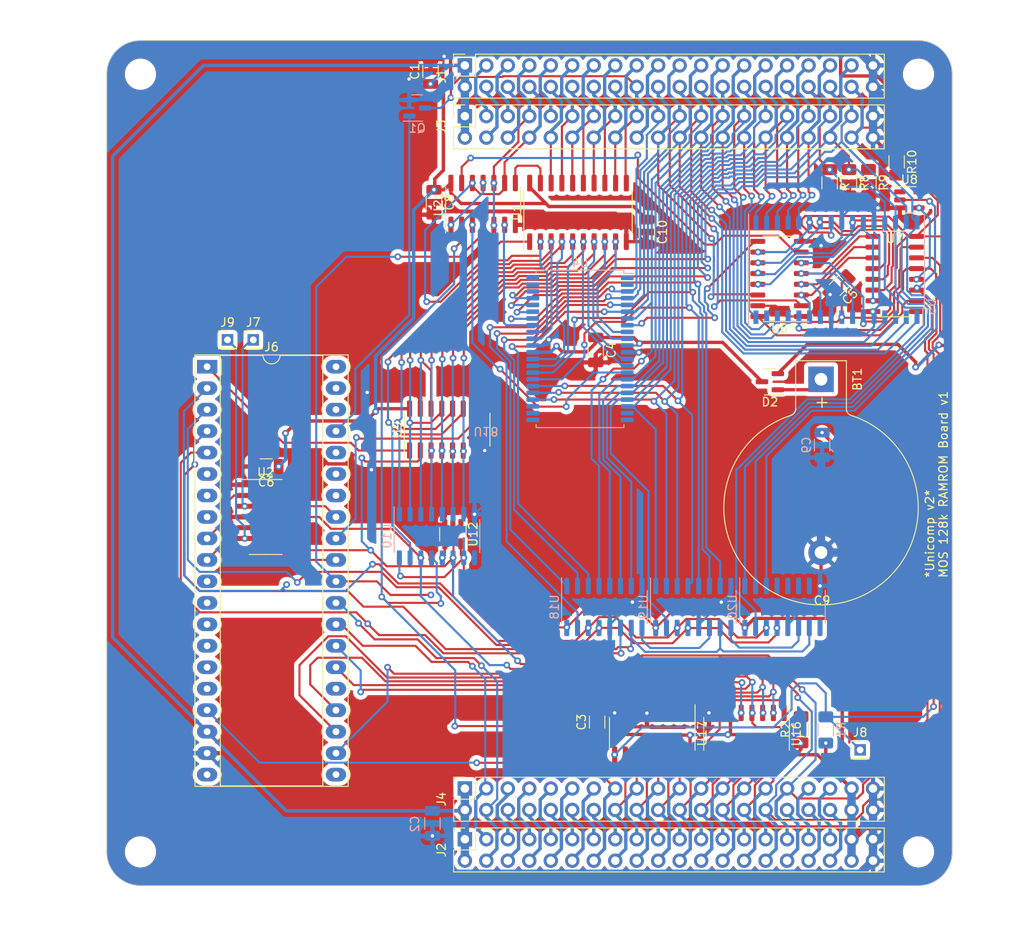
<source format=kicad_pcb>
(kicad_pcb (version 20221018) (generator pcbnew)
  (layers (0 "F.Cu" signal) (31 "B.Cu" signal) (34 "B.Paste" user) (35 "F.Paste" user) (36 "B.SilkS" user "B.Silkscreen") (37 "F.SilkS" user "F.Silkscreen") (38 "B.Mask" user) (39 "F.Mask" user) (44 "Edge.Cuts" user))
  (net 0 "")
  (net 1 "/~{RST}")
  (net 2 "GND")
  (net 3 "/D7")
  (net 4 "/D6")
  (net 5 "/D5")
  (net 6 "/D4")
  (net 7 "/D3")
  (net 8 "/D2")
  (net 9 "/D1")
  (net 10 "/D0")
  (net 11 "+5V")
  (net 12 "/A15")
  (net 13 "/A14")
  (net 14 "/A13")
  (net 15 "/A12")
  (net 16 "/A11")
  (net 17 "/A10")
  (net 18 "/A9")
  (net 19 "/A8")
  (net 20 "/A7")
  (net 21 "/A6")
  (net 22 "/A5")
  (net 23 "/A4")
  (net 24 "/A3")
  (net 25 "/A2")
  (net 26 "/A1")
  (net 27 "/A0")
  (net 28 "/TDI")
  (net 29 "/TMS")
  (net 30 "/TCK")
  (net 31 "+3V3")
  (net 32 "/TDO")
  (net 33 "/CLKF")
  (net 34 "/CLKS")
  (net 35 "/MOSI")
  (net 36 "/SCK")
  (net 37 "/~{IOWR}")
  (net 38 "/~{MWR}")
  (net 39 "/~{MRD}")
  (net 40 "/R{slash}~{W}_e")
  (net 41 "/~{IORD}")
  (net 42 "/PHI2_e")
  (net 43 "/PHI1_e")
  (net 44 "/~{PH0}")
  (net 45 "/PH0")
  (net 46 "/RX1")
  (net 47 "/RES1")
  (net 48 "/TX1")
  (net 49 "/RES0")
  (net 50 "/TX3")
  (net 51 "/RX3")
  (net 52 "/TX2")
  (net 53 "/RX2")
  (net 54 "/Bus/TDRTN")
  (net 55 "Net-(U7-RCLK)")
  (net 56 "Net-(U5-I{slash}O0)")
  (net 57 "Net-(U5-I{slash}O1)")
  (net 58 "Net-(U5-I{slash}O2)")
  (net 59 "Net-(U5-I{slash}O3)")
  (net 60 "Net-(U5-I{slash}O4)")
  (net 61 "Net-(U5-I{slash}O5)")
  (net 62 "Net-(U5-I{slash}O6)")
  (net 63 "Net-(U5-I{slash}O7)")
  (net 64 "/A16")
  (net 65 "/A17")
  (net 66 "/A18")
  (net 67 "/A19")
  (net 69 "/~{CSRAM}")
  (net 70 "/CD7")
  (net 71 "/CD6")
  (net 72 "/CD5")
  (net 73 "/CD4")
  (net 74 "/CD3")
  (net 75 "/CD2")
  (net 76 "/CD1")
  (net 77 "/CD0")
  (net 78 "Net-(U1-CE)")
  (net 79 "Net-(BT1-+)")
  (net 80 "Net-(C4-Pad1)")
  (net 82 "/~{WP}")
  (net 83 "/~{RAMWE14}")
  (net 84 "/~{RAMWE13}")
  (net 85 "/~{RAMWE12}")
  (net 86 "/~{RAMWE11}")
  (net 87 "/~{RAMWE10}")
  (net 88 "/~{RAMWE9}")
  (net 89 "/~{RAMWE8}")
  (net 90 "/~{RAMWE7}")
  (net 91 "/~{RAMWE6}")
  (net 92 "/~{RAMWE5}")
  (net 93 "/~{RAMWE4}")
  (net 94 "/~{RAMWE3}")
  (net 95 "/~{RAMWE2}")
  (net 96 "/~{RAMWE1}")
  (net 97 "/~{RAMWE0}")
  (net 98 "/~{RAMWE15}")
  (net 99 "/OFF{slash}ON")
  (net 100 "/SEL0")
  (net 101 "/SEL1")
  (net 102 "/SEL2")
  (net 103 "/SEL4")
  (net 104 "Net-(U18-~{RCO})")
  (net 105 "/~{MRC}")
  (net 106 "/CNT")
  (net 107 "/CPR")
  (net 108 "/~{CNTOE}")
  (net 109 "Net-(U19-~{RCO})")
  (net 115 "/~{PLD}")
  (net 116 "/uA9")
  (net 117 "/uA10")
  (net 118 "/uA11")
  (net 119 "/~{uMWR}")
  (net 120 "/~{uMRD}")
  (net 121 "/B3")
  (net 122 "/B4")
  (net 123 "/B5")
  (net 124 "/B6")
  (net 125 "/B7")
  (net 126 "/B8")
  (net 127 "/~{BUSFREE}")
  (net 129 "/VB")
  (net 130 "/~{STMRST}")
  (net 131 "/~{DATOE}")
  (net 132 "/uSCK")
  (net 133 "/UMISO")
  (net 134 "/uMOSI")
  (net 135 "/B0")
  (net 136 "/B1")
  (net 137 "/B2")
  (net 138 "/B10")
  (net 145 "Net-(U10-RCLK)")
  (net 146 "Net-(U21-Pad1)")
  (net 147 "Net-(J7-Pin_1)")
  (net 148 "Net-(J9-Pin_1)")
  (net 150 "Net-(U4-~{WE})")
  (net 159 "Net-(U4-~{OE})")
  (footprint "Package_TO_SOT_SMD:SOT-23" (layer "F.Cu") (at 175.768 85.725 180)
    (fp_text reference "D2")
    (fp_text value "BAT54C")
  )
  (footprint "Connector_PinSocket_2.54mm:PinSocket_2x20_P2.54mm_Vertical" (layer "F.Cu") (at 139.7 48.303005 90)
    (fp_text reference "J1")
    (fp_text value "BUS")
  )
  (footprint "Capacitor_SMD:C_1206_3216Metric" (layer "F.Cu") (at 116.205 95.758 180)
    (fp_text reference "C6")
    (fp_text value "100n")
  )
  (footprint "Package_DIP:DIP-40_W15.24mm_Socket_LongPads" (layer "F.Cu") (at 109.22 83.947)
    (fp_text reference "J6")
    (fp_text value "STM32F411")
  )
  (footprint "Battery:BatteryHolder_Keystone_103_1x20mm" (layer "F.Cu") (at 181.813201 85.438399 -90)
    (fp_text reference "BT1")
    (fp_text value "Battery_Cell")
  )
  (footprint "Connector_PinHeader_2.00mm:PinHeader_1x01_P2.00mm_Vertical" (layer "F.Cu") (at 114.681 80.772)
    (fp_text reference "J7")
    (fp_text value ".")
  )
  (footprint "Capacitor_SMD:C_1206_3216Metric" (layer "F.Cu") (at 161.2138 68.0194 -90)
    (fp_text reference "C10")
    (fp_text value "100n")
  )
  (footprint "Connector_PinSocket_2.54mm:PinSocket_2x20_P2.54mm_Vertical" (layer "F.Cu") (at 139.7 133.849005 90)
    (fp_text reference "J4")
    (fp_text value "BUS")
  )
  (footprint "Resistor_SMD:R_1206_3216Metric_Pad1.30x1.75mm_HandSolder" (layer "F.Cu") (at 179.451 126.899 90)
    (fp_text reference "R2")
    (fp_text value "10k")
  )
  (footprint "Package_SO:SO-16_3.9x9.9mm_P1.27mm" (layer "F.Cu") (at 176.907841 73.560471 180)
    (fp_text reference "U6")
    (fp_text value "74LVC253")
  )
  (footprint "Package_SO:SOIC-16_3.9x9.9mm_P1.27mm" (layer "F.Cu") (at 173.005 127.3754 -90)
    (fp_text reference "U16")
    (fp_text value "74LVC138")
  )
  (footprint "Package_TO_SOT_SMD:SOT-23-5" (layer "F.Cu") (at 192.263241 64.2112)
    (fp_text reference "U8")
    (fp_text value "74AHC1G14")
  )
  (footprint "Package_SO:SOIC-14_3.9x8.7mm_P1.27mm" (layer "F.Cu") (at 141.859 64.6938 90)
    (fp_text reference "U21")
    (fp_text value "74LVC08AD")
  )
  (footprint "Capacitor_SMD:C_1206_3216Metric" (layer "F.Cu") (at 155.1686 81.9676 -90)
    (fp_text reference "C4")
    (fp_text value "100n")
  )
  (footprint "Package_TO_SOT_SMD:SOT-23-5" (layer "F.Cu") (at 138.2776 103.7693 -90)
    (fp_text reference "U12")
    (fp_text value "74AHC1G14")
  )
  (footprint "Package_SO:SOIC-16_3.9x9.9mm_P1.27mm" (layer "F.Cu") (at 161.8544 127.3754 -90)
    (fp_text reference "U17")
    (fp_text value "74LVC138")
  )
  (footprint "Capacitor_SMD:C_1206_3216Metric" (layer "F.Cu") (at 183.930458 74.372783 -135)
    (fp_text reference "C5")
    (fp_text value "100n")
  )
  (footprint "Resistor_SMD:R_1206_3216Metric_Pad1.30x1.75mm_HandSolder" (layer "F.Cu") (at 185.1152 62.1786 -90)
    (fp_text reference "R8")
    (fp_text value "10k")
  )
  (footprint "Connector_PinSocket_2.54mm:PinSocket_2x20_P2.54mm_Vertical" (layer "F.Cu") (at 139.7 139.849005 90)
    (fp_text reference "J2")
    (fp_text value "BUS")
  )
  (footprint "Connector_PinHeader_2.00mm:PinHeader_1x01_P2.00mm_Vertical" (layer "F.Cu") (at 111.633 80.772)
    (fp_text reference "J9")
    (fp_text value ".")
  )
  (footprint "Resistor_SMD:R_1206_3216Metric_Pad1.30x1.75mm_HandSolder" (layer "F.Cu") (at 190.754 59.7148 -90)
    (fp_text reference "R10")
    (fp_text value "10k")
  )
  (footprint "MountingHole:MountingHole_3.2mm_M3" (layer "F.Cu") (at 193.34 49.346005)
    (fp_text reference "H3" hide)
    (fp_text value "MountingHole" hide)
  )
  (footprint "Resistor_SMD:R_1206_3216Metric_Pad1.30x1.75mm_HandSolder" (layer "F.Cu") (at 182.8292 62.1798 -90)
    (fp_text reference "R7")
    (fp_text value "10k")
  )
  (footprint "Package_SO:SOIC-14_3.9x8.7mm_P1.27mm" (layer "F.Cu") (at 116.14 101.727)
    (fp_text reference "U2")
    (fp_text value "74LVC125")
  )
  (footprint "Connector_PinSocket_2.54mm:PinSocket_2x20_P2.54mm_Vertical" (layer "F.Cu") (at 139.7 54.303005 90)
    (fp_text reference "J3")
    (fp_text value "BUS" hide)
  )
  (footprint "Resistor_SMD:R_1206_3216Metric_Pad1.30x1.75mm_HandSolder" (layer "F.Cu") (at 187.4266 62.1532 -90)
    (fp_text reference "R9")
    (fp_text value "10k")
  )
  (footprint "Package_SO:SO-20_5.3x12.6mm_P1.27mm" (layer "F.Cu") (at 153.077 65.6925 90)
    (fp_text reference "U1")
    (fp_text value "SN74LVC245ANSR")
  )
  (footprint "MountingHole:MountingHole_3.2mm_M3" (layer "F.Cu") (at 101.34 49.346005)
    (fp_text reference "H1" hide)
    (fp_text value "MountingHole" hide)
  )
  (footprint "Package_SO:SO-16_3.9x9.9mm_P1.27mm" (layer "F.Cu") (at 190.522241 72.976271)
    (fp_text reference "U7")
    (fp_text value "74LVC595")
  )
  (footprint "Capacitor_SMD:C_1206_3216Metric" (layer "F.Cu") (at 135.636 49.022 90)
    (fp_text reference "C1")
    (fp_text value "100n")
  )
  (footprint "Connector_PinHeader_2.00mm:PinHeader_1x01_P2.00mm_Vertical" (layer "F.Cu") (at 186.436 129.286)
    (fp_text reference "J8")
    (fp_text value ".")
  )
  (footprint "Package_SO:SOIC-16_3.9x9.9mm_P1.27mm" (layer "F.Cu") (at 137.6045 91.392362 90)
    (fp_text reference "U9")
    (fp_text value "74HC165")
  )
  (footprint "MountingHole:MountingHole_3.2mm_M3" (layer "F.Cu") (at 101.34 141.346005)
    (fp_text reference "H2" hide)
    (fp_text value "MountingHole" hide)
  )
  (footprint "Capacitor_SMD:C_1206_3216Metric" (layer "F.Cu") (at 155.339481 125.995811 90)
    (fp_text reference "C3")
    (fp_text value "100n")
  )
  (footprint "Capacitor_SMD:C_1206_3216Metric" (layer "F.Cu") (at 136.0424 64.4906 -90)
    (fp_text reference "C8")
    (fp_text value "100n")
  )
  (footprint "MountingHole:MountingHole_3.2mm_M3" (layer "F.Cu") (at 193.34 141.346005)
    (fp_text reference "H4" hide)
    (fp_text value "MountingHole" hide)
  )
  (footprint "Capacitor_SMD:C_1206_3216Metric" (layer "B.Cu") (at 135.8646 137.9746 -90)
    (fp_text reference "C2")
    (fp_text value "100n")
  )
  (footprint "Package_SO:TSOP-II-32_21.0x10.2mm_P1.27mm" (layer "B.Cu") (at 183.638841 72.493671 90)
    (fp_text reference "U5")
    (fp_text value "IS63LV1024L-10TL" hide)
  )
  (footprint "Capacitor_SMD:C_1206_3216Metric" (layer "B.Cu") (at 181.9402 93.2162 -90)
    (fp_text reference "C9")
    (fp_text value "100n")
  )
  (footprint "Package_SO:TSOP-II-44_10.16x18.41mm_P0.8mm" (layer "B.Cu") (at 153.3144 81.8388 180)
    (fp_text reference "U4")
    (fp_text value "IS61C5128AL-10TLI" hide)
  )
  (footprint "Package_SO:SO-16_3.9x9.9mm_P1.27mm" (layer "B.Cu") (at 136.398 103.978 -90)
    (fp_text reference "U10")
    (fp_text value "74LVC595")
  )
  (footprint "Package_SO:SOIC-16_3.9x9.9mm_P1.27mm" (layer "B.Cu") (at 156.196925 112.376475 -90)
    (fp_text reference "U18")
    (fp_text value "74HC590")
  )
  (footprint "Package_TO_SOT_SMD:SOT-23" (layer "B.Cu") (at 134.0635 53.34)
    (fp_text reference "Q1")
    (fp_text value "PMV450ENEAR")
  )
  (footprint "Package_SO:SOIC-16_3.9x9.9mm_P1.27mm" (layer "B.Cu") (at 166.712525 112.376475 -90)
    (fp_text reference "U19")
    (fp_text value "74HC590")
  )
  (footprint "Package_SO:SOIC-16_3.9x9.9mm_P1.27mm" (layer "B.Cu") (at 177.253525 112.365275 -90)
    (fp_text reference "U20")
    (fp_text value "74HC590")
  )
  (footprint "Resistor_SMD:R_1206_3216Metric_Pad1.30x1.75mm_HandSolder" (layer "B.Cu") (at 182.372 126.9238 90)
    (fp_text reference "R1")
    (fp_text value "10k")
  )
  (gr_line (start 97.34 49.346005) (end 97.34 141.346005) (stroke (width 0.1)) (layer "Edge.Cuts"))
  (gr_arc (start 97.34 49.346005) (mid 98.511573 46.517578) (end 101.34 45.346005) (stroke (width 0.1)) (layer "Edge.Cuts"))
  (gr_arc (start 193.34 45.346005) (mid 196.168427 46.517578) (end 197.34 49.346005) (stroke (width 0.1)) (layer "Edge.Cuts"))
  (gr_arc (start 197.34 141.346005) (mid 196.168427 144.174432) (end 193.34 145.346005) (stroke (width 0.1)) (layer "Edge.Cuts"))
  (gr_line (start 197.34 141.351) (end 197.34 49.346005) (stroke (width 0.1)) (layer "Edge.Cuts"))
  (gr_line (start 193.34 45.346005) (end 101.34 45.346005) (stroke (width 0.1)) (layer "Edge.Cuts"))
  (gr_arc (start 101.34 145.346005) (mid 98.511573 144.174432) (end 97.34 141.346005) (stroke (width 0.1)) (layer "Edge.Cuts"))
  (gr_line (start 193.34 145.346005) (end 101.34 145.346005) (stroke (width 0.1)) (layer "Edge.Cuts"))
  (gr_text "U18" (at 142.1947 91.595562 180) (layer "B.SilkS") (effects (font (size 1 1)) (justify mirror)))
  (gr_text "*Unicomp v2*\nMOS 128k RAMROM Board v1" (at 195.4784 109.0168 90) (layer "F.SilkS") (effects (font (size 1 1)) (justify left)))
  (gr_text "C9" (at 181.931325 111.614475) (layer "F.SilkS") (effects (font (size 1 1))))
  (segment (start 138.049 50.832304) (end 138.049 52.1208) (width 0.25) (layer "F.Cu") (net 1))
  (segment (start 139.213299 49.668005) (end 138.049 50.832304) (width 0.25) (layer "F.Cu") (net 1))
  (segment (start 144.2212 49.5808) (end 144.133995 49.668005) (width 0.25) (layer "F.Cu") (net 1))
  (segment (start 158.757795 49.5808) (end 160.02 50.843005) (width 0.25) (layer "F.Cu") (net 1))
  (segment (start 144.2212 49.5808) (end 158.757795 49.5808) (width 0.25) (layer "F.Cu") (net 1))
  (segment (start 144.133995 49.668005) (end 139.213299 49.668005) (width 0.25) (layer "F.Cu") (net 1))
  (via (at 138.049 52.1208) (size 0.8) (drill 0.4) (layers "F.Cu" "B.Cu") (net 1))
  (segment (start 161.273253 53.298339) (end 161.273253 55.505419) (width 0.4) (layer "B.Cu") (net 1))
  (segment (start 161.273253 55.505419) (end 160.02 56.758672) (width 0.4) (layer "B.Cu") (net 1))
  (segment (start 160.02 50.843005) (end 160.02 52.045086) (width 0.4) (layer "B.Cu") (net 1))
  (segment (start 136.8298 53.34) (end 138.049 52.1208) (width 0.25) (layer "B.Cu") (net 1))
  (segment (start 135.001 53.34) (end 136.8298 53.34) (width 0.25) (layer "B.Cu") (net 1))
  (segment (start 160.02 52.045086) (end 161.273253 53.298339) (width 0.4) (layer "B.Cu") (net 1))
  (segment (start 134.4295 88.917362) (end 134.4295 87.769467) (width 0.4) (layer "F.Cu") (net 2))
  (segment (start 123.514 95.447) (end 126.435 95.447) (width 0.4) (layer "F.Cu") (net 2))
  (segment (start 156.3406 82.2706) (end 155.1686 83.4426) (width 0.4) (layer "F.Cu") (net 2))
  (segment (start 176.441041 76.735471) (end 174.332841 76.735471) (width 0.25) (layer "F.Cu") (net 2))
  (segment (start 157.5132 65.7938) (end 161.2138 69.4944) (width 0.4) (layer "F.Cu") (net 2))
  (segment (start 137.3276 101.651462) (end 137.3276 102.6318) (width 0.25) (layer "F.Cu") (net 2))
  (segment (start 142.0495 95.3135) (end 141.224 96.139) (width 0.4) (layer "F.Cu") (net 2))
  (segment (start 114.73 96.852) (end 113.665 97.917) (width 0.4) (layer "F.Cu") (net 2))
  (segment (start 170.022249 111.799999) (end 159.506651 111.799999) (width 0.25) (layer "F.Cu") (net 2))
  (segment (start 136.934537 47.547) (end 137.250337 47.2312) (width 0.4) (layer "F.Cu") (net 2))
  (segment (start 181.810041 69.623471) (end 181.381033 69.194463) (width 0.25) (layer "F.Cu") (net 2))
  (segment (start 189.9784 61.2648) (end 188.81 60.0964) (width 0.25) (layer "F.Cu") (net 2))
  (segment (start 134.336 48.847) (end 134.336 49.911) (width 0.4) (layer "F.Cu") (net 2))
  (segment (start 140.843 101.402978) (end 140.712984 101.272962) (width 0.25) (layer "F.Cu") (net 2))
  (segment (start 113.665 105.537) (end 115.189 105.537) (width 0.25) (layer "F.Cu") (net 2))
  (segment (start 169.457662 81.9996) (end 181.813201 94.355139) (width 0.4) (layer "F.Cu") (net 2))
  (segment (start 135.636 47.547) (end 136.934537 47.547) (width 0.4) (layer "F.Cu") (net 2))
  (segment (start 188.81 60.0964) (end 188.81 62.3198) (width 0.4) (layer "F.Cu") (net 2))
  (segment (start 179.482841 78.005471) (end 180.29777 78.005471) (width 0.25) (layer "F.Cu") (net 2))
  (segment (start 159.506651 111.799999) (end 159.50665 111.8) (width 0.25) (layer "F.Cu") (net 2))
  (segment (start 134.336 64.2592) (end 136.0424 65.9656) (width 0.4) (layer "F.Cu") (net 2))
  (segment (start 145.669 67.1688) (end 145.669 65.9208) (width 0.4) (layer "F.Cu") (net 2))
  (segment (start 181.698525 109.890275) (end 181.813201 109.775599) (width 0.4) (layer "F.Cu") (net 2))
  (segment (start 181.813201 109.775599) (end 181.813201 105.928399) (width 0.4) (layer "F.Cu") (net 2))
  (segment (start 188.541041 64.817641) (end 187.4266 63.7032) (width 0.4) (layer "F.Cu") (net 2))
  (segment (start 190.754 61.2648) (end 189.9784 61.2648) (width 0.25) (layer "F.Cu") (net 2))
  (segment (start 128.172467 87.024467) (end 128.143 86.995) (width 0.4) (layer "F.Cu") (net 2))
  (segment (start 137.7061 101.272962) (end 137.3276 101.651462) (width 0.25) (layer "F.Cu") (net 2))
  (segment (start 133.096 49.911) (end 134.336 49.911) (width 0.25) (layer "F.Cu") (net 2))
  (segment (start 180.29777 78.005471) (end 182.887475 75.415766) (width 0.25) (layer "F.Cu") (net 2))
  (segment (start 160.274 82.2706) (end 156.3406 82.2706) (width 0.4) (layer "F.Cu") (net 2))
  (segment (start 145.542 65.7938) (end 157.5132 65.7938) (width 0.4) (layer "F.Cu") (net 2))
  (segment (start 154.22862 85.2932) (end 155.1686 84.35322) (width 0.4) (layer "F.Cu") (net 2))
  (segment (start 191.125741 65.1612) (end 188.541041 65.1612) (width 0.25) (layer "F.Cu") (net 2))
  (segment (start 157.0142 124.5052) (end 157.4094 124.9004) (width 0.4) (layer "F.Cu") (net 2))
  (segment (start 188.541041 65.1612) (end 188.541041 64.817641) (width 0.4) (layer "F.Cu") (net 2))
  (segment (start 136.3998 65.6082) (end 145.3564 65.6082) (width 0.4) (layer "F.Cu") (net 2))
  (segment (start 114.73 95.758) (end 114.73 96.852) (width 0.4) (layer "F.Cu") (net 2))
  (segment (start 158.792 69.155) (end 160.8744 69.155) (width 0.4) (layer "F.Cu") (net 2))
  (segment (start 155.352 124.5052) (end 139.220069 124.5052) (width 0.4) (layer "F.Cu") (net 2))
  (segment (start 118.615 102.997) (end 116.586 102.997) (width 0.25) (layer "F.Cu") (net 2))
  (segment (start 116.3955 102.8065) (end 116.3955 102.743) (width 0.25) (layer "F.Cu") (net 2))
  (segment (start 135.8646 127.860669) (end 135.8646 139.4496) (width 0.4) (layer "F.Cu") (net 2))
  (segment (start 187.96 56.843005) (end 188.81 57.693005) (width 0.4) (layer "F.Cu") (net 2))
  (segment (start 160.274 82.2706) (end 160.545 81.9996) (width 0.4) (layer "F.Cu") (net 2))
  (segment (start 135.636 47.547) (end 134.336 48.847) (width 0.4) (layer "F.Cu") (net 2))
  (segment (start 134.336 49.911) (end 134.336 64.2592) (width 0.4) (layer "F.Cu") (net 2))
  (segment (start 116.03 94.458) (end 122.525 94.458) (width 0.4) (layer "F.Cu") (net 2))
  (segment (start 127.127 96.139) (end 128.651 96.139) (width 0.4) (layer "F.Cu") (net 2))
  (segment (start 145.3564 65.6082) (end 145.542 65.7938) (width 0.4) (layer "F.Cu") (net 2))
  (segment (start 145.669 65.9208) (end 145.542 65.7938) (width 0.4) (layer "F.Cu") (net 2))
  (segment (start 177.711041 78.005471) (end 176.441041 76.735471) (width 0.25) (layer "F.Cu") (net 2))
  (segment (start 141.224 96.139) (end 128.651 96.139) (width 0.4) (layer "F.Cu") (net 2))
  (segment (start 139.220069 124.5052) (end 135.8646 127.860669) (width 0.4) (layer "F.Cu") (net 2))
  (segment (start 181.813201 94.355139) (end 181.813201 105.928399) (width 0.4) (layer "F.Cu") (net 2))
  (segment (start 114.73 95.758) (end 116.03 94.458) (width 0.4) (layer "F.Cu") (net 2))
  (segment (start 155.352 124.5052) (end 157.0142 124.5052) (width 0.4) (layer "F.Cu") (net 2))
  (segment (start 134.4295 87.769467) (end 133.6845 87.024467) (width 0.4) (layer "F.Cu") (net 2))
  (segment (start 160.545 81.9996) (end 169.457662 81.9996) (width 0.4) (layer "F.Cu") (net 2))
  (segment (start 181.381033 69.194463) (end 179.561833 69.194463) (width 0.25) (layer "F.Cu") (net 2))
  (segment (start 133.6845 87.024467) (end 128.172467 87.024467) (width 0.4) (layer "F.Cu") (net 2))
  (segment (start 155.1686 84.35322) (end 155.1686 83.4426) (width 0.4) (layer "F.Cu") (net 2))
  (segment (start 116.586 102.997) (end 116.3955 102.8065) (width 0.25) (layer "F.Cu") (net 2))
  (segment (start 149.6314 82.9564) (end 151.9682 85.2932) (width 0.4) (layer "F.Cu") (net 2))
  (segment (start 181.269125 110.319675) (end 181.698525 109.890275) (width 0.25) (layer "F.Cu") (net 2))
  (segment (start 116.84 99.187) (end 118.615 99.187) (width 0.4) (layer "F.Cu") (net 2))
  (segment (start 116.3955 102.743) (end 116.3955 101.727) (width 0.25) (layer "F.Cu") (net 2))
  (segment (start 169.989125 111.766875) (end 170.022249 111.799999) (width 0.25) (layer "F.Cu") (net 2))
  (segment (start 116.3955 104.3305) (end 116.3955 102.743) (width 0.25) (layer "F.Cu") (net 2))
  (segment (start 140.712984 101.272962) (end 137.7061 101.272962) (width 0.25) (layer "F.Cu") (net 2))
  (segment (start 122.525 94.458) (end 123.514 95.447) (width 0.4) (layer "F.Cu") (net 2))
  (segment (start 169.989125 110.319675) (end 169.989125 111.766875) (width 0.25) (layer "F.Cu") (net 2))
  (segment (start 188.81 62.3198) (end 187.4266 63.7032) (width 0.4) (layer "F.Cu") (net 2))
  (segment (start 142.0495 92.0115) (end 142.0495 93.867362) (width 0.4) (layer "F.Cu") (net 2))
  (segment (start 188.81 57.693005) (end 188.81 60.0964) (width 0.4) (layer "F.Cu") (net 2))
  (segment (start 126.435 95.447) (end 127.127 96.139) (width 0.4) (layer "F.Cu") (net 2))
  (segment (start 169.989125 110.319675) (end 181.269125 110.319675) (width 0.25) (layer "F.Cu") (net 2))
  (segment (start 116.3955 98.7425) (end 116.84 99.187) (width 0.4) (layer "F.Cu") (net 2))
  (segment (start 115.57 97.917) (end 116.3955 98.7425) (width 0.4) (layer "F.Cu") (net 2))
  (segment (start 113.665 97.917) (end 115.57 97.917) (width 0.4) (layer "F.Cu") (net 2))
  (segment (start 149.6314 80.7466) (end 149.6314 82.9564) (width 0.4) (layer "F.Cu") (net 2))
  (segment (start 151.9682 85.2932) (end 154.22862 85.2932) (width 0.4) (layer "F.Cu") (net 2))
  (segment (start 116.3955 101.727) (end 116.3955 98.7425) (width 0.25) (layer "F.Cu") (net 2))
  (segment (start 113.665 101.727) (end 116.3955 101.727) (width 0.25) (layer "F.Cu") (net 2))
  (segment (start 179.482841 78.005471) (end 177.711041 78.005471) (width 0.25) (layer "F.Cu") (net 2))
  (segment (start 115.189 105.537) (end 116.3955 104.3305) (width 0.25) (layer "F.Cu") (net 2))
  (segment (start 142.0495 93.867362) (end 142.0495 95.3135) (width 0.4) (layer "F.Cu") (net 2))
  (via (at 188.541041 65.1612) (size 0.8) (drill 0.4) (layers "F.Cu" "B.Cu") (net 2))
  (via (at 135.8646 139.4496) (size 0.8) (drill 0.4) (layers "F.Cu" "B.Cu") (net 2))
  (via (at 181.810041 69.623471) (size 0.8) (drill 0.4) (layers "F.Cu" "B.Cu") (net 2))
  (via (at 149.6314 80.7466) (size 0.8) (drill 0.4) (layers "F.Cu" "B.Cu") (net 2))
  (via (at 182.887475 75.415766) (size 0.8) (drill 0.4) (layers "F.Cu" "B.Cu") (net 2))
  (via (at 168.56 124.9004) (size 0.8) (drill 0.4) (layers "F.Cu" "B.Cu") (net 2))
  (via (at 128.143 86.995) (size 0.8) (drill 0.4) (layers "F.Cu" "B.Cu") (net 2))
  (via (at 140.843 101.402978) (size 0.8) (drill 0.4) (layers "F.Cu" "B.Cu") (net 2))
  (via (at 137.250337 47.2312) (size 0.8) (drill 0.4) (layers "F.Cu" "B.Cu") (net 2))
  (via (at 170.022249 111.799999) (size 0.8) (drill 0.4) (layers "F.Cu" "B.Cu") (net 2))
  (via (at 161.2194 124.937) (size 0.8) (drill 0.4) (layers "F.Cu" "B.Cu") (net 2))
  (via (at 157.4094 124.9004) (size 0.8) (drill 0.4) (layers "F.Cu" "B.Cu") (net 2))
  (via (at 142.0495 93.867362) (size 0.8) (drill 0.4) (layers "F.Cu" "B.Cu") (net 2))
  (via (at 159.50665 111.8) (size 0.8) (drill 0.4) (layers "F.Cu" "B.Cu") (net 2))
  (via (at 181.698525 109.890275) (size 0.8) (drill 0.4) (layers "F.Cu" "B.Cu") (net 2))
  (via (at 187.947241 77.421293) (size 0.8) (drill 0.4) (layers "F.Cu" "B.Cu") (net 2))
  (via (at 133.096 49.911) (size 0.8) (drill 0.4) (layers "F.Cu" "B.Cu") (net 2))
  (via (at 128.651 96.139) (size 0.8) (drill 0.4) (layers "F.Cu" "B.Cu") (net 2))
  (via (at 160.274 82.2706) (size 0.8) (drill 0.4) (layers "F.Cu" "B.Cu") (net 2))
  (segment (start 156.831925 114.474724) (end 159.50665 111.8) (width 0.25) (layer "B.Cu") (net 2))
  (segment (start 188.083841 66.393671) (end 188.083841 65.884441) (width 0.25) (layer "B.Cu") (net 2))
  (segment (start 187.96 48.26) (end 187.96 50.8) (width 1) (layer "B.Cu") (net 2))
  (segment (start 183.258929 69.623471) (end 181.810041 69.623471) (width 0.25) (layer "B.Cu") (net 2))
  (segment (start 142.0495 100.196478) (end 140.843 101.402978) (width 0.25) (layer "B.Cu") (net 2))
  (segment (start 135.857 139.4572) (end 135.857 142.389005) (width 0.25) (layer "B.Cu") (net 2))
  (segment (start 148.9392 81.4388) (end 149.6314 80.7466) (width 0.4) (layer "B.Cu") (net 2))
  (segment (start 167.347525 114.474724) (end 169.933349 111.888899) (width 0.25) (layer "B.Cu") (net 2))
  (segment (start 135.7412 139.573) (end 135.8646 139.4496) (width 0.4) (layer "B.Cu") (net 2))
  (segment (start 184.263841 68.618559) (end 183.258929 69.623471) (width 0.25) (layer "B.Cu") (net 2))
  (segment (start 196.84 113.284) (end 196.84 131.7498) (width 1) (layer "B.Cu") (net 2))
  (segment (start 187.132441 80.137) (end 183.805041 80.137) (width 0.25) (layer "B.Cu") (net 2))
  (segment (start 184.263841 66.893671) (end 184.263841 68.618559) (width 0.25) (layer "B.Cu") (net 2))
  (segment (start 188.083841 65.6184) (end 188.541041 65.1612) (width 0.25) (layer "B.Cu") (net 2))
  (segment (start 180.58305 111.769) (end 181.698525 110.653524) (width 0.25) (layer "B.Cu") (net 2))
  (segment (start 151.384 143.939005) (end 138.43 143.939005) (width 1) (layer "B.Cu") (net 2))
  (segment (start 188.740795 139.849005) (end 187.96 139.849005) (width 1) (layer "B.Cu") (net 2))
  (segment (start 183.805041 80.137) (end 183.013841 79.3458) (width 0.25) (layer "B.Cu") (net 2))
  (segment (start 168.56 124.9004) (end 168.5234 124.937) (width 0.4) (layer "B.Cu") (net 2))
  (segment (start 171.157525 110.664724) (end 171.157525 109.901475) (width 0.25) (layer "B.Cu") (net 2))
  (segment (start 156.831925 114.851475) (end 156.831925 114.474724) (width 0.25) (layer "B.Cu") (net 2))
  (segment (start 187.96 142.389005) (end 186.41 143.939005) (width 1) (layer "B.Cu") (net 2))
  (segment (start 133.126 49.941) (end 133.096 49.911) (width 0.25) (layer "B.Cu") (net 2))
  (segment (start 157.446 124.937) (end 157.4094 124.9004) (width 0.4) (layer "B.Cu") (net 2))
  (segment (start 147.7269 81.4388) (end 148.9392 81.4388) (width 0.4) (layer "B.Cu") (net 2))
  (segment (start 181.813201 105.928399) (end 181.813201 94.818199) (width 1) (layer "B.Cu") (net 2))
  (segment (start 186.41 143.939005) (end 151.384 143.939005) (width 1) (layer "B.Cu") (net 2))
  (segment (start 128.778 90.179305) (end 128.778 96.012) (width 0.4) (layer "B.Cu") (net 2))
  (segment (start 170.022249 111.799999) (end 171.157525 110.664724) (width 0.25) (layer "B.Cu") (net 2))
  (segment (start 188.083841 78.093671) (end 188.083841 79.1856) (width 0.25) (layer "B.Cu") (net 2))
  (segment (start 181.698525 110.653524) (end 181.698525 109.890275) (width 0.25) (layer "B.Cu") (net 2))
  (segment (start 181.813201 94.818199) (end 181.9402 94.6912) (width 1) (layer "B.Cu") (net 2))
  (segment (start 183.013841 75.542132) (end 182.887475 75.415766) (width 0.25) (layer "B.Cu") (net 2))
  (segment (start 128.143 89.544305) (end 128.778 90.179305) (width 0.4) (layer "B.Cu") (net 2))
  (segment (start 159.50665 111.8) (end 160.641925 110.664724) (width 0.25) (layer "B.Cu") (net 2))
  (segment (start 160.641925 110.664724) (end 160.641925 109.901475) (width 0.25) (layer "B.Cu") (net 2))
  (segment (start 188.083841 68.0836) (end 188.707241 68.707) (width 0.25) (layer "B.Cu") (net 2))
  (segment (start 188.707241 68.707) (end 188.707241 76.661293) (width 0.25) (layer "B.Cu") (net 2))
  (segment (start 161.2194 124.937) (end 157.446 124.937) (width 0.4) (layer "B.Cu") (net 2))
  (segment (start 135.857 142.389005) (end 137.407 143.939005) (width 1) (layer "B.Cu") (net 2))
  (segment (start 183.013841 79.3458) (end 183.013841 78.093671) (width 0.25) (layer "B.Cu") (net 2))
  (segment (start 187.6044 65.405) (end 185.114112 65.405) (width 0.25) (layer "B.Cu") (net 2))
  (segment (start 187.963253 56.849864) (end 187.963253 54.309864) (width 1) (layer "B.Cu") (net 2))
  (segment (start 119.126 139.573) (end 135.7412 139.573) (width 0.4) (layer "B.Cu") (net 2))
  (segment (start 138.6078 46.753005) (end 138.129605 47.2312) (width 0.4) (layer "B.Cu") (net 2))
  (segment (start 185.114112 65.405) (end 184.263841 66.255271) (width 0.25) (layer "B.Cu") (net 2))
  (segment (start 183.013841 78.093671) (end 183.013841 75.542132) (width 0.25) (layer "B.Cu") (net 2))
  (segment (start 169.933349 111.888899) (end 170.022249 111.799999) (width 0.25) (layer "B.Cu") (net 2))
  (segment (start 168.5234 124.937) (end 161.2194 124.937) (width 0.4) (layer "B.Cu") (net 2))
  (segment (start 188.083841 66.893671) (end 188.083841 68.0836) (width 0.25) (layer "B.Cu") (net 2))
  (segment (start 196.84 131.7498) (end 188.740795 139.849005) (width 1) (layer "B.Cu") (net 2))
  (segment (start 188.083841 79.1856) (end 187.132441 80.137) (width 0.25) (layer "B.Cu") (net 2))
  (segment (start 196.84 98.9076) (end 189.819201 105.928399) (width 1) (layer "B.Cu") (net 2))
  (segment (start 177.888525 114.463524) (end 180.58305 111.769) (width 0.25) (layer "B.Cu") (net 2))
  (segment (start 187.96 48.303005) (end 186.41 46.753005) (width 1) (layer "B.Cu") (net 2))
  (segment (start 186.41 46.753005) (end 138.6078 46.753005) (width 1) (layer "B.Cu") (net 2))
  (segment (start 142.0495 93.867362) (end 142.0495 100.196478) (width 0.25) (layer "B.Cu") (net 2))
  (segment (start 189.819201 105.928399) (end 181.813201 105.928399) (width 1) (layer "B.Cu") (net 2))
  (segment (start 138.129605 47.2312) (end 137.250337 47.2312) (width 0.4) (layer "B.Cu") (net 2))
  (segment (start 196.84 59.723005) (end 196.84 98.9076) (width 1) (layer "B.Cu") (net 2))
  (segment (start 196.84 98.9076) (end 196.84 113.284) (width 1) (layer "B.Cu") (net 2))
  (segment (start 177.888525 114.840275) (end 177.888525 114.463524) (width 0.25) (layer "B.Cu") (net 2))
  (segment (start 128.778 96.012) (end 128.651 96.139) (width 0.4) (layer "B.Cu") (net 2))
  (segment (start 137.407 143.939005) (end 138.43 143.939005) (width 1) (layer "B.Cu") (net 2))
  (segment (start 158.9337 82.2706) (end 160.274 82.2706) (width 0.4) (layer "B.Cu") (net 2))
  (segment (start 188.083841 66.893671) (end 188.083841 65.6184) (width 0.25) (layer "B.Cu") (net 2))
  (segment (start 158.9019 82.2388) (end 158.9337 82.2706) (width 0.4) (layer "B.Cu") (net 2))
  (segment (start 188.083841 65.884441) (end 187.6044 65.405) (width 0.25) (layer "B.Cu") (net 2))
  (segment (start 187.96 50.843005) (end 196.84 59.723005) (width 1) (layer "B.Cu") (net 2))
  (segment (start 188.707241 76.661293) (end 187.947241 77.421293) (width 0.25) (layer "B.Cu") (net 2))
  (segment (start 109.22 129.667) (end 119.126 139.573) (width 0.4) (layer "B.Cu") (net 2))
  (segment (start 128.143 86.995) (end 128.143 89.544305) (width 0.4) (layer "B.Cu") (net 2))
  (segment (start 187.96 133.849005) (end 187.96 142.389005) (width 1) (layer "B.Cu") (net 2))
  (segment (start 187.963253 54.309864) (end 187.963253 48.309864) (width 1) (layer "B.Cu") (net 2))
  (segment (start 133.126 52.39) (end 133.126 49.941) (width 0.25) (layer "B.Cu") (net 2))
  (segment (start 167.347525 114.851475) (end 167.347525 114.474724) (width 0.25) (layer "B.Cu") (net 2))
  (segment (start 158.704986 62.142986) (end 158.704986 55.618019) (width 0.25) (layer "F.Cu") (net 3))
  (segment (start 158.704986 55.618019) (end 160.02 54.303005) (width 0.25) (layer "F.Cu") (net 3))
  (segment (start 158.77 51.963) (end 160.02 53.213) (width 0.4) (layer "B.Cu") (net 3))
  (segment (start 158.77 49.553005) (end 158.77 51.963) (width 0.4) (layer "B.Cu") (net 3))
  (segment (start 160.02 53.213) (end 160.02 54.303005) (width 0.4) (layer "B.Cu") (net 3))
  (segment (start 160.02 48.303005) (end 158.77 49.553005) (width 0.4) (layer "B.Cu") (net 3))
  (segment (start 157.48 62.188) (end 157.48 56.843005) (width 0.25) (layer "F.Cu") (net 4))
  (segment (start 157.48 51.689) (end 157.48 50.843005) (width 0.4) (layer "B.Cu") (net 4))
  (segment (start 158.733253 55.388747) (end 158.733253 52.942253) (width 0.4) (layer "B.Cu") (net 4))
  (segment (start 157.483253 56.638747) (end 158.733253 55.388747) (width 0.4) (layer "B.Cu") (net 4))
  (segment (start 158.733253 52.942253) (end 157.48 51.689) (width 0.4) (layer "B.Cu") (net 4))
  (segment (start 156.252 55.531005) (end 157.48 54.303005) (width 0.25) (layer "F.Cu") (net 5))
  (segment (start 156.252 62.23) (end 156.252 55.531005) (width 0.25) (layer "F.Cu") (net 5))
  (segment (start 156.23 49.553005) (end 156.23 51.836) (width 0.4) (layer "B.Cu") (net 5))
  (segment (start 157.48 53.086) (end 157.48 54.303005) (width 0.4) (layer "B.Cu") (net 5))
  (segment (start 157.48 48.303005) (end 156.23 49.553005) (width 0.4) (layer "B.Cu") (net 5))
  (segment (start 156.23 51.836) (end 157.48 53.086) (width 0.4) (layer "B.Cu") (net 5))
  (segment (start 154.94 62.188) (end 154.94 56.843005) (width 0.25) (layer "F.Cu") (net 6))
  (segment (start 154.94 51.816) (end 156.213253 53.089253) (width 0.4) (layer "B.Cu") (net 6))
  (segment (start 156.213253 55.493457) (end 154.943253 56.763457) (width 0.4) (layer "B.Cu") (net 6))
  (segment (start 154.94 50.843005) (end 154.94 51.816) (width 0.4) (layer "B.Cu") (net 6))
  (segment (start 156.213253 53.089253) (end 156.213253 55.493457) (width 0.4) (layer "B.Cu") (net 6))
  (segment (start 153.712 62.23) (end 153.712 55.531005) (width 0.25) (layer "F.Cu") (net 7))
  (segment (start 153.712 55.531005) (end 154.94 54.303005) (width 0.25) (layer "F.Cu") (net 7))
  (segment (start 154.94 53.213) (end 154.94 54.303005) (width 0.4) (layer "B.Cu") (net 7))
  (segment (start 153.69 49.553005) (end 153.69 51.963) (width 0.4) (layer "B.Cu") (net 7))
  (segment (start 154.94 48.303005) (end 153.69 49.553005) (width 0.4) (layer "B.Cu") (net 7))
  (segment (start 153.69 51.963) (end 154.94 53.213) (width 0.4) (layer "B.Cu") (net 7))
  (segment (start 152.4 62.188) (end 152.4 56.843005) (width 0.25) (layer "F.Cu") (net 8))
  (segment (start 153.673253 55.493457) (end 153.673253 52.962253) (width 0.4) (layer "B.Cu") (net 8))
  (segment (start 152.403253 56.763457) (end 153.673253 55.493457) (width 0.4) (layer "B.Cu") (net 8))
  (segment (start 153.673253 52.962253) (end 152.4 51.689) (width 0.4) (layer "B.Cu") (net 8))
  (segment (start 152.4 51.689) (end 152.4 50.843005) (width 0.4) (layer "B.Cu") (net 8))
  (segment (start 151.172 62.23) (end 151.172 55.531005) (width 0.25) (layer "F.Cu") (net 9))
  (segment (start 151.172 55.531005) (end 152.4 54.303005) (width 0.25) (layer "F.Cu") (net 9))
  (segment (start 152.4 52.959) (end 152.4 54.303005) (width 0.4) (layer "B.Cu") (net 9))
  (segment (start 152.403253 48.458869) (end 151.15 49.712122) (width 0.4) (layer "B.Cu") (net 9))
  (segment (start 151.15 49.712122) (end 151.15 51.709) (width 0.4) (layer "B.Cu") (net 9))
  (segment (start 151.15 51.709) (end 152.4 52.959) (width 0.4) (layer "B.Cu") (net 9))
  (segment (start 149.86 62.188) (end 149.86 56.843005) (width 0.25) (layer "F.Cu") (net 10))
  (segment (start 149.863253 56.09729) (end 151.113253 54.84729) (width 0.4) (layer "B.Cu") (net 10))
  (segment (start 151.113253 54.84729) (end 151.113253 52.520781) (width 0.4) (layer "B.Cu") (net 10))
  (segment (start 149.863253 56.723457) (end 149.863253 56.09729) (width 0.4) (layer "B.Cu") (net 10))
  (segment (start 151.113253 52.520781) (end 149.86 51.267528) (width 0.4) (layer "B.Cu") (net 10))
  (via (at 135.636 50.497) (size 0.8) (drill 0.4) (layers "F.Cu" "B.Cu") (net 11))
  (segment (start 135.8646 136.4996) (end 139.589405 136.4996) (width 0.4) (layer "B.Cu") (net 11))
  (segment (start 109.22 127.127) (end 98.044 115.951) (width 0.4) (layer "B.Cu") (net 11))
  (segment (start 135.975195 136.389005) (end 139.7 136.389005) (width 0.25) (layer "B.Cu") (net 11))
  (segment (start 118.5926 136.4996) (end 135.8646 136.4996) (width 0.4) (layer "B.Cu") (net 11))
  (segment (start 139.703253 54.309864) (end 139.703253 48.309864) (width 1) (layer "B.Cu") (net 11))
  (segment (start 139.7 139.7) (end 139.7 133.7) (width 1) (layer "B.Cu") (net 11))
  (segment (start 98.044 59.055) (end 108.795995 48.303005) (width 0.4) (layer "B.Cu") (net 11))
  (segment (start 98.044 115.951) (end 98.044 59.055) (width 0.4) (layer "B.Cu") (net 11))
  (segment (start 139.703253 54.309864) (end 139.703253 56.849864) (width 1) (layer "B.Cu") (net 11))
  (segment (start 139.7 139.7) (end 139.7 142.24) (width 1) (layer "B.Cu") (net 11))
  (segment (start 108.795995 48.303005) (end 139.7 48.303005) (width 0.4) (layer "B.Cu") (net 11))
  (segment (start 137.829995 48.303005) (end 135.636 50.497) (width 0.4) (layer "B.Cu") (net 11))
  (segment (start 109.22 127.127) (end 118.5926 136.4996) (width 0.4) (layer "B.Cu") (net 11))
  (segment (start 139.7 48.303005) (end 137.829995 48.303005) (width 0.4) (layer "B.Cu") (net 11))
  (segment (start 148.053812 78.282796) (end 150.412608 75.924) (width 0.25) (layer "F.Cu") (net 12))
  (segment (start 156.663023 73.9902) (end 167.0812 73.9902) (width 0.25) (layer "F.Cu") (net 12))
  (segment (start 151.197216 75.289) (end 155.364223 75.289) (width 0.25) (layer "F.Cu") (net 12))
  (segment (start 180.34 63.246) (end 180.7464 63.6524) (width 0.25) (layer "F.Cu") (net 12))
  (segment (start 167.0812 73.9902) (end 167.259 74.168) (width 0.25) (layer "F.Cu") (net 12))
  (segment (start 145.1864 78.282796) (end 148.053812 78.282796) (width 0.25) (layer "F.Cu") (net 12))
  (segment (start 180.34 56.843005) (end 180.34 63.246) (width 0.25) (layer "F.Cu") (net 12))
  (segment (start 155.364223 75.289) (end 156.663023 73.9902) (width 0.25) (layer "F.Cu") (net 12))
  (segment (start 150.562216 75.924) (end 151.197216 75.289) (width 0.25) (layer "F.Cu") (net 12))
  (segment (start 150.412608 75.924) (end 150.562216 75.924) (width 0.25) (layer "F.Cu") (net 12))
  (via (at 145.1864 78.282796) (size 0.8) (drill 0.4) (layers "F.Cu" "B.Cu") (net 12))
  (via (at 180.7464 63.6524) (size 0.8) (drill 0.4) (layers "F.Cu" "B.Cu") (net 12))
  (via (at 167.259 74.168) (size 0.8) (drill 0.4) (layers "F.Cu" "B.Cu") (net 12))
  (segment (start 147.682904 78.282796) (end 145.1864 78.282796) (width 0.25) (layer "B.Cu") (net 12))
  (segment (start 168.247525 77.681826) (end 167.989 77.423301) (width 0.25) (layer "B.Cu") (net 12))
  (segment (start 167.989 77.423301) (end 167.989 76.801808) (width 0.25) (layer "B.Cu") (net 12))
  (segment (start 171.551212 61.4388) (end 171.094012 61.4388) (width 0.25) (layer "B.Cu") (net 12))
  (segment (start 170.941612 61.5912) (end 170.28107 61.5912) (width 0.25) (layer "B.Cu") (net 12))
  (segment (start 166.7988 73.7078) (end 167.259 74.168) (width 0.25) (layer "B.Cu") (net 12))
  (segment (start 177.014205 60.1688) (end 174.751612 60.1688) (width 0.25) (layer "B.Cu") (net 12))
  (segment (start 167.3998 74.3088) (end 167.259 74.168) (width 0.25) (layer "B.Cu") (net 12))
  (segment (start 180.343253 51.137276) (end 181.593253 52.387276) (width 0.4) (layer "B.Cu") (net 12))
  (segment (start 179.193841 65.204959) (end 180.7464 63.6524) (width 0.25) (layer "B.Cu") (net 12))
  (segment (start 169.887525 106.997125) (end 168.247525 105.357125) (width 0.25) (layer "B.Cu") (net 12))
  (segment (start 169.221603 62.068005) (end 166.7988 64.490808) (width 0.25) (layer "B.Cu") (net 12))
  (segment (start 170.28107 61.5912) (end 169.804265 62.068005) (width 0.25) (layer "B.Cu") (net 12))
  (segment (start 167.3998 76.212608) (end 167.3998 74.3088) (width 0.25) (layer "B.Cu") (net 12))
  (segment (start 171.805212 61.1848) (end 171.551212 61.4388) (width 0.25) (layer "B.Cu") (net 12))
  (segment (start 169.804265 62.068005) (end 169.221603 62.068005) (width 0.25) (layer "B.Cu") (net 12))
  (segment (start 167.989 76.801808) (end 167.3998 76.212608) (width 0.25) (layer "B.Cu") (net 12))
  (segment (start 181.593253 54.84729) (end 180.343253 56.09729) (width 0.4) (layer "B.Cu") (net 12))
  (segment (start 180.343253 56.09729) (end 180.343253 56.759885) (width 0.4) (layer "B.Cu") (net 12))
  (segment (start 173.735612 61.1848) (end 171.805212 61.1848) (width 0.25) (layer "B.Cu") (net 12))
  (segment (start 166.7988 64.490808) (end 166.7988 73.7078) (width 0.25) (layer "B.Cu") (net 12))
  (segment (start 168.247525 105.357125) (end 168.247525 77.681826) (width 0.25) (layer "B.Cu") (net 12))
  (segment (start 174.751612 60.1688) (end 173.735612 61.1848) (width 0.25) (layer "B.Cu") (net 12))
  (segment (start 171.094012 61.4388) (end 170.941612 61.5912) (width 0.25) (layer "B.Cu") (net 12))
  (segment (start 147.7269 78.2388) (end 147.682904 78.282796) (width 0.25) (layer "B.Cu") (net 12))
  (segment (start 179.193841 66.893671) (end 179.193841 65.204959) (width 0.25) (layer "B.Cu") (net 12))
  (segment (start 180.34 56.843005) (end 177.014205 60.1688) (width 0.25) (layer "B.Cu") (net 12))
  (segment (start 169.887525 109.901475) (end 169.887525 106.997125) (width 0.25) (layer "B.Cu") (net 12))
  (segment (start 181.593253 52.387276) (end 181.593253 54.84729) (width 0.4) (layer "B.Cu") (net 12))
  (segment (start 166.6494 75.1332) (end 161.466404 75.1332) (width 0.25) (layer "F.Cu") (net 13))
  (segment (start 180.34 54.303005) (end 179.1208 55.522205) (width 0.25) (layer "F.Cu") (net 13))
  (segment (start 179.1208 55.522205) (end 179.1208 63.0936) (width 0.25) (layer "F.Cu") (net 13))
  (segment (start 179.1208 63.0936) (end 179.6796 63.6524) (width 0.25) (layer "F.Cu") (net 13))
  (segment (start 161.466404 75.1332) (end 158.411204 78.1884) (width 0.25) (layer "F.Cu") (net 13))
  (segment (start 158.411204 78.1884) (end 152.85 78.1884) (width 0.25) (layer "F.Cu") (net 13))
  (segment (start 152.85 78.1884) (end 152.654 78.3844) (width 0.25) (layer "F.Cu") (net 13))
  (via (at 166.6494 75.1332) (size 0.8) (drill 0.4) (layers "F.Cu" "B.Cu") (net 13))
  (via (at 179.6796 63.6524) (size 0.8) (drill 0.4) (layers "F.Cu" "B.Cu") (net 13))
  (via (at 152.654 78.3844) (size 0.8) (drill 0.4) (layers "F.Cu" "B.Cu") (net 13))
  (segment (start 180.34 54.303005) (end 178.975 55.668005) (width 0.25) (layer "B.Cu") (net 13))
  (segment (start 150.1334 84.6388) (end 152.654 82.1182) (width 0.25) (layer "B.Cu") (net 13))
  (segment (start 168.617525 109.901475) (end 168.617525 106.363521) (width 0.25) (layer "B.Cu") (net 13))
  (segment (start 179.07 51.512611) (end 179.07 49.573005) (width 0.4) (layer "B.Cu") (net 13))
  (segment (start 177.923841 66.893671) (end 177.923841 65.408159) (width 0.25) (layer "B.Cu") (net 13))
  (segment (start 166.3488 74.8326) (end 166.6494 75.1332) (width 0.25) (layer "B.Cu") (net 13))
  (segment (start 171.364816 60.9888) (end 170.907616 60.9888) (width 0.25) (layer "B.Cu") (net 13))
  (segment (start 178.975 57.358984) (end 176.615184 59.7188) (width 0.25) (layer "B.Cu") (net 13))
  (segment (start 170.755216 61.1412) (end 170.094674 61.1412) (width 0.25) (layer "B.Cu") (net 13))
  (segment (start 167.539 76.988204) (end 166.6494 76.098604) (width 0.25) (layer "B.Cu") (net 13))
  (segment (start 166.6494 76.098604) (end 166.6494 75.1332) (width 0.25) (layer "B.Cu") (net 13))
  (segment (start 178.975 55.668005) (end 178.975 57.358984) (width 0.25) (layer "B.Cu") (net 13))
  (segment (start 167.797525 77.868222) (end 167.539 77.609697) (width 0.25) (layer "B.Cu") (net 13))
  (segment (start 174.565216 59.7188) (end 173.549216 60.7348) (width 0.25) (layer "B.Cu") (net 13))
  (segment (start 152.654 82.1182) (end 152.654 78.3844) (width 0.25) (layer "B.Cu") (net 13))
  (segment (start 169.617869 61.618005) (end 169.035207 61.618005) (width 0.25) (layer "B.Cu") (net 13))
  (segment (start 170.094674 61.1412) (end 169.617869 61.618005) (width 0.25) (layer "B.Cu") (net 13))
  (segment (start 177.923841 65.408159) (end 179.6796 63.6524) (width 0.25) (layer "B.Cu") (net 13))
  (segment (start 180.343253 52.785864) (end 179.07 51.512611) (width 0.4) (layer "B.Cu") (net 13))
  (segment (start 170.907616 60.9888) (end 170.755216 61.1412) (width 0.25) (layer "B.Cu") (net 13))
  (segment (start 168.617525 106.363521) (end 167.797525 105.543521) (width 0.25) (layer "B.Cu") (net 13))
  (segment (start 166.3488 64.304412) (end 166.3488 74.8326) (width 0.25) (layer "B.Cu") (net 13))
  (segment (start 167.797525 105.543521) (end 167.797525 77.868222) (width 0.25) (layer "B.Cu") (net 13))
  (segment (start 171.618816 60.7348) (end 171.364816 60.9888) (width 0.25) (layer "B.Cu") (net 13))
  (segment (start 173.549216 60.7348) (end 171.618816 60.7348) (width 0.25) (layer "B.Cu") (net 13))
  (segment (start 169.035207 61.618005) (end 166.3488 64.304412) (width 0.25) (layer "B.Cu") (net 13))
  (segment (start 167.539 77.609697) (end 167.539 76.988204) (width 0.25) (layer "B.Cu") (net 13))
  (segment (start 176.615184 59.7188) (end 174.565216 59.7188) (width 0.25) (layer "B.Cu") (net 13))
  (segment (start 147.7269 84.6388) (end 150.1334 84.6388) (width 0.25) (layer "B.Cu") (net 13))
  (segment (start 179.07 49.573005) (end 180.34 48.303005) (width 0.4) (layer "B.Cu") (net 13))
  (segment (start 180.343253 54.458869) (end 180.343253 52.785864) (width 0.4) (layer "B.Cu") (net 13))
  (segment (start 166.243 76.962) (end 160.274 76.962) (width 0.25) (layer "F.Cu") (net 14))
  (segment (start 160.274 76.962) (end 158.5976 78.6384) (width 0.25) (layer "F.Cu") (net 14))
  (segment (start 158.5976 78.6384) (end 155.234627 78.6384) (width 0.25) (layer "F.Cu") (net 14))
  (segment (start 177.8 56.843005) (end 177.8 62.941196) (width 0.25) (layer "F.Cu") (net 14))
  (segment (start 155.234627 78.6384) (end 153.838295 80.034732) (width 0.25) (layer "F.Cu") (net 14))
  (segment (start 177.8 62.941196) (end 178.543874 63.68507) (width 0.25) (layer "F.Cu") (net 14))
  (segment (start 153.838295 80.034732) (end 153.838295 81.351932) (width 0.25) (layer "F.Cu") (net 14))
  (via (at 153.838295 81.351932) (size 0.8) (drill 0.4) (layers "F.Cu" "B.Cu") (net 14))
  (via (at 166.243 76.962) (size 0.8) (drill 0.4) (layers "F.Cu" "B.Cu") (net 14))
  (via (at 178.543874 63.68507) (size 0.8) (drill 0.4) (layers "F.Cu" "B.Cu") (net 14))
  (segment (start 179.053253 54.84729) (end 177.803253 56.09729) (width 0.4) (layer "B.Cu") (net 14))
  (segment (start 165.895211 76.614211) (end 166.243 76.962) (width 0.25) (layer "B.Cu") (net 14))
  (segment (start 175.374205 59.2688) (end 174.37882 59.2688) (width 0.25) (layer "B.Cu") (net 14))
  (segment (start 167.347525 78.066525) (end 166.243 76.962) (width 0.25) (layer "B.Cu") (net 14))
  (segment (start 147.7269 85.4388) (end 151.1886 85.4388) (width 0.25) (layer "B.Cu") (net 14))
  (segment (start 167.347525 109.901475) (end 167.347525 78.066525) (width 0.25) (layer "B.Cu") (net 14))
  (segment (start 169.908278 60.6912) (end 169.431473 61.168005) (width 0.25) (layer "B.Cu") (net 14))
  (segment (start 153.838295 82.789105) (end 153.838295 81.351932) (width 0.25) (layer "B.Cu") (net 14))
  (segment (start 177.803253 56.09729) (end 177.803253 56.849864) (width 0.4) (layer "B.Cu") (net 14))
  (segment (start 165.895211 64.121605) (end 165.895211 76.614211) (width 0.25) (layer "B.Cu") (net 14))
  (segment (start 177.803253 51.388864) (end 179.053253 52.638864) (width 0.4) (layer "B.Cu") (net 14))
  (segment (start 171.43242 60.2848) (end 171.17842 60.5388) (width 0.25) (layer "B.Cu") (net 14))
  (segment (start 177.8 56.843005) (end 175.374205 59.2688) (width 0.25) (layer "B.Cu") (net 14))
  (segment (start 170.72122 60.5388) (end 170.56882 60.6912) (width 0.25) (layer "B.Cu") (net 14))
  (segment (start 174.37882 59.2688) (end 173.36282 60.2848) (width 0.25) (layer "B.Cu") (net 14))
  (segment (start 151.1886 85.4388) (end 153.838295 82.789105) (width 0.25) (layer "B.Cu") (net 14))
  (segment (start 173.36282 60.2848) (end 171.43242 60.2848) (width 0.25) (layer "B.Cu") (net 14))
  (segment (start 169.431473 61.168005) (end 168.848811 61.168005) (width 0.25) (layer "B.Cu") (net 14))
  (segment (start 176.653841 66.893671) (end 176.653841 65.575103) (width 0.25) (layer "B.Cu") (net 14))
  (segment (start 171.17842 60.5388) (end 170.72122 60.5388) (width 0.25) (layer "B.Cu") (net 14))
  (segment (start 168.848811 61.168005) (end 165.895211 64.121605) (width 0.25) (layer "B.Cu") (net 14))
  (segment (start 176.653841 65.575103) (end 178.543874 63.68507) (width 0.25) (layer "B.Cu") (net 14))
  (segment (start 179.053253 52.638864) (end 179.053253 54.84729) (width 0.4) (layer "B.Cu") (net 14))
  (segment (start 170.56882 60.6912) (end 169.908278 60.6912) (width 0.25) (layer "B.Cu") (net 14))
  (segment (start 163.1332 86.222) (end 164.8968 87.9856) (width 0.25) (layer "F.Cu") (net 15))
  (segment (start 177.8 54.303005) (end 176.625 55.478005) (width 0.25) (layer "F.Cu") (net 15))
  (segment (start 151.511536 86.222) (end 163.1332 86.222) (width 0.25) (layer "F.Cu") (net 15))
  (segment (start 176.625 62.893106) (end 177.43435 63.702456) (width 0.25) (layer "F.Cu") (net 15))
  (segment (start 176.625 55.478005) (end 176.625 62.893106) (width 0.25) (layer "F.Cu") (net 15))
  (via (at 151.511536 86.222) (size 0.8) (drill 0.4) (layers "F.Cu" "B.Cu") (net 15))
  (via (at 164.8968 87.9856) (size 0.8) (drill 0.4) (layers "F.Cu" "B.Cu") (net 15))
  (via (at 177.43435 63.702456) (size 0.8) (drill 0.4) (layers "F.Cu" "B.Cu") (net 15))
  (segment (start 177.803253 52.912864) (end 176.513253 51.622864) (width 0.4) (layer "B.Cu") (net 15))
  (segment (start 166.077525 109.901475) (end 166.5732 109.4058) (width 0.25) (layer "B.Cu") (net 15))
  (segment (start 166.5732 89.662) (end 164.8968 87.9856) (width 0.25) (layer "B.Cu") (net 15))
  (segment (start 176.513253 49.599864) (end 177.803253 48.309864) (width 0.4) (layer "B.Cu") (net 15))
  (segment (start 171.246024 59.8348) (end 170.992024 60.0888) (width 0.25) (layer "B.Cu") (net 15))
  (segment (start 165.398005 63.982415) (end 165.398005 87.484395) (width 0.25) (layer "B.Cu") (net 15))
  (segment (start 173.024024 59.8348) (end 171.246024 59.8348) (width 0.25) (layer "B.Cu") (net 15))
  (segment (start 175.383841 65.752965) (end 177.43435 63.702456) (width 0.25) (layer "B.Cu") (net 15))
  (segment (start 176.435 56.546304) (end 176.435 57.329706) (width 0.25) (layer "B.Cu") (net 15))
  (segment (start 177.8 54.303005) (end 177.8 55.181304) (width 0.25) (layer "B.Cu") (net 15))
  (segment (start 166.5732 109.4058) (end 166.5732 89.662) (width 0.25) (layer "B.Cu") (net 15))
  (segment (start 177.803253 54.309864) (end 177.803253 52.912864) (width 0.4) (layer "B.Cu") (net 15))
  (segment (start 174.945906 58.8188) (end 174.040024 58.8188) (width 0.25) (layer "B.Cu") (net 15))
  (segment (start 147.7269 86.2388) (end 151.494736 86.2388) (width 0.25) (layer "B.Cu") (net 15))
  (segment (start 176.513253 51.622864) (end 176.513253 49.599864) (width 0.4) (layer "B.Cu") (net 15))
  (segment (start 165.398005 87.484395) (end 164.8968 87.9856) (width 0.25) (layer "B.Cu") (net 15))
  (segment (start 177.8 55.181304) (end 176.435 56.546304) (width 0.25) (layer "B.Cu") (net 15))
  (segment (start 169.245077 60.718005) (end 168.662415 60.718005) (width 0.25) (layer "B.Cu") (net 15))
  (segment (start 169.874282 60.0888) (end 169.245077 60.718005) (width 0.25) (layer "B.Cu") (net 15))
  (segment (start 168.662415 60.718005) (end 165.398005 63.982415) (width 0.25) (layer "B.Cu") (net 15))
  (segment (start 174.040024 58.8188) (end 173.024024 59.8348) (width 0.25) (layer "B.Cu") (net 15))
  (segment (start 170.992024 60.0888) (end 169.874282 60.0888) (width 0.25) (layer "B.Cu") (net 15))
  (segment (start 151.494736 86.2388) (end 151.511536 86.222) (width 0.25) (layer "B.Cu") (net 15))
  (segment (start 175.383841 66.893671) (end 175.383841 65.752965) (width 0.25) (layer "B.Cu") (net 15))
  (segment (start 176.435 57.329706) (end 174.945906 58.8188) (width 0.25) (layer "B.Cu") (net 15))
  (segment (start 150.8604 87.0302) (end 162.2904 87.0302) (width 0.25) (layer "F.Cu") (net 16))
  (segment (start 162.2904 87.0302) (end 163.322 88.0618) (width 0.25) (layer "F.Cu") (net 16))
  (segment (start 150.7998 86.9696) (end 150.8604 87.0302) (width 0.25) (layer "F.Cu") (net 16))
  (segment (start 175.26 63.0174) (end 175.26 56.843005) (width 0.25) (layer "F.Cu") (net 16))
  (segment (start 176.022 63.7794) (end 175.26 63.0174) (width 0.25) (layer "F.Cu") (net 16))
  (via (at 176.022 63.7794) (size 0.8) (drill 0.4) (layers "F.Cu" "B.Cu") (net 16))
  (via (at 163.322 88.0618) (size 0.8) (drill 0.4) (layers "F.Cu" "B.Cu") (net 16))
  (via (at 150.7998 86.9696) (size 0.8) (drill 0.4) (layers "F.Cu" "B.Cu") (net 16))
  (segment (start 171.059628 59.3848) (end 170.805628 59.6388) (width 0.25) (layer "B.Cu") (net 16))
  (segment (start 164.9476 63.796424) (end 164.9476 86.4362) (width 0.25) (layer "B.Cu") (net 16))
  (segment (start 169.058681 60.268005) (end 168.476019 60.268005) (width 0.25) (layer "B.Cu") (net 16))
  (segment (start 164.807525 109.901475) (end 164.807525 89.547325) (width 0.25) (layer "B.Cu") (net 16))
  (segment (start 150.7306 87.0388) (end 150.7998 86.9696) (width 0.25) (layer "B.Cu") (net 16))
  (segment (start 176.022 63.7794) (end 174.113841 65.687559) (width 0.25) (layer "B.Cu") (net 16))
  (segment (start 174.113841 65.687559) (end 174.113841 66.893671) (width 0.25) (layer "B.Cu") (net 16))
  (segment (start 176.513253 55.408285) (end 175.263253 56.658285) (width 0.4) (layer "B.Cu") (net 16))
  (segment (start 176.513253 52.765864) (end 176.513253 55.408285) (width 0.4) (layer "B.Cu") (net 16))
  (segment (start 164.807525 89.547325) (end 163.322 88.0618) (width 0.25) (layer "B.Cu") (net 16))
  (segment (start 175.263253 51.515864) (end 176.513253 52.765864) (width 0.4) (layer "B.Cu") (net 16))
  (segment (start 168.476019 60.268005) (end 164.9476 63.796424) (width 0.25) (layer "B.Cu") (net 16))
  (segment (start 170.805628 59.6388) (end 169.687886 59.6388) (width 0.25) (layer "B.Cu") (net 16))
  (segment (start 175.26 56.843005) (end 172.718205 59.3848) (width 0.25) (layer "B.Cu") (net 16))
  (segment (start 169.687886 59.6388) (end 169.058681 60.268005) (width 0.25) (layer "B.Cu") (net 16))
  (segment (start 164.9476 86.4362) (end 163.322 88.0618) (width 0.25) (layer "B.Cu") (net 16))
  (segment (start 172.718205 59.3848) (end 171.059628 59.3848) (width 0.25) (layer "B.Cu") (net 16))
  (segment (start 147.7269 87.0388) (end 150.7306 87.0388) (width 0.25) (layer "B.Cu") (net 16))
  (segment (start 175.263253 50.966159) (end 175.263253 51.515864) (width 0.4) (layer "B.Cu") (net 16))
  (segment (start 150.241 87.8332) (end 161.8488 87.8332) (width 0.25) (layer "F.Cu") (net 17))
  (segment (start 173.895 62.9732) (end 173.895 55.668005) (width 0.25) (layer "F.Cu") (net 17))
  (segment (start 161.8488 87.8332) (end 162.052 88.0364) (width 0.25) (layer "F.Cu") (net 17))
  (segment (start 174.752 63.8302) (end 173.895 62.9732) (width 0.25) (layer "F.Cu") (net 17))
  (segment (start 173.895 55.668005) (end 175.26 54.303005) (width 0.25) (layer "F.Cu") (net 17))
  (via (at 150.241 87.8332) (size 0.8) (drill 0.4) (layers "F.Cu" "B.Cu") (net 17))
  (via (at 162.052 88.0364) (size 0.8) (drill 0.4) (layers "F.Cu" "B.Cu") (net 17))
  (via (at 174.752 63.8302) (size 0.8) (drill 0.4) (layers "F.Cu" "B.Cu") (net 17))
  (segment (start 150.2354 87.8388) (end 150.241 87.8332) (width 0.25) (layer "B.Cu") (net 17))
  (segment (start 173.895 57.329706) (end 172.289906 58.9348) (width 0.25) (layer "B.Cu") (net 17))
  (segment (start 172.289906 58.9348) (end 170.873232 58.9348) (width 0.25) (layer "B.Cu") (net 17))
  (segment (start 164.498 63.609628) (end 164.498 83.185776) (width 0.25) (layer "B.Cu") (net 17))
  (segment (start 175.263253 54.309864) (end 175.263253 52.874059) (width 0.4) (layer "B.Cu") (net 17))
  (segment (start 173.279258 77.259088) (end 173.279258 65.683942) (width 0.25) (layer "B.Cu") (net 17))
  (segment (start 147.7269 87.8388) (end 150.2354 87.8388) (width 0.25) (layer "B.Cu") (net 17))
  (segment (start 163.537525 109.901475) (end 163.537525 89.521925) (width 0.25) (layer "B.Cu") (net 17))
  (segment (start 164.4894 83.194376) (end 164.4894 85.599) (width 0.25) (layer "B.Cu") (net 17))
  (segment (start 168.289623 59.818005) (end 164.498 63.609628) (width 0.25) (layer "B.Cu") (net 17))
  (segment (start 169.50149 59.1888) (end 168.872285 59.818005) (width 0.25) (layer "B.Cu") (net 17))
  (segment (start 175.26 54.303005) (end 173.895 55.668005) (width 0.25) (layer "B.Cu") (net 17))
  (segment (start 168.872285 59.818005) (end 168.289623 59.818005) (width 0.25) (layer "B.Cu") (net 17))
  (segment (start 164.498 83.185776) (end 164.4894 83.194376) (width 0.25) (layer "B.Cu") (net 17))
  (segment (start 170.619232 59.1888) (end 169.50149 59.1888) (width 0.25) (layer "B.Cu") (net 17))
  (segment (start 175.263253 52.874059) (end 173.973253 51.584059) (width 0.4) (layer "B.Cu") (net 17))
  (segment (start 173.973253 51.584059) (end 173.973253 49.589752) (width 0.4) (layer "B.Cu") (net 17))
  (segment (start 174.113841 78.093671) (end 173.279258 77.259088) (width 0.25) (layer "B.Cu") (net 17))
  (segment (start 173.895 55.668005) (end 173.895 57.329706) (width 0.25) (layer "B.Cu") (net 17))
  (segment (start 164.4894 85.599) (end 162.052 88.0364) (width 0.25) (layer "B.Cu") (net 17))
  (segment (start 174.752 64.2112) (end 174.752 63.8302) (width 0.25) (layer "B.Cu") (net 17))
  (segment (start 173.279258 65.683942) (end 174.752 64.2112) (width 0.25) (layer "B.Cu") (net 17))
  (segment (start 173.973253 49.589752) (end 175.26 48.303005) (width 0.4) (layer "B.Cu") (net 17))
  (segment (start 170.873232 58.9348) (end 170.619232 59.1888) (width 0.25) (layer "B.Cu") (net 17))
  (segment (start 163.537525 89.521925) (end 162.052 88.0364) (width 0.25) (layer "B.Cu") (net 17))
  (segment (start 172.72 56.843005) (end 172.72 62.865) (width 0.25) (layer "F.Cu") (net 18))
  (segment (start 172.72 62.865) (end 173.604347 63.749347) (width 0.25) (layer "F.Cu") (net 18))
  (via (at 173.604347 63.749347) (size 0.8) (drill 0.4) (layers "F.Cu" "B.Cu") (net 18))
  (segment (start 170.432836 58.7388) (end 169.315094 58.7388) (width 0.25) (layer "B.Cu") (net 18))
  (segment (start 173.5836 79.502) (end 172.829258 78.747658) (width 0.25) (layer "B.Cu") (net 18))
  (segment (start 164.048 63.423232) (end 164.048 82.99938) (width 0.25) (layer "B.Cu") (net 18))
  (segment (start 164.0394 83.00798) (end 164.0394 84.2772) (width 0.25) (layer "B.Cu") (net 18))
  (segment (start 175.383841 78.593671) (end 174.475512 79.502) (width 0.25) (layer "B.Cu") (net 18))
  (segment (start 164.0394 84.2772) (end 159.6778 88.6388) (width 0.25) (layer "B.Cu") (net 18))
  (segment (start 159.518474 88.6388) (end 158.9019 88.6388) (width 0.25) (layer "B.Cu") (net 18))
  (segment (start 173.604347 64.722457) (end 173.604347 63.749347) (width 0.25) (layer "B.Cu") (net 18))
  (segment (start 171.078205 58.4848) (end 170.686836 58.4848) (width 0.25) (layer "B.Cu") (net 18))
  (segment (start 172.72 56.843005) (end 171.078205 58.4848) (width 0.25) (layer "B.Cu") (net 18))
  (segment (start 162.267525 91.387851) (end 159.518474 88.6388) (width 0.25) (layer "B.Cu") (net 18))
  (segment (start 174.475512 79.502) (end 173.5836 79.502) (width 0.25) (layer "B.Cu") (net 18))
  (segment (start 164.048 82.99938) (end 164.0394 83.00798) (width 0.25) (layer "B.Cu") (net 18))
  (segment (start 172.829258 78.747658) (end 172.829258 65.497546) (width 0.25) (layer "B.Cu") (net 18))
  (segment (start 168.685889 59.368005) (end 168.103227 59.368005) (width 0.25) (layer "B.Cu") (net 18))
  (segment (start 173.97 54.820772) (end 172.723253 56.067519) (width 0.4) (layer "B.Cu") (net 18))
  (segment (start 159.6778 88.6388) (end 158.9019 88.6388) (width 0.25) (layer "B.Cu") (net 18))
  (segment (start 173.97 52.678875) (end 173.97 54.820772) (width 0.4) (layer "B.Cu") (net 18))
  (segment (start 172.829258 65.497546) (end 173.604347 64.722457) (width 0.25) (layer "B.Cu") (net 18))
  (segment (start 162.267525 109.901475) (end 162.267525 91.387851) (width 0.25) (layer "B.Cu") (net 18))
  (segment (start 169.315094 58.7388) (end 168.685889 59.368005) (width 0.25) (layer "B.Cu") (net 18))
  (segment (start 172.723253 56.067519) (end 172.723253 56.763457) (width 0.4) (layer "B.Cu") (net 18))
  (segment (start 170.686836 58.4848) (end 170.432836 58.7388) (width 0.25) (layer "B.Cu") (net 18))
  (segment (start 172.723253 51.432128) (end 173.97 52.678875) (width 0.4) (layer "B.Cu") (net 18))
  (segment (start 168.103227 59.368005) (end 164.048 63.423232) (width 0.25) (layer "B.Cu") (net 18))
  (segment (start 172.72 54.303005) (end 171.545 55.478005) (width 0.25) (layer "F.Cu") (net 19))
  (segment (start 171.545 55.478005) (end 171.545 62.833) (width 0.25) (layer "F.Cu") (net 19))
  (segment (start 171.545 62.833) (end 172.613747 63.901747) (width 0.25) (layer "F.Cu") (net 19))
  (via (at 172.613747 63.901747) (size 0.8) (drill 0.4) (layers "F.Cu" "B.Cu") (net 19))
  (segment (start 161.417 111.6076) (end 163.537525 113.728125) (width 0.25) (layer "B.Cu") (net 19))
  (segment (start 172.379258 78.934054) (end 172.379258 64.136236) (width 0.25) (layer "B.Cu") (net 19))
  (segment (start 169.382698 58.0348) (end 170.662612 58.0348) (width 0.25) (layer "B.Cu") (net 19))
  (segment (start 172.723253 52.835253) (end 171.433253 51.545253) (width 0.4) (layer "B.Cu") (net 19))
  (segment (start 163.5894 82.821584) (end 163.598 82.812984) (width 0.25) (layer "B.Cu") (net 19))
  (segment (start 158.9019 87.8388) (end 157.807392 87.8388) (width 0.25) (layer "B.Cu") (net 19))
  (segment (start 175.118441 80.129071) (end 173.574275 80.129071) (width 0.25) (layer "B.Cu") (net 19))
  (segment (start 159.6722 87.8388) (end 163.5894 83.9216) (width 0.25) (layer "B.Cu") (net 19))
  (segment (start 170.662612 58.0348) (end 171.355 57.342412) (width 0.25) (layer "B.Cu") (net 19))
  (segment (start 167.916831 58.918005) (end 168.499493 58.918005) (width 0.25) (layer "B.Cu") (net 19))
  (segment (start 171.433253 49.589752) (end 172.72 48.303005) (width 0.4) (layer "B.Cu") (net 19))
  (segment (start 176.653841 78.593671) (end 175.118441 80.129071) (width 0.25) (layer "B.Cu") (net 19))
  (segment (start 172.72 55.0672) (end 172.72 54.303005) (width 0.25) (layer "B.Cu") (net 19))
  (segment (start 157.807392 87.8388) (end 156.9466 88.699592) (width 0.25) (layer "B.Cu") (net 19))
  (segment (start 171.355 57.342412) (end 171.355 56.4322) (width 0.25) (layer "B.Cu") (net 19))
  (segment (start 163.598 82.812984) (end 163.598 63.236836) (width 0.25) (layer "B.Cu") (net 19))
  (segment (start 173.574275 80.129071) (end 172.379258 78.934054) (width 0.25) (layer "B.Cu") (net 19))
  (segment (start 163.598 63.236836) (end 167.916831 58.918005) (width 0.25) (layer "B.Cu") (net 19))
  (segment (start 163.5894 83.9216) (end 163.5894 82.821584) (width 0.25) (layer "B.Cu") (net 19))
  (segment (start 163.537525 113.728125) (end 163.537525 114.851475) (width 0.25) (layer "B.Cu") (net 19))
  (segment (start 161.417 98.679) (end 161.417 111.6076) (width 0.25) (layer "B.Cu") (net 19))
  (segment (start 171.355 56.4322) (end 172.72 55.0672) (width 0.25) (layer "B.Cu") (net 19))
  (segment (start 156.9466 94.2086) (end 161.417 98.679) (width 0.25) (layer "B.Cu") (net 19))
  (segment (start 156.9466 88.699592) (end 156.9466 94.2086) (width 0.25) (layer "B.Cu") (net 19))
  (segment (start 158.9019 87.8388) (end 159.6722 87.8388) (width 0.25) (layer "B.Cu") (net 19))
  (segment (start 168.499493 58.918005) (end 169.382698 58.0348) (width 0.25) (layer "B.Cu") (net 19))
  (segment (start 172.723253 54.309864) (end 172.723253 52.835253) (width 0.4) (layer "B.Cu") (net 19))
  (segment (start 172.379258 64.136236) (end 172.613747 63.901747) (width 0.25) (layer "B.Cu") (net 19))
  (segment (start 171.433253 51.545253) (end 171.433253 49.589752) (width 0.4) (layer "B.Cu") (net 19))
  (segment (start 170.18 62.742839) (end 171.562266 64.125105) (width 0.25) (layer "F.Cu") (net 20))
  (segment (start 170.18 56.843005) (end 170.18 62.742839) (width 0.25) (layer "F.Cu") (net 20))
  (segment (start 171.562266 64.125105) (end 171.562266 64.214723) (width 0.25) (layer "F.Cu") (net 20))
  (via (at 171.562266 64.214723) (size 0.8) (drill 0.4) (layers "F.Cu" "B.Cu") (net 20))
  (segment (start 163.148 63.05044) (end 163.148 82.626588) (width 0.25) (layer "B.Cu") (net 20))
  (segment (start 170.18 50.843005) (end 170.18 52.07) (width 0.4) (layer "B.Cu") (net 20))
  (segment (start 170.18 52.07) (end 171.43 53.32) (width 0.4) (layer "B.Cu") (net 20))
  (segment (start 159.371925 109.901475) (end 159.371925 97.548325) (width 0.25) (layer "B.Cu") (net 20))
  (segment (start 163.148 82.626588) (end 163.1394 82.635188) (width 0.25) (layer "B.Cu") (net 20))
  (segment (start 173.387879 80.579071) (end 171.929258 79.12045) (width 0.25) (layer "B.Cu") (net 20))
  (segment (start 169.938097 56.843005) (end 168.313097 58.468005) (width 0.25) (layer "B.Cu") (net 20))
  (segment (start 159.371925 97.548325) (end 156.4966 94.673) (width 0.25) (layer "B.Cu") (net 20))
  (segment (start 163.1394 82.635188) (end 163.1394 83.5406) (width 0.25) (layer "B.Cu") (net 20))
  (segment (start 177.923841 78.593671) (end 175.938441 80.579071) (width 0.25) (layer "B.Cu") (net 20))
  (segment (start 163.016674 83.5406) (end 159.518474 87.0388) (width 0.25) (layer "B.Cu") (net 20))
  (segment (start 167.730435 58.468005) (end 163.148 63.05044) (width 0.25) (layer "B.Cu") (net 20))
  (segment (start 156.4966 94.673) (end 156.4966 88.513196) (width 0.25) (layer "B.Cu") (net 20))
  (segment (start 175.938441 80.579071) (end 173.387879 80.579071) (width 0.25) (layer "B.Cu") (net 20))
  (segment (start 171.43 55.030538) (end 170.18 56.280538) (width 0.4) (layer "B.Cu") (net 20))
  (segment (start 168.313097 58.468005) (end 167.730435 58.468005) (width 0.25) (layer "B.Cu") (net 20))
  (segment (start 156.4966 88.513196) (end 157.970996 87.0388) (width 0.25) (layer "B.Cu") (net 20))
  (segment (start 159.518474 87.0388) (end 158.9019 87.0388) (width 0.25) (layer "B.Cu") (net 20))
  (segment (start 171.929258 79.12045) (end 171.929258 64.581715) (width 0.25) (layer "B.Cu") (net 20))
  (segment (start 157.970996 87.0388) (end 158.9019 87.0388) (width 0.25) (layer "B.Cu") (net 20))
  (segment (start 163.1394 83.5406) (end 163.016674 83.5406) (width 0.25) (layer "B.Cu") (net 20))
  (segment (start 171.929258 64.581715) (end 171.562266 64.214723) (width 0.25) (layer "B.Cu") (net 20))
  (segment (start 171.43 53.32) (end 171.43 55.030538) (width 0.4) (layer "B.Cu") (net 20))
  (segment (start 170.18 54.303005) (end 169.005 55.478005) (width 0.25) (layer "F.Cu") (net 21))
  (segment (start 169.005 55.478005) (end 169.005 62.815879) (width 0.25) (layer "F.Cu") (net 21))
  (segment (start 169.005 62.815879) (end 170.564555 64.375434) (width 0.25) (layer "F.Cu") (net 21))
  (via (at 170.564555 64.375434) (size 0.8) (drill 0.4) (layers "F.Cu" "B.Cu") (net 21))
  (segment (start 156.0466 87.9204) (end 157.7282 86.2388) (width 0.25) (layer "B.Cu") (net 21))
  (segment (start 171.479258 79.306846) (end 171.479258 65.290137) (width 0.25) (layer "B.Cu") (net 21))
  (segment (start 173.201483 81.029071) (end 171.479258 79.306846) (width 0.25) (layer "B.Cu") (net 21))
  (segment (start 162.6894 83.231478) (end 159.682078 86.2388) (width 0.25) (layer "B.Cu") (net 21))
  (segment (start 159.682078 86.2388) (end 158.9019 86.2388) (width 0.25) (layer "B.Cu") (net 21))
  (segment (start 168.93 51.668528) (end 170.18 52.918528) (width 0.4) (layer "B.Cu") (net 21))
  (segment (start 157.7282 86.2388) (end 158.9019 86.2388) (width 0.25) (layer "B.Cu") (net 21))
  (segment (start 170.18 48.303005) (end 168.93 49.553005) (width 0.4) (layer "B.Cu") (net 21))
  (segment (start 186.918441 81.029071) (end 173.201483 81.029071) (width 0.25) (layer "B.Cu") (net 21))
  (segment (start 168.126701 58.018005) (end 167.544039 58.018005) (width 0.25) (layer "B.Cu") (net 21))
  (segment (start 170.18 55.181304) (end 168.815 56.546304) (width 0.25) (layer "B.Cu") (net 21))
  (segment (start 158.101925 109.901475) (end 158.101925 96.961333) (width 0.25) (layer "B.Cu") (net 21))
  (segment (start 170.18 52.918528) (end 170.18 54.303005) (width 0.4) (layer "B.Cu") (net 21))
  (segment (start 168.815 56.546304) (end 168.815 57.329706) (width 0.25) (layer "B.Cu") (net 21))
  (segment (start 168.93 49.553005) (end 168.93 51.668528) (width 0.4) (layer "B.Cu") (net 21))
  (segment (start 162.698 82.440192) (end 162.6894 82.448792) (width 0.25) (layer "B.Cu") (net 21))
  (segment (start 171.479258 65.290137) (end 170.564555 64.375434) (width 0.25) (layer "B.Cu") (net 21))
  (segment (start 168.815 57.329706) (end 168.126701 58.018005) (width 0.25) (layer "B.Cu") (net 21))
  (segment (start 156.0466 94.906008) (end 156.0466 87.9204) (width 0.25) (layer "B.Cu") (net 21))
  (segment (start 162.6894 82.448792) (end 162.6894 83.231478) (width 0.25) (layer "B.Cu") (net 21))
  (segment (start 189.353841 78.593671) (end 186.918441 81.029071) (width 0.25) (layer "B.Cu") (net 21))
  (segment (start 170.18 54.303005) (end 170.18 55.181304) (width 0.25) (layer "B.Cu") (net 21))
  (segment (start 158.101925 96.961333) (end 156.0466 94.906008) (width 0.25) (layer "B.Cu") (net 21))
  (segment (start 167.544039 58.018005) (end 162.698 62.864044) (width 0.25) (layer "B.Cu") (net 21))
  (segment (start 162.698 62.864044) (end 162.698 82.440192) (width 0.25) (layer "B.Cu") (net 21))
  (segment (start 167.64 56.843005) (end 167.64 62.862129) (width 0.25) (layer "F.Cu") (net 22))
  (segment (start 167.64 62.862129) (end 169.813151 65.03528) (width 0.25) (layer "F.Cu") (net 22))
  (via (at 169.813151 65.03528) (size 0.8) (drill 0.4) (layers "F.Cu" "B.Cu") (net 22))
  (segment (start 159.518474 85.4388) (end 158.9019 85.4388) (width 0.25) (layer "B.Cu") (net 22))
  (segment (start 190.623841 78.593671) (end 187.738441 81.479071) (width 0.25) (layer "B.Cu") (net 22))
  (segment (start 157.4106 85.4388) (end 158.9019 85.4388) (width 0.25) (layer "B.Cu") (net 22))
  (segment (start 155.5966 87.2528) (end 157.4106 85.4388) (width 0.25) (layer "B.Cu") (net 22))
  (segment (start 155.5966 95.092404) (end 155.5966 87.2528) (width 0.25) (layer "B.Cu") (net 22))
  (segment (start 171.029258 79.493242) (end 171.029258 66.251387) (width 0.25) (layer "B.Cu") (net 22))
  (segment (start 167.643253 50.926159) (end 167.643253 51.524781) (width 0.4) (layer "B.Cu") (net 22))
  (segment (start 156.831925 96.327729) (end 155.5966 95.092404) (width 0.25) (layer "B.Cu") (net 22))
  (segment (start 162.248 62.235005) (end 162.248 82.253796) (width 0.25) (layer "B.Cu") (net 22))
  (segment (start 167.643253 51.524781) (end 168.893253 52.774781) (width 0.4) (layer "B.Cu") (net 22))
  (segment (start 173.015087 81.479071) (end 171.029258 79.493242) (width 0.25) (layer "B.Cu") (net 22))
  (segment (start 162.2394 82.262396) (end 162.2394 82.717874) (width 0.25) (layer "B.Cu") (net 22))
  (segment (start 168.893253 52.774781) (end 168.893253 55.185547) (width 0.4) (layer "B.Cu") (net 22))
  (segment (start 162.2394 82.717874) (end 159.518474 85.4388) (width 0.25) (layer "B.Cu") (net 22))
  (segment (start 168.893253 55.185547) (end 167.643253 56.435547) (width 0.4) (layer "B.Cu") (net 22))
  (segment (start 171.029258 66.251387) (end 169.813151 65.03528) (width 0.25) (layer "B.Cu") (net 22))
  (segment (start 187.738441 81.479071) (end 173.015087 81.479071) (width 0.25) (layer "B.Cu") (net 22))
  (segment (start 162.248 82.253796) (end 162.2394 82.262396) (width 0.25) (layer "B.Cu") (net 22))
  (segment (start 167.64 56.843005) (end 162.248 62.235005) (width 0.25) (layer "B.Cu") (net 22))
  (segment (start 156.831925 109.901475) (end 156.831925 96.327729) (width 0.25) (layer "B.Cu") (net 22))
  (segment (start 156.0322 85.4202) (end 157.2768 84.1756) (width 0.25) (layer "F.Cu") (net 23))
  (segment (start 159.6898 84.1756) (end 160.5788 83.2866) (width 0.25) (layer "F.Cu") (net 23))
  (segment (start 166.465 55.478005) (end 166.465 63.2394) (width 0.25) (layer "F.Cu") (net 23))
  (segment (start 167.64 54.303005) (end 166.465 55.478005) (width 0.25) (layer "F.Cu") (net 23))
  (segment (start 157.2768 84.1756) (end 159.6898 84.1756) (width 0.25) (layer "F.Cu") (net 23))
  (segment (start 166.465 63.2394) (end 168.63766 65.41206) (width 0.25) (layer "F.Cu") (net 23))
  (segment (start 168.63766 65.41206) (end 168.886845 65.41206) (width 0.25) (layer "F.Cu") (net 23))
  (via (at 156.0322 85.4202) (size 0.8) (drill 0.4) (layers "F.Cu" "B.Cu") (net 23))
  (via (at 168.886845 65.41206) (size 0.8) (drill 0.4) (layers "F.Cu" "B.Cu") (net 23))
  (via (at 160.5788 83.2866) (size 0.8) (drill 0.4) (layers "F.Cu" "B.Cu") (net 23))
  (segment (start 155.561925 95.922725) (end 155.561925 95.694125) (width 0.25) (layer "B.Cu") (net 23))
  (segment (start 167.64 55.181304) (end 166.275 56.546304) (width 0.25) (layer "B.Cu") (net 23))
  (segment (start 161.798 76.3524) (end 161.7894 76.361) (width 0.25) (layer "B.Cu") (net 23))
  (segment (start 161.798 61.811036) (end 161.798 76.3524) (width 0.25) (layer "B.Cu") (net 23))
  (segment (start 167.643253 54.309864) (end 167.643253 52.912864) (width 0.4) (layer "B.Cu") (net 23))
  (segment (start 160.5788 83.2866) (end 161.798 82.0674) (width 0.25) (layer "B.Cu") (net 23))
  (segment (start 168.916134 65.41206) (end 168.886845 65.41206) (width 0.25) (layer "B.Cu") (net 23))
  (segment (start 154.686 86.7664) (end 156.0322 85.4202) (width 0.25) (layer "B.Cu") (net 23))
  (segment (start 188.558441 81.929071) (end 172.828691 81.929071) (width 0.25) (layer "B.Cu") (net 23))
  (segment (start 161.798 82.0674) (end 161.798 76.3696) (width 0.25) (layer "B.Cu") (net 23))
  (segment (start 166.373253 49.526747) (end 167.596995 48.303005) (width 0.4) (layer "B.Cu") (net 23))
  (segment (start 166.275 57.334036) (end 161.798 61.811036) (width 0.25) (layer "B.Cu") (net 23))
  (segment (start 154.686 94.8182) (end 154.686 86.7664) (width 0.25) (layer "B.Cu") (net 23))
  (segment (start 167.64 54.303005) (end 167.64 55.181304) (width 0.25) (layer "B.Cu") (net 23))
  (segment (start 191.893841 78.593671) (end 188.558441 81.929071) (width 0.25) (layer "B.Cu") (net 23))
  (segment (start 161.798 76.3696) (end 161.7894 76.361) (width 0.25) (layer "B.Cu") (net 23))
  (segment (start 170.579258 79.679638) (end 170.579258 67.075184) (width 0.25) (layer "B.Cu") (net 23))
  (segment (start 170.579258 67.075184) (end 168.916134 65.41206) (width 0.25) (layer "B.Cu") (net 23))
  (segment (start 161.7894 76.361) (end 159.9116 78.2388) (width 0.25) (layer "B.Cu") (net 23))
  (segment (start 166.373253 51.642864) (end 166.373253 49.526747) (width 0.4) (layer "B.Cu") (net 23))
  (segment (start 159.9116 78.2388) (end 158.9019 78.2388) (width 0.25) (layer "B.Cu") (net 23))
  (segment (start 155.561925 96.2914) (end 155.561925 95.922725) (width 0.25) (layer "B.Cu") (net 23))
  (segment (start 155.561925 95.694125) (end 154.686 94.8182) (width 0.25) (layer "B.Cu") (net 23))
  (segment (start 166.275 56.546304) (end 166.275 57.334036) (width 0.25) (layer "B.Cu") (net 23))
  (segment (start 167.643253 52.912864) (end 166.373253 51.642864) (width 0.4) (layer "B.Cu") (net 23))
  (segment (start 172.828691 81.929071) (end 170.579258 79.679638) (width 0.25) (layer "B.Cu") (net 23))
  (segment (start 155.561925 96.2914) (end 155.561925 109.901475) (width 0.25) (layer "B.Cu") (net 23))
  (segment (start 165.1 62.65052) (end 168.86564 66.41616) (width 0.25) (layer "F.Cu") (net 24))
  (segment (start 165.1 56.843005) (end 165.1 62.65052) (width 0.25) (layer "F.Cu") (net 24))
  (segment (start 147.4724 81.5594) (end 145.288 81.5594) (width 0.25) (layer "F.Cu") (net 24))
  (segment (start 151.5872 77.4446) (end 147.4724 81.5594) (width 0.25) (layer "F.Cu") (net 24))
  (segment (start 168.86564 66.41616) (end 168.894929 66.41616) (width 0.25) (layer "F.Cu") (net 24))
  (segment (start 156.1846 77.4446) (end 151.5872 77.4446) (width 0.25) (layer "F.Cu") (net 24))
  (via (at 168.894929 66.41616) (size 0.8) (drill 0.4) (layers "F.Cu" "B.Cu") (net 24))
  (via (at 156.1846 77.4446) (size 0.8) (drill 0.4) (layers "F.Cu" "B.Cu") (net 24))
  (via (at 145.288 81.5594) (size 0.8) (drill 0.4) (layers "F.Cu" "B.Cu") (net 24))
  (segment (start 170.129258 67.612124) (end 168.933294 66.41616) (width 0.25) (layer "B.Cu") (net 24))
  (segment (start 161.3394 61.098444) (end 161.3394 75.9982) (width 0.25) (layer "B.Cu") (net 24))
  (segment (start 145.9776 82.249) (end 145.288 81.5594) (width 0.25) (layer "B.Cu") (net 24))
  (segment (start 161.3394 75.9982) (end 159.8988 77.4388) (width 0.25) (layer "B.Cu") (net 24))
  (segment (start 193.163841 78.593671) (end 189.377712 82.3798) (width 0.25) (layer "B.Cu") (net 24))
  (segment (start 165.103253 51.515864) (end 166.353253 52.765864) (width 0.4) (layer "B.Cu") (net 24))
  (segment (start 165.1 57.337844) (end 161.3394 61.098444) (width 0.25) (layer "B.Cu") (net 24))
  (segment (start 158.9019 77.4388) (end 158.8961 77.4446) (width 0.25) (layer "B.Cu") (net 24))
  (segment (start 154.291925 108.444925) (end 145.9776 100.1306) (width 0.25) (layer "B.Cu") (net 24))
  (segment (start 154.291925 109.901475) (end 154.291925 108.444925) (width 0.25) (layer "B.Cu") (net 24))
  (segment (start 166.353253 55.513457) (end 165.103253 56.763457) (width 0.4) (layer "B.Cu") (net 24))
  (segment (start 172.643024 82.3798) (end 170.129258 79.866034) (width 0.25) (layer "B.Cu") (net 24))
  (segment (start 189.377712 82.3798) (end 172.643024 82.3798) (width 0.25) (layer "B.Cu") (net 24))
  (segment (start 159.8988 77.4388) (end 158.9019 77.4388) (width 0.25) (layer "B.Cu") (net 24))
  (segment (start 166.353253 52.765864) (end 166.353253 55.513457) (width 0.4) (layer "B.Cu") (net 24))
  (segment (start 145.9776 100.1306) (end 145.9776 82.249) (width 0.25) (layer "B.Cu") (net 24))
  (segment (start 165.103253 50.926159) (end 165.103253 51.515864) (width 0.4) (layer "B.Cu") (net 24))
  (segment (start 158.8961 77.4446) (end 156.1846 77.4446) (width 0.25) (layer "B.Cu") (net 24))
  (segment (start 168.933294 66.41616) (end 168.894929 66.41616) (width 0.25) (layer "B.Cu") (net 24))
  (segment (start 170.129258 79.866034) (end 170.129258 67.612124) (width 0.25) (layer "B.Cu") (net 24))
  (segment (start 156.881351 76.630418) (end 156.868683 76.643086) (width 0.25) (layer "F.Cu") (net 25))
  (segment (start 169.913929 76.110471) (end 169.1894 76.835) (width 0.25) (layer "F.Cu") (net 25))
  (segment (start 147.623404 80.772) (end 144.3482 80.772) (width 0.25) (layer "F.Cu") (net 25))
  (segment (start 179.482841 76.735471) (end 178.857841 76.110471) (width 0.25) (layer "F.Cu") (net 25))
  (segment (start 169.08511 67.637423) (end 169.129252 67.637423) (width 0.25) (layer "F.Cu") (net 25))
  (segment (start 156.868683 76.643086) (end 151.752318 76.643086) (width 0.25) (layer "F.Cu") (net 25))
  (segment (start 178.857841 76.110471) (end 169.913929 76.110471) (width 0.25) (layer "F.Cu") (net 25))
  (segment (start 163.925 62.477313) (end 169.08511 67.637423) (width 0.25) (layer "F.Cu") (net 25))
  (segment (start 151.752318 76.643086) (end 147.623404 80.772) (width 0.25) (layer "F.Cu") (net 25))
  (segment (start 165.1 54.303005) (end 163.925 55.478005) (width 0.25) (layer "F.Cu") (net 25))
  (segment (start 163.925 55.478005) (end 163.925 62.477313) (width 0.25) (layer "F.Cu") (net 25))
  (via (at 169.1894 76.835) (size 0.8) (drill 0.4) (layers "F.Cu" "B.Cu") (net 25))
  (via (at 144.3482 80.772) (size 0.8) (drill 0.4) (layers "F.Cu" "B.Cu") (net 25))
  (via (at 169.129252 67.637423) (size 0.8) (drill 0.4) (layers "F.Cu" "B.Cu") (net 25))
  (via (at 156.881351 76.630418) (size 0.8) (drill 0.4) (layers "F.Cu" "B.Cu") (net 25))
  (segment (start 169.5988 68.106971) (end 169.5988 76.4256) (width 0.25) (layer "B.Cu") (net 25))
  (segment (start 165.1 54.303005) (end 165.1 55.181304) (width 0.25) (layer "B.Cu") (net 25))
  (segment (start 145.5276 100.8744) (end 145.5276 83.167808) (width 0.25) (layer "B.Cu") (net 25))
  (segment (start 163.7932 56.488104) (end 163.7932 58.008248) (width 0.25) (layer "B.Cu") (net 25))
  (segment (start 169.5988 76.4256) (end 169.1894 76.835) (width 0.25) (layer "B.Cu") (net 25))
  (segment (start 156.889733 76.6388) (end 156.881351 76.630418) (width 0.25) (layer "B.Cu") (net 25))
  (segment (start 165.1 55.181304) (end 163.7932 56.488104) (width 0.25) (layer "B.Cu") (net 25))
  (segment (start 159.682 76.6388) (end 158.9019 76.6388) (width 0.25) (layer "B.Cu") (net 25))
  (segment (start 158.9019 76.6388) (end 156.889733 76.6388) (width 0.25) (layer "B.Cu") (net 25))
  (segment (start 169.129252 67.637423) (end 169.5988 68.106971) (width 0.25) (layer "B.Cu") (net 25))
  (segment (start 160.8894 60.912048) (end 160.8894 75.4314) (width 0.25) (layer "B.Cu") (net 25))
  (segment (start 145.5276 83.167808) (end 144.3482 81.988408) (width 0.25) (layer "B.Cu") (net 25))
  (segment (start 153.021925 109.901475) (end 153.021925 108.368725) (width 0.25) (layer "B.Cu") (net 25))
  (segment (start 153.021925 109.901475) (end 153.047325 109.876075) (width 0.25) (layer "B.Cu") (net 25))
  (segment (start 163.83 49.573005) (end 165.1 48.303005) (width 0.4) (layer "B.Cu") (net 25))
  (segment (start 165.103253 54.309864) (end 165.103253 53.001059) (width 0.4) (layer "B.Cu") (net 25))
  (segment (start 160.8894 75.4314) (end 159.682 76.6388) (width 0.25) (layer "B.Cu") (net 25))
  (segment (start 144.3482 81.988408) (end 144.3482 80.772) (width 0.25) (layer "B.Cu") (net 25))
  (segment (start 153.021925 108.368725) (end 145.5276 100.8744) (width 0.25) (layer "B.Cu") (net 25))
  (segment (start 165.103253 53.001059) (end 163.83 51.727806) (width 0.4) (layer "B.Cu") (net 25))
  (segment (start 163.7932 58.008248) (end 160.8894 60.912048) (width 0.25) (layer "B.Cu") (net 25))
  (segment (start 163.83 51.727806) (end 163.83 49.573005) (width 0.4) (layer "B.Cu") (net 25))
  (segment (start 162.56 62.466418) (end 168.8738 68.780218) (width 0.25) (layer "F.Cu") (net 26))
  (segment (start 151.570008 76.189) (end 147.723608 80.0354) (width 0.25) (layer "F.Cu") (net 26))
  (segment (start 156.659614 75.65531) (end 156.125924 76.189) (width 0.25) (layer "F.Cu") (net 26))
  (segment (start 147.723608 80.0354) (end 143.5354 80.0354) (width 0.25) (layer "F.Cu") (net 26))
  (segment (start 162.56 56.843005) (end 162.56 62.466418) (width 0.25) (layer "F.Cu") (net 26))
  (segment (start 169.084585 75.3872) (end 168.8014 75.670385) (width 0.25) (layer "F.Cu") (net 26))
  (segment (start 143.5354 80.0354) (end 143.51 80.01) (width 0.25) (layer "F.Cu") (net 26))
  (segment (start 174.25457 75.3872) (end 169.084585 75.3872) (width 0.25) (layer "F.Cu") (net 26))
  (segment (start 156.125924 76.189) (end 151.570008 76.189) (width 0.25) (layer "F.Cu") (net 26))
  (via (at 168.8014 75.670385) (size 0.8) (drill 0.4) (layers "F.Cu" "B.Cu") (net 26))
  (via (at 156.659614 75.65531) (size 0.8) (drill 0.4) (layers "F.Cu" "B.Cu") (net 26))
  (via (at 168.8738 68.780218) (size 0.8) (drill 0.4) (layers "F.Cu" "B.Cu") (net 26))
  (via (at 143.51 80.01) (size 0.8) (drill 0.4) (layers "F.Cu" "B.Cu") (net 26))
  (segment (start 169.135914 72.576657) (end 169.135914 71.976047) (width 0.25) (layer "B.Cu") (net 26))
  (segment (start 169.1488 71.518955) (end 169.1488 70.918345) (width 0.25) (layer "B.Cu") (net 26))
  (segment (start 159.651 75.8388) (end 158.9019 75.8388) (width 0.25) (layer "B.Cu") (net 26))
  (segment (start 163.85 55.47671) (end 162.56 56.76671) (width 0.4) (layer "B.Cu") (net 26))
  (segment (start 169.092324 73.740981) (end 169.127 73.706305) (width 0.25) (layer "B.Cu") (net 26))
  (segment (start 160.4394 74.75427) (end 160.164396 75.029274) (width 0.25) (layer "B.Cu") (net 26))
  (segment (start 145.0776 103.22715) (end 145.0776 83.354204) (width 0.25) (layer "B.Cu") (net 26))
  (segment (start 169.134 71.974133) (end 169.134 71.533755) (width 0.25) (layer "B.Cu") (net 26))
  (segment (start 169.135914 71.976047) (end 169.134 71.974133) (width 0.25) (layer "B.Cu") (net 26))
  (segment (start 169.127 73.706305) (end 169.127 72.585571) (width 0.25) (layer "B.Cu") (net 26))
  (segment (start 158.9019 75.8388) (end 156.843104 75.8388) (width 0.25) (layer "B.Cu") (net 26))
  (segment (start 160.164396 75.029274) (end 160.164396 75.325404) (width 0.25) (layer "B.Cu") (net 26))
  (segment (start 162.56 56.843005) (end 162.56 58.605052) (width 0.25) (layer "B.Cu") (net 26))
  (segment (start 169.134 70.903545) (end 169.134 69.040418) (width 0.25) (layer "B.Cu") (net 26))
  (segment (start 162.56 58.605052) (end 160.4394 60.725652) (width 0.25) (layer "B.Cu") (net 26))
  (segment (start 143.51 81.786604) (end 143.51 80.01) (width 0.25) (layer "B.Cu") (net 26))
  (segment (start 145.0776 83.354204) (end 143.51 81.786604) (width 0.25) (layer "B.Cu") (net 26))
  (segment (start 168.8014 75.670385) (end 169.092324 75.379461) (width 0.25) (layer "B.Cu") (net 26))
  (segment (start 156.843104 75.8388) (end 156.659614 75.65531) (width 0.25) (layer "B.Cu") (net 26))
  (segment (start 163.85 53.233) (end 163.85 55.47671) (width 0.4) (layer "B.Cu") (net 26))
  (segment (start 151.751925 109.901475) (end 145.0776 103.22715) (width 0.25) (layer "B.Cu") (net 26))
  (segment (start 169.134 71.533755) (end 169.1488 71.518955) (width 0.25) (layer "B.Cu") (net 26))
  (segment (start 162.56 51.943) (end 163.85 53.233) (width 0.4) (layer "B.Cu") (net 26))
  (segment (start 160.4394 60.725652) (end 160.4394 74.75427) (width 0.25) (layer "B.Cu") (net 26))
  (segment (start 169.127 72.585571) (end 169.135914 72.576657) (width 0.25) (layer "B.Cu") (net 26))
  (segment (start 169.1488 70.918345) (end 169.134 70.903545) (width 0.25) (layer "B.Cu") (net 26))
  (segment (start 160.164396 75.325404) (end 159.651 75.8388) (width 0.25) (layer "B.Cu") (net 26))
  (segment (start 169.092324 75.379461) (end 169.092324 73.740981) (width 0.25) (layer "B.Cu") (net 26))
  (segment (start 162.56 50.843005) (end 162.56 51.943) (width 0.4) (layer "B.Cu") (net 26))
  (segment (start 169.134 69.040418) (end 168.8738 68.780218) (width 0.25) (layer "B.Cu") (net 26))
  (segment (start 156.546784 74.742835) (end 155.550619 75.739) (width 0.25) (layer "F.Cu") (net 27))
  (segment (start 142.6856 79.285) (end 142.6718 79.2988) (width 0.25) (layer "F.Cu") (net 27))
  (segment (start 151.383612 75.739) (end 147.837612 79.285) (width 0.25) (layer "F.Cu") (net 27))
  (segment (start 147.837612 79.285) (end 142.6856 79.285) (width 0.25) (layer "F.Cu") (net 27))
  (segment (start 155.550619 75.739) (end 151.383612 75.739) (width 0.25) (layer "F.Cu") (net 27))
  (segment (start 157.068753 74.742835) (end 156.546784 74.742835) (width 0.25) (layer "F.Cu") (net 27))
  (via (at 142.6718 79.2988) (size 0.8) (drill 0.4) (layers "F.Cu" "B.Cu") (net 27))
  (via (at 157.068753 74.742835) (size 0.8) (drill 0.4) (layers "F.Cu" "B.Cu") (net 27))
  (segment (start 159.9894 74.567874) (end 159.518474 75.0388) (width 0.25) (layer "B.Cu") (net 27))
  (segment (start 153.021925 113.016925) (end 144.6276 104.6226) (width 0.25) (layer "B.Cu") (net 27))
  (segment (start 162.56 55.181304) (end 161.2134 56.527904) (width 0.25) (layer "B.Cu") (net 27))
  (segment (start 142.6718 81.5848) (end 142.6718 79.2988) (width 0.25) (layer "B.Cu") (net 27))
  (segment (start 158.9019 75.0388) (end 157.364718 75.0388) (width 0.25) (layer "B.Cu") (net 27))
  (segment (start 162.563253 54.309864) (end 162.563253 53.387019) (width 0.4) (layer "B.Cu") (net 27))
  (segment (start 144.6276 104.6226) (end 144.6276 83.5406) (width 0.25) (layer "B.Cu") (net 27))
  (segment (start 162.56 54.303005) (end 162.56 55.181304) (width 0.25) (layer "B.Cu") (net 27))
  (segment (start 161.2134 59.315256) (end 159.9894 60.539256) (width 0.25) (layer "B.Cu") (net 27))
  (segment (start 159.9894 60.539256) (end 159.9894 74.567874) (width 0.25) (layer "B.Cu") (net 27))
  (segment (start 153.021925 114.851475) (end 153.021925 113.016925) (width 0.25) (layer "B.Cu") (net 27))
  (segment (start 162.563253 53.387019) (end 161.293253 52.117019) (width 0.4) (layer "B.Cu") (net 27))
  (segment (start 144.6276 83.5406) (end 142.6718 81.5848) (width 0.25) (layer "B.Cu") (net 27))
  (segment (start 159.518474 75.0388) (end 158.9019 75.0388) (width 0.25) (layer "B.Cu") (net 27))
  (segment (start 161.293253 49.569752) (end 162.56 48.303005) (width 0.4) (layer "B.Cu") (net 27))
  (segment (start 157.364718 75.0388) (end 157.068753 74.742835) (width 0.25) (layer "B.Cu") (net 27))
  (segment (start 161.293253 52.117019) (end 161.293253 49.569752) (width 0.4) (layer "B.Cu") (net 27))
  (segment (start 161.2134 56.527904) (end 161.2134 59.315256) (width 0.25) (layer "B.Cu") (net 27))
  (segment (start 182.88 136.652) (end 184.13 137.902) (width 0.4) (layer "B.Cu") (net 28))
  (segment (start 184.13 137.902) (end 184.13 140.99) (width 0.4) (layer "B.Cu") (net 28))
  (segment (start 184.13 140.99) (end 182.88 142.24) (width 0.4) (layer "B.Cu") (net 28))
  (segment (start 180.34 138.176) (end 179.07 136.906) (width 0.4) (layer "B.Cu") (net 29))
  (segment (start 179.07 135.119005) (end 180.34 133.849005) (width 0.4) (layer "B.Cu") (net 29))
  (segment (start 180.34 139.849005) (end 180.34 138.176) (width 0.4) (layer "B.Cu") (net 29))
  (segment (start 179.07 136.906) (end 179.07 135.119005) (width 0.4) (layer "B.Cu") (net 29))
  (segment (start 181.63 135.099005) (end 182.88 133.849005) (width 0.4) (layer "B.Cu") (net 30))
  (segment (start 181.63 136.968884) (end 181.63 135.099005) (width 0.4) (layer "B.Cu") (net 30))
  (segment (start 182.88 138.218884) (end 181.63 136.968884) (width 0.4) (layer "B.Cu") (net 30))
  (segment (start 182.88 139.7) (end 182.88 138.218884) (width 0.4) (layer "B.Cu") (net 30))
  (segment (start 172.808525 114.840275) (end 173.926125 113.722675) (width 0.4) (layer "F.Cu") (net 31))
  (segment (start 179.524041 67.1946) (end 180.401441 68.072) (width 0.25) (layer "F.Cu") (net 31))
  (segment (start 176.7055 84.775) (end 180.1751 81.3054) (width 0.4) (layer "F.Cu") (net 31))
  (segment (start 189.8 50.915238) (end 189.8 52) (width 0.4) (layer "F.Cu") (net 31))
  (segment (start 182.166198 130.634802) (end 182.372 130.429) (width 0.4) (layer "F.Cu") (net 31))
  (segment (start 190.612841 72.381859) (end 190.612841 74.342408) (width 0.25) (layer "F.Cu") (net 31))
  (segment (start 184.973441 73.3298) (end 184.263841 74.0394) (width 0.25) (layer "F.Cu") (net 31))
  (segment (start 138.049 62.2188) (end 138.049 63.4238) (width 0.4) (layer "F.Cu") (net 31))
  (segment (start 138.0066 47.501805) (end 138.0066 50.132242) (width 0.4) (layer "F.Cu") (net 31))
  (segment (start 192.00717 76.151271) (end 191.425041 76.7334) (width 0.25) (layer "F.Cu") (net 31))
  (segment (start 180.1751 81.3054) (end 190.9054 81.3054) (width 0.4) (layer "F.Cu") (net 31))
  (segment (start 183.708663 78.648871) (end 184.263841 78.093693) (width 0.25) (layer "F.Cu") (net 31))
  (segment (start 174.332841 78.005471) (end 174.976241 78.648871) (width 0.25) (layer "F.Cu") (net 31))
  (segment (start 195.616041 64.312801) (end 194.56444 63.2612) (width 0.25) (layer "F.Cu") (net 31))
  (segment (start 159.668 64.9986) (end 149.635283 64.9986) (width 0.4) (layer "F.Cu") (net 31))
  (segment (start 188.787629 80.2386) (end 176.56597 80.2386) (width 0.25) (layer "F.Cu") (net 31))
  (segment (start 182.372 130.429) (end 182.372 128.473808) (width 0.4) (layer "F.Cu") (net 31))
  (segment (start 139.2276 104.9068) (end 139.2276 106.2076) (width 0.25) (layer "F.Cu") (net 31))
  (segment (start 190.9054 81.3054) (end 193 83.4) (width 0.4) (layer "F.Cu") (net 31))
  (segment (start 188.96137 78.155671) (end 184.325819 78.155671) (width 0.25) (layer "F.Cu") (net 31))
  (segment (start 190.612841 74.342408) (end 189.991641 74.963608) (width 0.25) (layer "F.Cu") (net 31))
  (segment (start 136.144 61.722) (end 136.144 62.914) (width 0.4) (layer "F.Cu") (net 31))
  (segment (start 192.163712 68.531271) (end 189.828047 66.195606) (width 0.25) (layer "F.Cu") (net 31))
  (segment (start 188.437767 49.553005) (end 189.8 50.915238) (width 0.4) (layer "F.Cu") (net 31))
  (segment (start 129.142 89.260691) (end 128.035691 90.367) (width 0.4) (layer "F.Cu") (net 31))
  (segment (start 193.097241 68.531271) (end 192.019445 68.531271) (width 0.25) (layer "F.Cu") (net 31))
  (segment (start 139.266258 64.641058) (end 149.277742 64.641058) (width 0.4) (layer "F.Cu") (net 31))
  (segment (start 182.372 130.840604) (end 182.483698 130.952302) (width 0.4) (layer "F.Cu") (net 31))
  (segment (start 138.0066 50.132242) (end 137.122421 51.016421) (width 0.4) (layer "F.Cu") (net 31))
  (segment (start 171.030525 113.062275) (end 172.808525 114.840275) (width 0.25) (layer "F.Cu") (net 31))
  (segment (start 195.796456 81.4324) (end 195.74 81.375944) (width 0.4) (layer "F.Cu") (net 31))
  (segment (start 190.768441 72.226259) (end 190.612841 72.381859) (width 0.25) (layer "F.Cu") (net 31))
  (segment (start 155.352 127.4552) (end 161.3246 127.4552) (width 0.4) (layer "F.Cu") (net 31))
  (segment (start 191.425041 77.601188) (end 188.787629 80.2386) (width 0.25) (layer "F.Cu") (net 31))
  (segment (start 180.401441 68.072) (end 182.68157 68.072) (width 0.25) (layer "F.Cu") (net 31))
  (segment (start 196.308671 68.531271) (end 196.84 69.0626) (width 0.25) (layer "F.Cu") (net 31))
  (segment (start 164.056725 113.062275) (end 171.030525 113.062275) (width 0.25) (layer "F.Cu") (net 31))
  (segment (start 189.991641 77.1254) (end 188.96137 78.155671) (width 0.25) (layer "F.Cu") (net 31))
  (segment (start 119.945 90.367) (end 118.491 91.821) (width 0.4) (layer "F.Cu") (net 31))
  (segment (start 196.84 131.4804) (end 196.84 81.4324) (width 1) (layer "F.Cu") (net 31))
  (segment (start 129.485329 88.917362) (end 129.142 89.260691) (width 0.4) (layer "F.Cu") (net 31))
  (segment (start 149.635283 64.9986) (end 149.277742 64.641058) (width 0.4) (layer "F.Cu") (net 31))
  (segment (start 161.3246 127.4552) (end 161.3972 127.5278) (width 0.4) (layer "F.Cu") (net 31))
  (segment (start 184.283005 49.553005) (end 188.437767 49.553005) (width 0.4) (layer "F.Cu") (net 31))
  (segment (start 162.267525 114.851475) (end 164.056725 113.062275) (width 0.25) (layer "F.Cu") (net 31))
  (segment (start 178.7962 129.8504) (end 181.381796 129.8504) (width 0.4) (layer "F.Cu") (net 31))
  (segment (start 176.56597 80.2386) (end 174.976241 78.648871) (width 0.25) (layer "F.Cu") (net 31))
  (segment (start 193 83.4) (end 193 84) (width 0.4) (layer "F.Cu") (net 31))
  (segment (start 132.207 108.839) (end 132.08 108.712) (width 0.25) (layer "F.Cu") (net 31))
  (segment (start 190.021395 138.299005) (end 196.84 131.4804) (width 1) (layer "F.Cu") (net 31))
  (segment (start 179.4312 129.2154) (end 178.7962 129.8504) (width 0.4) (layer "F.Cu") (net 31))
  (segment (start 149.277742 64.641058) (end 147.362 62.725317) (width 0.4) (layer "F.Cu") (net 31))
  (segment (start 184.13 46.5612) (end 184.13 49.4) (width 0.4) (layer "F.Cu") (net 31))
  (segment (start 179.931837 66.118271) (end 179.524041 66.526067) (width 0.25) (layer "F.Cu") (net 31))
  (segment (start 196.84 81.4324) (end 195.796456 81.4324) (width 0.4) (layer "F.Cu") (net 31))
  (segment (start 137.2522 63.0156) (end 138.049 62.2188) (width 0.4) (layer "F.Cu") (net 31))
  (segment (start 179.524041 66.526067) (end 179.524041 67.1946) (width 0.25) (layer "F.Cu") (net 31))
  (segment (start 184.3196 94.1206) (end 181.9402 91.7412) (width 0.4) (layer "F.Cu") (net 31))
  (segment (start 186.97 138.299005) (end 190.021395 138.299005) (width 1) (layer "F.Cu") (net 31))
  (segment (start 139.192 46.4312) (end 139.077205 46.4312) (width 0.4) (layer "F.Cu") (net 31))
  (segment (start 184 46.4312) (end 184.13 46.5612) (width 0.4) (layer "F.Cu") (net 31))
  (segment (start 182.68157 68.072) (end 183.013841 68.404271) (width 0.25) (layer "F.Cu") (net 31))
  (segment (start 193.097241 68.531271) (end 196.308671 68.531271) (width 0.25) (layer "F.Cu") (net 31))
  (segment (start 184.263841 74.0394) (end 184.263841 78.093693) (width 0.25) (layer "F.Cu") (net 31))
  (segment (start 183.442275 113.722675) (end 184.3196 114.6) (width 0.4) (layer "F.Cu") (net 31))
  (segment (start 193.097241 68.531271) (end 195.616041 66.012471) (width 0.25) (layer "F.Cu") (net 31))
  (segment (start 139.573 111.379) (end 139.573 106.553) (width 0.25) (layer "F.Cu") (net 31))
  (segment (start 133.1595 88.917362) (end 129.485329 88.917362) (width 0.4) (layer "F.Cu") (net 31))
  (segment (start 137.122421 51.016421) (end 137.16 51.054) (width 0.4) (layer "F.Cu") (net 31))
  (segment (start 174.976241 78.648871) (end 183.708663 78.648871) (width 0.25) (layer "F.Cu") (net 31))
  (segment (start 142.983475 114.789475) (end 139.573 111.379) (width 0.25) (layer "F.Cu") (net 31))
  (segment (start 128.035691 90.367) (end 119.945 90.367) (width 0.4) (layer "F.Cu") (net 31))
  (segment (start 196.84 69.0626) (end 196.84 59.04) (width 1) (layer "F.Cu") (net 31))
  (segment (start 139.2276 106.2076) (end 139.573 106.553) (width 0.25) (layer "F.Cu") (net 31))
  (segment (start 137.16 51.054) (end 137.16 60.706) (width 0.4) (layer "F.Cu") (net 31))
  (segment (start 182.372 128.473808) (end 182.371992 128.4738) (width 0.4) (layer "F.Cu") (net 31))
  (segment (start 151.751925 114.789475) (end 142.983475 114.789475) (width 0.25) (layer "F.Cu") (net 31))
  (segment (start 166.3248 127.5278) (end 166.3248 129.825) (width 0.4) (layer "F.Cu") (net 31))
  (segment (start 196.84 59.04) (end 189.8 52) (width 1) (layer "F.Cu") (net 31))
  (segment (start 161.2138 66.5444) (end 159.668 64.9986) (width 0.4) (layer "F.Cu") (net 31))
  (segment (start 139.077205 46.4312) (end 138.0066 47.501805) (width 0.4) (layer "F.Cu") (net 31))
  (segment (start 193.097241 68.531271) (end 192.163712 68.531271) (width 0.25) (layer "F.Cu") (net 31))
  (segment (start 171.1 124.9004) (end 171.1 127.1722) (width 0.4) (layer "F.Cu") (net 31))
  (segment (start 190.768441 69.782275) (end 190.768441 72.226259) (width 0.25) (layer "F.Cu") (net 31))
  (segment (start 194.56444 63.2612) (end 193.400741 63.2612) (width 0.25) (layer "F.Cu") (net 31))
  (segment (start 137.16 60.706) (end 136.144 61.722) (width 0.4) (layer "F.Cu") (net 31))
  (segment (start 196.84 81.4324) (end 196.84 69.0626) (width 1) (layer "F.Cu") (net 31))
  (segment (start 189.991641 74.963608) (end 189.991641 77.1254) (width 0.25) (layer "F.Cu") (net 31))
  (segment (start 177.45 129.8504) (end 178.7962 129.8504) (width 0.4) (layer "F.Cu") (net 31))
  (segment (start 151.751925 114.789475) (end 153.631525 112.909875) (width 0.25) (layer "F.Cu") (net 31))
  (segment (start 188.296741 66.195606) (end 188.219406 66.118271) (width 0.25) (layer "F.Cu") (net 31))
  (segment (start 153.631525 112.909875) (end 160.325925 112.909875) (width 0.25) (layer "F.Cu") (net 31))
  (segment (start 185.42 139.849005) (end 186.97 138.299005) (width 1) (layer "F.Cu") (net 31))
  (segment (start 117.68 95.758) (end 117.68 96.982) (width 0.4) (layer "F.Cu") (net 31))
  (segment (start 182.166198 130.634802) (end 182.483698 130.952302) (width 0.4) (layer "F.Cu") (net 31))
  (segment (start 171.1 127.1722) (end 170.7952 127.477) (width 0.4) (layer "F.Cu") (net 31))
  (segment (start 179.4312 128.493) (end 179.4312 129.2154) (width 0.4) (layer "F.Cu") (net 31))
  (segment (start 173.926125 113.722675) (end 183.442275 113.722675) (width 0.4) (layer "F.Cu") (net 31))
  (segment (start 160.325925 112.909875) (end 162.267525 114.851475) (width 0.25) (layer "F.Cu") (net 31))
  (segment (start 136.0424 63.0156) (end 137.2522 63.0156) (width 0.4) (layer "F.Cu") (net 31))
  (segment (start 139.192 46.4312) (end 184 46.4312) (width 0.4) (layer "F.Cu") (net 31))
  (segment (start 182.372 130.429) (end 182.372 130.840604) (width 0.4) (layer "F.Cu") (net 31))
  (segment (start 193.097241 76.151271) (end 192.00717 76.151271) (width 0.25) (layer "F.Cu") (net 31))
  (segment (start 191.425041 76.7334) (end 191.425041 77.601188) (width 0.25) (layer "F.Cu") (net 31))
  (segment (start 166.3248 127.5278) (end 161.3972 127.5278) (width 0.4) (layer "F.Cu") (net 31))
  (segment (start 117.68 96.982) (end 118.615 97.917) (width 0.4) (layer "F.Cu") (net 31))
  (segment (start 188.219406 66.118271) (end 179.931837 66.118271) (width 0.25) (layer "F.Cu") (net 31))
  (segment (start 192.019445 68.531271) (end 190.768441 69.782275) (width 0.25) (layer "F.Cu") (net 31))
  (segment (start 137.287 108.839) (end 132.207 108.839) (width 0.25) (layer "F.Cu") (net 31))
  (segment (start 177.45 129.367583) (end 175.559417 127.477) (width 0.4) (layer "F.Cu") (net 31))
  (segment (start 189.828047 66.195606) (end 188.296741 66.195606) (width 0.25) (layer "F.Cu") (net 31))
  (segment (start 184.3196 114.6) (end 184.3196 132.748605) (width 0.4) (layer "F.Cu") (net 31))
  (segment (start 184.3196 114.6) (end 184.3196 94.1206) (width 0.4) (layer "F.Cu") (net 31))
  (segment (start 181.381796 129.8504) (end 182.166198 130.634802) (width 0.4) (layer "F.Cu") (net 31))
  (segment (start 184.13 49.4) (end 184.283005 49.553005) (width 0.4) (layer "F.Cu") (net 31))
  (segment (start 182.483698 130.952302) (end 184.731598 133.200202) (width 0.4) (layer "F.Cu") (net 31))
  (segment (start 138.049 63.4238) (end 139.266258 64.641058) (width 0.4) (layer "F.Cu") (net 31))
  (segment (start 139.573 106.553) (end 137.287 108.839) (width 0.25) (layer "F.Cu") (net 31))
  (segment (start 184.325819 78.155671) (end 184.263841 78.093693) (width 0.25) (layer "F.Cu") (net 31))
  (segment (start 195.616041 66.012471) (end 195.616041 64.312801) (width 0.25) (layer "F.Cu") (net 31))
  (segment (start 184.3196 132.748605) (end 185.42 133.849005) (width 0.4) (layer "F.Cu") (net 31))
  (segment (start 175.559417 127.477) (end 170.7952 127.477) (width 0.4) (layer "F.Cu") (net 31))
  (via (at 118.491 91.821) (size 0.8) (drill 0.4) (layers "F.Cu" "B.Cu") (net 31))
  (via (at 182.371992 128.4738) (size 0.8) (drill 0.4) (layers "F.Cu" "B.Cu") (net 31))
  (via (at 132.08 108.712) (size 0.8) (drill 0.4) (layers "F.Cu" "B.Cu") (net 31))
  (via (at 181.9402 91.7412) (size 0.8) (drill 0.4) (layers "F.Cu" "B.Cu") (net 31))
  (via (at 166.3248 127.5278) (size 0.8) (drill 0.4) (layers "F.Cu" "B.Cu") (net 31))
  (via (at 184.263841 78.093693) (size 0.8) (drill 0.4) (layers "F.Cu" "B.Cu") (net 31))
  (via (at 129.142 89.260691) (size 0.8) (drill 0.4) (layers "F.Cu" "B.Cu") (net 31))
  (via (at 195.74 81.375944) (size 0.8) (drill 0.4) (layers "F.Cu" "B.Cu") (net 31))
  (via (at 117.68 95.758) (size 0.8) (drill 0.4) (layers "F.Cu" "B.Cu") (net 31))
  (via (at 172.808525 114.840275) (size 0.8) (drill 0.4) (layers "F.Cu" "B.Cu") (net 31))
  (via (at 162.267525 114.851475) (size 0.8) (drill 0.4) (layers "F.Cu" "B.Cu") (net 31))
  (via (at 139.573 106.553) (size 0.8) (drill 0.4) (layers "F.Cu" "B.Cu") (net 31))
  (via (at 179.4312 128.493) (size 0.8) (drill 0.4) (layers "F.Cu" "B.Cu") (net 31))
  (via (at 136.0424 63.0156) (size 0.8) (drill 0.4) (layers "F.Cu" "B.Cu") (net 31))
  (via (at 193 84) (size 0.8) (drill 0.4) (layers "F.Cu" "B.Cu") (net 31))
  (via (at 151.751925 114.789475) (size 0.8) (drill 0.4) (layers "F.Cu" "B.Cu") (net 31))
  (via (at 183.013841 68.404271) (size 0.8) (drill 0.4) (layers "F.Cu" "B.Cu") (net 31))
  (via (at 170.7952 127.477) (size 0.8) (drill 0.4) (layers "F.Cu" "B.Cu") (net 31))
  (segment (start 185.42 133.849005) (end 185.42 142.389005) (width 1) (layer "B.Cu") (net 31))
  (segment (start 139.573 104.219751) (end 139.573 106.553) (width 0.25) (layer "B.Cu") (net 31))
  (segment (start 131.953 106.553) (end 131.953 108.585) (width 0.25) (layer "B.Cu") (net 31))
  (segment (start 195.74 81.375944) (end 193.115944 84) (width 0.4) (layer "B.Cu") (net 31))
  (segment (start 133.651 65.407) (end 133.651 78.204538) (width 0.4) (layer "B.Cu") (net 31))
  (segment (start 193.115944 84) (end 193 84) (width 0.4) (layer "B.Cu") (net 31))
  (segment (start 118.491 91.821) (end 118.491 94.947) (width 0.4) (layer "B.Cu") (net 31))
  (segment (start 170.7952 127.477) (end 166.3756 127.477) (width 0.4) (layer "B.Cu") (net 31))
  (segment (start 151.751925 114.851475) (end 151.751925 114.789475) (width 0.25) (layer "B.Cu") (net 31))
  (segment (start 131.953 108.585) (end 132.08 108.712) (width 0.25) (layer "B.Cu") (net 31))
  (segment (start 183.013841 66.893671) (end 183.013841 68.404271) (width 0.25) (layer "B.Cu") (net 31))
  (segment (start 129.142 82.713538) (end 129.142 89.260691) (width 0.4) (layer "B.Cu") (net 31))
  (segment (start 118.491 94.947) (end 117.68 95.758) (width 0.4) (layer "B.Cu") (net 31))
  (segment (start 166.3756 127.477) (end 166.3248 127.5278) (width 0.4) (layer "B.Cu") (net 31))
  (segment (start 136.0424 63.0156) (end 133.651 65.407) (width 0.4) (layer "B.Cu") (net 31))
  (segment (start 133.651 78.204538) (end 129.142 82.713538) (width 0.4) (layer "B.Cu") (net 31))
  (segment (start 180.34 136.527412) (end 181.59 137.777412) (width 0.4) (layer "B.Cu") (net 32))
  (segment (start 181.59 137.777412) (end 181.59 140.99) (width 0.4) (layer "B.Cu") (net 32))
  (segment (start 181.59 140.99) (end 180.34 142.24) (width 0.4) (layer "B.Cu") (net 32))
  (segment (start 154.94 136.017) (end 154.94 137.287) (width 0.4) (layer "B.Cu") (net 33))
  (segment (start 156.21 140.97) (end 154.94 142.24) (width 0.4) (layer "B.Cu") (net 33))
  (segment (start 156.21 138.557) (end 156.21 140.97) (width 0.4) (layer "B.Cu") (net 33))
  (segment (start 154.94 137.287) (end 156.21 138.557) (width 0.4) (layer "B.Cu") (net 33))
  (segment (start 153.69 135.372233) (end 153.69 137.053) (width 0.4) (layer "B.Cu") (net 34))
  (segment (start 154.94 138.303) (end 154.94 139.7) (width 0.4) (layer "B.Cu") (net 34))
  (segment (start 153.69 137.053) (end 154.94 138.303) (width 0.4) (layer "B.Cu") (net 34))
  (segment (start 154.94 134.122233) (end 153.69 135.372233) (width 0.4) (layer "B.Cu") (net 34))
  (segment (start 193.097241 71.071271) (end 194.983112 71.071271) (width 0.25) (layer "F.Cu") (net 35))
  (segment (start 159.825396 119.703) (end 160.910396 118.618) (width 0.25) (layer "F.Cu") (net 35))
  (segment (start 176.435 137.564005) (end 175.26 136.389005) (width 0.25) (layer "F.Cu") (net 35))
  (segment (start 194.983112 71.071271) (end 195.9 71.988159) (width 0.25) (layer "F.Cu") (net 35))
  (segment (start 186.785 136.685706) (end 185.906701 137.564005) (width 0.25) (layer "F.Cu") (net 35))
  (segment (start 195.9 71.988159) (end 195.9 80.196273) (width 0.25) (layer "F.Cu") (net 35))
  (segment (start 175.006 118.618) (end 179.05708 122.66908) (width 0.25) (layer "F.Cu") (net 35))
  (segment (start 191.8716 135.1534) (end 187.533904 135.1534) (width 0.25) (layer "F.Cu") (net 35))
  (segment (start 195.015 81.681909) (end 195.85 82.516909) (width 0.25) (layer "F.Cu") (net 35))
  (segment (start 118.615 101.727) (end 122.46901 101.727) (width 0.25) (layer "F.Cu") (net 35))
  (segment (start 195.9 80.196273) (end 195.445329 80.650944) (width 0.25) (layer "F.Cu") (net 35))
  (segment (start 131.064 103.124) (end 134.493 106.553) (width 0.25) (layer "F.Cu") (net 35))
  (segment (start 145.103 119.703) (end 159.825396 119.703) (width 0.25) (layer "F.Cu") (net 35))
  (segment (start 187.533904 135.1534) (end 186.785 135.902304) (width 0.25) (layer "F.Cu") (net 35))
  (segment (start 179.05708 122.66908) (end 179.05708 123.093147) (width 0.25) (layer "F.Cu") (net 35))
  (segment (start 195.445329 80.650944) (end 195.439695 80.650944) (width 0.25) (layer "F.Cu") (net 35))
  (segment (start 195.85 82.516909) (end 195.85 131.175) (width 0.25) (layer "F.Cu") (net 35))
  (segment (start 122.46901 101.727) (end 123.86601 103.124) (width 0.25) (layer "F.Cu") (net 35))
  (segment (start 195.015 81.075639) (end 195.015 81.681909) (width 0.25) (layer "F.Cu") (net 35))
  (segment (start 185.906701 137.564005) (end 176.435 137.564005) (width 0.25) (layer "F.Cu") (net 35))
  (segment (start 186.785 135.902304) (end 186.785 136.685706) (width 0.25) (layer "F.Cu") (net 35))
  (segment (start 123.86601 103.124) (end 131.064 103.124) (width 0.25) (layer "F.Cu") (net 35))
  (segment (start 144.653 119.253) (end 145.103 119.703) (width 0.25) (layer "F.Cu") (net 35))
  (segment (start 195.85 131.175) (end 191.8716 135.1534) (width 0.25) (layer "F.Cu") (net 35))
  (segment (start 195.439695 80.650944) (end 195.015 81.075639) (width 0.25) (layer "F.Cu") (net 35))
  (segment (start 160.910396 118.618) (end 175.006 118.618) (width 0.25) (layer "F.Cu") (net 35))
  (via (at 144.653 119.253) (size 0.8) (drill 0.4) (layers "F.Cu" "B.Cu") (net 35))
  (via (at 134.493 106.553) (size 0.8) (drill 0.4) (layers "F.Cu" "B.Cu") (net 35))
  (via (at 179.05708 123.093147) (size 0.8) (drill 0.4) (layers "F.Cu" "B.Cu") (net 35))
  (segment (start 175.26 135.89) (end 176.5102 134.6398) (width 0.25) (layer "B.Cu") (net 35))
  (segment (start 176.5102 134.6398) (end 176.5102 133.477104) (width 0.25) (layer "B.Cu") (net 35))
  (segment (start 144.653 119.253) (end 142.621 119.253) (width 0.25) (layer "B.Cu") (net 35))
  (segment (start 175.26 136.906) (end 176.51 138.156) (width 0.4) (layer "B.Cu") (net 35))
  (segment (start 180.721 129.215504) (end 180.721 124.757067) (width 0.25) (layer "B.Cu") (net 35))
  (segment (start 180.721 124.757067) (end 179.05708 123.093147) (width 0.25) (layer "B.Cu") (net 35))
  (segment (start 176.51 140.99) (end 175.26 142.24) (width 0.4) (layer "B.Cu") (net 35))
  (segment (start 175.26 136.389005) (end 175.26 135.89) (width 0.25) (layer "B.Cu") (net 35))
  (segment (start 134.493 111.125) (end 134.493 106.553) (width 0.25) (layer "B.Cu") (net 35))
  (segment (start 176.5102 133.426304) (end 180.721 129.215504) (width 0.25) (layer "B.Cu") (net 35))
  (segment (start 176.51 138.156) (end 176.51 140.99) (width 0.4) (layer "B.Cu") (net 35))
  (segment (start 142.621 119.253) (end 134.493 111.125) (width 0.25) (layer "B.Cu") (net 35))
  (segment (start 194.489135 64.2112) (end 194.646188 64.368253) (width 0.25) (layer "F.Cu") (net 36))
  (segment (start 194.115 82.049041) (end 194.115 80.702847) (width 0.25) (layer "F.Cu") (net 36))
  (segment (start 118.742 105.664) (end 118.615 105.537) (width 0.25) (layer "F.Cu") (net 36))
  (segment (start 186.785 133.362304) (end 194.4 125.747304) (width 0.25) (layer "F.Cu") (net 36))
  (segment (start 194.4 125.747304) (end 194.4 82.339719) (width 0.25) (layer "F.Cu") (net 36))
  (segment (start 186.0804 135.0264) (end 186.785 134.3218) (width 0.25) (layer "F.Cu") (net 36))
  (segment (start 195 79.817847) (end 195 76.473846) (width 0.25) (layer "F.Cu") (net 36))
  (segment (start 195 76.473846) (end 193.151154 74.625) (width 0.25) (layer "F.Cu") (net 36))
  (segment (start 127.934153 95.168153) (end 127.508 94.742) (width 0.25) (layer "F.Cu") (net 36))
  (segment (start 160.655 118.11) (end 175.551 118.11) (width 0.25) (layer "F.Cu") (net 36))
  (segment (start 178.977395 135.0264) (end 186.0804 135.0264) (width 0.25) (layer "F.Cu") (net 36))
  (segment (start 138.3538 106.5022) (end 138.3538 102.708) (width 0.25) (layer "F.Cu") (net 36))
  (segment (start 194.115 80.702847) (end 195 79.817847) (width 0.25) (layer "F.Cu") (net 36))
  (segment (start 177.8 133.849005) (end 178.977395 135.0264) (width 0.25) (layer "F.Cu") (net 36))
  (segment (start 130.455 107.558) (end 128.561 105.664) (width 0.25) (layer "F.Cu") (net 36))
  (segment (start 194.160913 82.094954) (end 194.115 82.049041) (width 0.25) (layer "F.Cu") (net 36))
  (segment (start 134.108109 95.168153) (end 127.934153 95.168153) (width 0.25) (layer "F.Cu") (net 36))
  (segment (start 145.923 118.745) (end 146.304 119.126) (width 0.25) (layer "F.Cu") (net 36))
  (segment (start 138.303 106.553) (end 138.3538 106.5022) (width 0.25) (layer "F.Cu") (net 36))
  (segment (start 159.639 119.126) (end 160.655 118.11) (width 0.25) (layer "F.Cu") (net 36))
  (segment (start 137.298 107.558) (end 130.455 107.558) (width 0.25) (layer "F.Cu") (net 36))
  (segment (start 138.303 106.553) (end 137.298 107.558) (width 0.25) (layer "F.Cu") (net 36))
  (segment (start 194.4 82.339719) (end 194.160913 82.100632) (width 0.25) (layer "F.Cu") (net 36))
  (segment (start 191.125741 64.2112) (end 194.489135 64.2112) (width 0.25) (layer "F.Cu") (net 36))
  (segment (start 194.160913 82.100632) (end 194.160913 82.094954) (width 0.25) (layer "F.Cu") (net 36))
  (segment (start 134.4295 93.867362) (end 134.4295 94.846762) (width 0.25) (layer "F.Cu") (net 36))
  (segment (start 175.551 118.11) (end 179.578 122.137) (width 0.25) (layer "F.Cu") (net 36))
  (segment (start 146.304 119.126) (end 159.639 119.126) (width 0.25) (layer "F.Cu") (net 36))
  (segment (start 186.785 134.3218) (end 186.785 133.362304) (width 0.25) (layer "F.Cu") (net 36))
  (segment (start 128.561 105.664) (end 118.742 105.664) (width 0.25) (layer "F.Cu") (net 36))
  (segment (start 134.4295 94.846762) (end 134.108109 95.168153) (width 0.25) (layer "F.Cu") (net 36))
  (via (at 194.646188 64.368253) (size 0.8) (drill 0.4) (layers "F.Cu" "B.Cu") (net 36))
  (via (at 145.923 118.745) (size 0.8) (drill 0.4) (layers "F.Cu" "B.Cu") (net 36))
  (via (at 128.561 105.664) (size 0.8) (drill 0.4) (layers "F.Cu" "B.Cu") (net 36))
  (via (at 193.151154 74.625) (size 0.8) (drill 0.4) (layers "F.Cu" "B.Cu") (net 36))
  (via (at 138.303 106.553) (size 0.8) (drill 0.4) (layers "F.Cu" "B.Cu") (net 36))
  (via (at 127.508 94.742) (size 0.8) (drill 0.4) (layers "F.Cu" "B.Cu") (net 36))
  (via (at 179.578 122.137) (size 0.8) (drill 0.4) (layers "F.Cu" "B.Cu") (net 36))
  (segment (start 195.293041 72.6792) (end 193.347241 74.625) (width 0.25) (layer "B.Cu") (net 36))
  (segment (start 177.7548 133.843405) (end 181.171 130.427205) (width 0.25) (layer "B.Cu") (net 36))
  (segment (start 177.8 138.303) (end 176.51 137.013) (width 0.4) (layer "B.Cu") (net 36))
  (segment (start 127.508 104.611) (end 127.508 94.742) (width 0.25) (layer "B.Cu") (net 36))
  (segment (start 145.923 118.745) (end 138.303 111.125) (width 0.25) (layer "B.Cu") (net 36))
  (segment (start 195.293041 65.015106) (end 195.293041 72.6792) (width 0.25) (layer "B.Cu") (net 36))
  (segment (start 177.8 139.7) (end 177.8 138.303) (width 0.4) (layer "B.Cu") (net 36))
  (segment (start 128.561 105.664) (end 127.508 104.611) (width 0.25) (layer "B.Cu") (net 36))
  (segment (start 194.646188 64.368253) (end 195.293041 65.015106) (width 0.25) (layer "B.Cu") (net 36))
  (segment (start 176.51 135.382462) (end 177.8 134.092462) (width 0.4) (layer "B.Cu") (net 36))
  (segment (start 181.171 130.427205) (end 181.171 123.73) (width 0.25) (layer "B.Cu") (net 36))
  (segment (start 193.347241 74.625) (end 193.151154 74.625) (width 0.25) (layer "B.Cu") (net 36))
  (segment (start 176.51 137.013) (end 176.51 135.382462) (width 0.4) (layer "B.Cu") (net 36))
  (segment (start 177.8 134.092462) (end 177.8 133.849005) (width 0.4) (layer "B.Cu") (net 36))
  (segment (start 181.171 123.73) (end 179.578 122.137) (width 0.25) (layer "B.Cu") (net 36))
  (segment (start 138.303 111.125) (end 138.303 106.553) (width 0.25) (layer "B.Cu") (net 36))
  (segment (start 148.61 51.360772) (end 149.86 52.610772) (width 0.4) (layer "B.Cu") (net 37))
  (segment (start 148.61 49.553005) (end 148.61 51.360772) (width 0.4) (layer "B.Cu") (net 37))
  (segment (start 149.86 52.610772) (end 149.86 54.303005) (width 0.4) (layer "B.Cu") (net 37))
  (segment (start 149.86 48.303005) (end 148.61 49.553005) (width 0.4) (layer "B.Cu") (net 37))
  (segment (start 141.518849 63.5254) (end 143.764 63.5254) (width 0.25) (layer "F.Cu") (net 38))
  (segment (start 147.362 69.155) (end 143.948208 69.155) (width 0.25) (layer "F.Cu") (net 38))
  (segment (start 144.399 59.764005) (end 144.399 62.2188) (width 0.25) (layer "F.Cu") (net 38))
  (segment (start 143.764 63.5254) (end 144.399 62.8904) (width 0.25) (layer "F.Cu") (net 38))
  (segment (start 136.844361 76.258847) (end 135.186847 76.258847) (width 0.25) (layer "F.Cu") (net 38))
  (segment (start 140.589 62.595551) (end 141.518849 63.5254) (width 0.25) (layer "F.Cu") (net 38))
  (segment (start 147.32 56.843005) (end 144.399 59.764005) (width 0.25) (layer "F.Cu") (net 38))
  (segment (start 143.948208 69.155) (end 136.844361 76.258847) (width 0.25) (layer "F.Cu") (net 38))
  (via (at 135.186847 76.258847) (size 0.8) (drill 0.4) (layers "F.Cu" "B.Cu") (net 38))
  (via (at 140.589 62.2188) (size 0.8) (drill 0.4) (layers "F.Cu" "B.Cu") (net 38))
  (segment (start 148.593253 55.493457) (end 147.323253 56.763457) (width 0.4) (layer "B.Cu") (net 38))
  (segment (start 147.32 50.9193) (end 148.593253 52.192553) (width 0.4) (layer "B.Cu") (net 38))
  (segment (start 135.001 76.073) (end 135.186847 76.258847) (width 0.25) (layer "B.Cu") (net 38))
  (segment (start 140.589 62.2188) (end 135.001 67.8068) (width 0.25) (layer "B.Cu") (net 38))
  (segment (start 135.001 67.8068) (end 135.001 76.073) (width 0.25) (layer "B.Cu") (net 38))
  (segment (start 148.593253 52.192553) (end 148.593253 55.493457) (width 0.4) (layer "B.Cu") (net 38))
  (segment (start 146.03 57.360772) (end 143.129 60.261772) (width 0.25) (layer "F.Cu") (net 39))
  (segment (start 146.03 55.593005) (end 146.03 57.360772) (width 0.25) (layer "F.Cu") (net 39))
  (segment (start 143.129 60.261772) (end 143.129 62.2188) (width 0.25) (layer "F.Cu") (net 39))
  (segment (start 147.32 54.303005) (end 146.03 55.593005) (width 0.25) (layer "F.Cu") (net 39))
  (via (at 143.129 62.2188) (size 0.8) (drill 0.4) (layers "F.Cu" "B.Cu") (net 39))
  (via (at 143.129 67.2338) (size 0.8) (drill 0.4) (layers "F.Cu" "B.Cu") (net 39))
  (segment (start 147.32 52.610772) (end 146.05 51.340772) (width 0.4) (layer "B.Cu") (net 39))
  (segment (start 143.129 67.2338) (end 143.129 62.2188) (width 0.25) (layer "B.Cu") (net 39))
  (segment (start 147.32 54.303005) (end 147.32 52.610772) (width 0.4) (layer "B.Cu") (net 39))
  (segment (start 146.05 49.573005) (end 147.32 48.303005) (width 0.4) (layer "B.Cu") (net 39))
  (segment (start 146.05 51.340772) (end 146.05 49.573005) (width 0.4) (layer "B.Cu") (net 39))
  (segment (start 146.053253 55.579864) (end 144.783253 56.849864) (width 0.4) (layer "B.Cu") (net 40))
  (segment (start 144.78 51.308) (end 146.053253 52.581253) (width 0.4) (layer "B.Cu") (net 40))
  (segment (start 146.053253 52.581253) (end 146.053253 55.579864) (width 0.4) (layer "B.Cu") (net 40))
  (segment (start 144.78 52.610772) (end 143.51 51.340772) (width 0.4) (layer "B.Cu") (net 41))
  (segment (start 143.51 49.573005) (end 144.78 48.303005) (width 0.4) (layer "B.Cu") (net 41))
  (segment (start 144.78 54.303005) (end 144.78 52.610772) (width 0.4) (layer "B.Cu") (net 41))
  (segment (start 143.51 51.340772) (end 143.51 49.573005) (width 0.4) (layer "B.Cu") (net 41))
  (segment (start 143.493253 55.599864) (end 142.243253 56.849864) (width 0.4) (layer "B.Cu") (net 42))
  (segment (start 142.24 50.843005) (end 142.24 51.562) (width 0.4) (layer "B.Cu") (net 42))
  (segment (start 142.24 51.562) (end 143.493253 52.815253) (width 0.4) (layer "B.Cu") (net 42))
  (segment (start 143.493253 52.815253) (end 143.493253 55.599864) (width 0.4) (layer "B.Cu") (net 42))
  (segment (start 140.99 52.09) (end 142.24 53.34) (width 0.4) (layer "B.Cu") (net 43))
  (segment (start 140.99 49.553005) (end 140.99 52.09) (width 0.4) (layer "B.Cu") (net 43))
  (segment (start 142.24 53.34) (end 142.24 54.303005) (width 0.4) (layer "B.Cu") (net 43))
  (segment (start 142.24 48.303005) (end 140.99 49.553005) (width 0.4) (layer "B.Cu") (net 43))
  (segment (start 152.4 136.017) (end 152.4 137.219081) (width 0.4) (layer "B.Cu") (net 44))
  (segment (start 153.67 138.489081) (end 153.67 140.97) (width 0.4) (layer "B.Cu") (net 44))
  (segment (start 152.4 137.219081) (end 153.67 138.489081) (width 0.4) (layer "B.Cu") (net 44))
  (segment (start 153.67 140.97) (end 152.4 142.24) (width 0.4) (layer "B.Cu") (net 44))
  (segment (start 152.4 138.43) (end 152.4 139.849005) (width 0.4) (layer "B.Cu") (net 45))
  (segment (start 152.4 133.849005) (end 151.15 135.099005) (width 0.4) (layer "B.Cu") (net 45))
  (segment (start 151.15 137.18) (end 152.4 138.43) (width 0.4) (layer "B.Cu") (net 45))
  (segment (start 151.15 135.099005) (end 151.15 137.18) (width 0.4) (layer "B.Cu") (net 45))
  (segment (start 151.11 138.242528) (end 149.86 136.992528) (width 0.4) (layer "B.Cu") (net 46))
  (segment (start 151.11 140.99) (end 151.11 138.242528) (width 0.4) (layer "B.Cu") (net 46))
  (segment (start 149.86 142.24) (end 151.11 140.99) (width 0.4) (layer "B.Cu") (net 46))
  (segment (start 149.86 133.9253) (end 148.61 135.1753) (width 0.4) (layer "B.Cu") (net 47))
  (segment (start 148.61 137.247919) (end 149.86 138.497919) (width 0.4) (layer "B.Cu") (net 47))
  (segment (start 148.61 135.1753) (end 148.61 137.247919) (width 0.4) (layer "B.Cu") (net 47))
  (segment (start 149.86 138.497919) (end 149.86 139.7) (width 0.4) (layer "B.Cu") (net 47))
  (segment (start 147.32 137.219081) (end 148.59 138.489081) (width 0.4) (layer "B.Cu") (net 48))
  (segment (start 147.32 136.017) (end 147.32 137.219081) (width 0.4) (layer "B.Cu") (net 48))
  (segment (start 148.59 140.97) (end 147.32 142.24) (width 0.4) (layer "B.Cu") (net 48))
  (segment (start 148.59 138.489081) (end 148.59 140.97) (width 0.4) (layer "B.Cu") (net 48))
  (segment (start 147.32 138.497919) (end 146.07 137.247919) (width 0.4) (layer "B.Cu") (net 49))
  (segment (start 146.07 137.247919) (end 146.07 135.099005) (width 0.4) (layer "B.Cu") (net 49))
  (segment (start 146.07 135.099005) (end 147.32 133.849005) (width 0.4) (layer "B.Cu") (net 49))
  (segment (start 147.32 139.7) (end 147.32 138.497919) (width 0.4) (layer "B.Cu") (net 49))
  (segment (start 144.78 136.017) (end 144.78 137.287) (width 0.4) (layer "B.Cu") (net 50))
  (segment (start 146.05 138.557) (end 146.05 140.97) (width 0.4) (layer "B.Cu") (net 50))
  (segment (start 146.05 140.97) (end 144.78 142.24) (width 0.4) (layer "B.Cu") (net 50))
  (segment (start 144.78 137.287) (end 146.05 138.557) (width 0.4) (layer "B.Cu") (net 50))
  (segment (start 144.78 134.621238) (end 144.78 133.849005) (width 0.4) (layer "B.Cu") (net 51))
  (segment (start 143.53 137.18) (end 143.53 135.871238) (width 0.4) (layer "B.Cu") (net 51))
  (segment (start 143.53 135.871238) (end 144.78 134.621238) (width 0.4) (layer "B.Cu") (net 51))
  (segment (start 144.78 138.43) (end 143.53 137.18) (width 0.4) (layer "B.Cu") (net 51))
  (segment (start 144.78 139.623705) (end 144.78 138.43) (width 0.4) (layer "B.Cu") (net 51))
  (segment (start 140.764694 118.422) (end 141.663847 119.321153) (width 0.25) (layer "F.Cu") (net 52))
  (segment (start 127.127 114.3) (end 129.032 116.205) (width 0.25) (layer "F.Cu") (net 52))
  (segment (start 136.329 118.422) (end 140.764694 118.422) (width 0.25) (layer "F.Cu") (net 52))
  (segment (start 134.112 116.205) (end 136.329 118.422) (width 0.25) (layer "F.Cu") (net 52))
  (segment (start 129.032 116.205) (end 134.112 116.205) (width 0.25) (layer "F.Cu") (net 52))
  (via (at 141.663847 119.321153) (size 0.8) (drill 0.4) (layers "F.Cu" "B.Cu") (net 52))
  (via (at 127.127 114.3) (size 0.8) (drill 0.4) (layers "F.Cu" "B.Cu") (net 52))
  (segment (start 127.127 114.154) (end 127.127 114.3) (width 0.25) (layer "B.Cu") (net 52))
  (segment (start 143.49 140.99) (end 142.24 142.24) (width 0.4) (layer "B.Cu") (net 52))
  (segment (start 143.520388 135.108617) (end 143.520388 121.177694) (width 0.25) (layer "B.Cu") (net 52))
  (segment (start 143.49 138.537) (end 143.49 140.99) (width 0.4) (layer "B.Cu") (net 52))
  (segment (start 124.86 111.887) (end 127.127 114.154) (width 0.25) (layer "B.Cu") (net 52))
  (segment (start 142.24 136.017) (end 142.24 137.287) (width 0.4) (layer "B.Cu") (net 52))
  (segment (start 142.24 136.389005) (end 143.520388 135.108617) (width 0.25) (layer "B.Cu") (net 52))
  (segment (start 143.520388 121.177694) (end 141.663847 119.321153) (width 0.25) (layer "B.Cu") (net 52))
  (segment (start 142.24 137.287) (end 143.49 138.537) (width 0.4) (layer "B.Cu") (net 52))
  (segment (start 124.46 111.887) (end 124.86 111.887) (width 0.25) (layer "B.Cu") (net 52))
  (segment (start 127.254 116.586) (end 127.635 116.967) (width 0.25) (layer "F.Cu") (net 53))
  (segment (start 127.635 116.967) (end 133.858 116.967) (width 0.25) (layer "F.Cu") (net 53))
  (segment (start 124.46 114.427) (end 125.095 114.427) (width 0.25) (layer "F.Cu") (net 53))
  (segment (start 133.858 116.967) (end 135.763 118.872) (width 0.25) (layer "F.Cu") (net 53))
  (segment (start 135.763 118.872) (end 140.081 118.872) (width 0.25) (layer "F.Cu") (net 53))
  (segment (start 140.081 118.872) (end 140.589 119.38) (width 0.25) (layer "F.Cu") (net 53))
  (segment (start 125.095 114.427) (end 127.254 116.586) (width 0.25) (layer "F.Cu") (net 53))
  (via (at 140.589 119.38) (size 0.8) (drill 0.4) (layers "F.Cu" "B.Cu") (net 53))
  (segment (start 140.99 138.45) (end 140.99 135.099005) (width 0.4) (layer "B.Cu") (net 53))
  (segment (start 142.113 133.722005) (end 142.24 133.849005) (width 0.25) (layer "B.Cu") (net 53))
  (segment (start 140.99 135.099005) (end 142.24 133.849005) (width 0.4) (layer "B.Cu") (net 53))
  (segment (start 142.113 120.904) (end 142.113 133.722005) (width 0.25) (layer "B.Cu") (net 53))
  (segment (start 140.589 119.38) (end 142.113 120.904) (width 0.25) (layer "B.Cu") (net 53))
  (segment (start 142.24 139.7) (end 140.99 138.45) (width 0.4) (layer "B.Cu") (net 53))
  (segment (start 177.8 136.779) (end 179.05 138.029) (width 0.4) (layer "B.Cu") (net 54))
  (segment (start 179.05 138.029) (end 179.05 140.99) (width 0.4) (layer "B.Cu") (net 54))
  (segment (start 179.05 140.99) (end 177.8 142.24) (width 0.4) (layer "B.Cu") (net 54))
  (via (at 193.097241 73.611271) (size 0.8) (drill 0.4) (layers "F.Cu" "B.Cu") (net 55))
  (via (at 193.400721 65.16119) (size 0.8) (drill 0.4) (layers "F.Cu" "B.Cu") (net 55))
  (segment (start 194.676241 72.032271) (end 194.676241 66.43671) (width 0.25) (layer "B.Cu") (net 55))
  (segment (start 193.097241 73.611271) (end 194.676241 72.032271) (width 0.25) (layer "B.Cu") (net 55))
  (segment (start 194.676241 66.43671) (end 193.400721 65.16119) (width 0.25) (layer "B.Cu") (net 55))
  (segment (start 190.441641 77.311796) (end 189.147766 78.605671) (width 0.25) (layer "F.Cu") (net 56))
  (segment (start 191.218441 72.412655) (end 191.062841 72.568255) (width 0.25) (layer "F.Cu") (net 56))
  (segment (start 191.062841 74.528804) (end 190.441641 75.150004) (width 0.25) (layer "F.Cu") (net 56))
  (segment (start 193.097241 69.801271) (end 191.385841 69.801271) (width 0.25) (layer "F.Cu") (net 56))
  (segment (start 191.218441 69.968671) (end 191.218441 72.412655) (width 0.25) (layer "F.Cu") (net 56))
  (segment (start 191.062841 72.568255) (end 191.062841 74.528804) (width 0.25) (layer "F.Cu") (net 56))
  (segment (start 189.147766 78.605671) (end 187.088841 78.605671) (width 0.25) (layer "F.Cu") (net 56))
  (segment (start 187.088841 78.605671) (end 186.813841 78.880671) (width 0.25) (layer "F.Cu") (net 56))
  (segment (start 191.385841 69.801271) (end 191.218441 69.968671) (width 0.25) (layer "F.Cu") (net 56))
  (segment (start 190.441641 75.150004) (end 190.441641 77.311796) (width 0.25) (layer "F.Cu") (net 56))
  (via (at 179.482841 71.687471) (size 0.8) (drill 0.4) (layers "F.Cu" "B.Cu") (net 56))
  (via (at 186.813841 78.880671) (size 0.8) (drill 0.4) (layers "F.Cu" "B.Cu") (net 56))
  (segment (start 182.799108 71.687471) (end 179.482841 71.687471) (width 0.25) (layer "B.Cu") (net 56))
  (segment (start 186.813841 78.093671) (end 186.813841 75.702204) (width 0.25) (layer "B.Cu") (net 56))
  (segment (start 186.813841 78.093671) (end 186.813841 78.880671) (width 0.25) (layer "B.Cu") (net 56))
  (segment (start 186.813841 75.702204) (end 182.799108 71.687471) (width 0.25) (layer "B.Cu") (net 56))
  (segment (start 179.482841 72.925471) (end 181.972349 72.925471) (width 0.25) (layer "F.Cu") (net 57))
  (segment (start 181.972349 72.925471) (end 186.366549 68.531271) (width 0.25) (layer "F.Cu") (net 57))
  (segment (start 186.366549 68.531271) (end 187.947241 68.531271) (width 0.25) (layer "F.Cu") (net 57))
  (via (at 179.482849 72.925469) (size 0.8) (drill 0.4) (layers "F.Cu" "B.Cu") (net 57))
  (segment (start 185.543841 75.0686) (end 183.40071 72.925469) (width 0.25) (layer "B.Cu") (net 57))
  (segment (start 185.543841 77.593671) (end 185.543841 75.0686) (width 0.25) (layer "B.Cu") (net 57))
  (segment (start 183.40071 72.925469) (end 179.482849 72.925469) (width 0.25) (layer "B.Cu") (net 57))
  (segment (start 185.732945 69.801271) (end 181.338745 74.195471) (width 0.25) (layer "F.Cu") (net 58))
  (segment (start 181.338745 74.195471) (end 179.482841 74.195471) (width 0.25) (layer "F.Cu") (net 58))
  (segment (start 187.947241 69.801271) (end 185.732945 69.801271) (width 0.25) (layer "F.Cu") (net 58))
  (via (at 179.48284 74.195472) (size 0.8) (drill 0.4) (layers "F.Cu" "B.Cu") (net 58))
  (segment (start 181.733841 75.236871) (end 180.692442 74.195472) (width 0.25) (layer "B.Cu") (net 58))
  (segment (start 180.692442 74.195472) (end 179.48284 74.195472) (width 0.25) (layer "B.Cu") (net 58))
  (segment (start 181.733841 78.093671) (end 181.733841 75.236871) (width 0.25) (layer "B.Cu") (net 58))
  (segment (start 185.099341 71.071271) (end 187.947241 71.071271) (width 0.25) (layer "F.Cu") (net 59))
  (segment (start 179.482841 75.465471) (end 180.705141 75.465471) (width 0.25) (layer "F.Cu") (net 59))
  (segment (start 180.705141 75.465471) (end 185.099341 71.071271) (width 0.25) (layer "F.Cu") (net 59))
  (via (at 179.482841 75.465473) (size 0.8) (drill 0.4) (layers "F.Cu" "B.Cu") (net 59))
  (segment (start 180.463841 78.093671) (end 180.463841 76.446473) (width 0.25) (layer "B.Cu") (net 59))
  (segment (start 180.463841 76.446473) (end 179.482841 75.465473) (width 0.25) (layer "B.Cu") (net 59))
  (segment (start 186.372437 67.780271) (end 185.806437 68.346271) (width 0.25) (layer "F.Cu") (net 60))
  (segment (start 188.981049 67.780271) (end 186.372437 67.780271) (width 0.25) (layer "F.Cu") (net 60))
  (segment (start 185.806437 68.346271) (end 184.168875 68.346271) (width 0.25) (layer "F.Cu") (net 60))
  (segment (start 189.418441 71.667071) (end 189.418441 68.217663) (width 0.25) (layer "F.Cu") (net 60))
  (segment (start 189.418441 68.217663) (end 188.981049 67.780271) (width 0.25) (layer "F.Cu") (net 60))
  (segment (start 181.165641 67.568271) (end 180.463841 66.866471) (width 0.25) (layer "F.Cu") (net 60))
  (segment (start 183.390875 67.568271) (end 181.165641 67.568271) (width 0.25) (layer "F.Cu") (net 60))
  (segment (start 187.947241 72.341271) (end 188.744241 72.341271) (width 0.25) (layer "F.Cu") (net 60))
  (segment (start 188.744241 72.341271) (end 189.418441 71.667071) (width 0.25) (layer "F.Cu") (net 60))
  (segment (start 184.168875 68.346271) (end 183.390875 67.568271) (width 0.25) (layer "F.Cu") (net 60))
  (via (at 180.463841 66.866471) (size 0.8) (drill 0.4) (layers "F.Cu" "B.Cu") (net 60))
  (via (at 174.363841 70.385469) (size 0.8) (drill 0.4) (layers "F.Cu" "B.Cu") (net 60))
  (segment (start 177.695243 70.385469) (end 174.363841 70.385469) (width 0.25) (layer "B.Cu") (net 60))
  (segment (start 180.463841 66.866471) (end 180.463841 67.616871) (width 0.25) (layer "B.Cu") (net 60))
  (segment (start 180.463841 67.616871) (end 177.695243 70.385469) (width 0.25) (layer "B.Cu") (net 60))
  (segment (start 189.709441 72.012467) (end 189.868441 71.853467) (width 0.25) (layer "F.Cu") (net 61))
  (segment (start 189.868441 71.853467) (end 189.868441 68.031267) (width 0.25) (layer "F.Cu") (net 61))
  (segment (start 186.186041 67.330271) (end 185.620041 67.896271) (width 0.25) (layer "F.Cu") (net 61))
  (segment (start 189.176041 73.611271) (end 189.709441 73.077871) (width 0.25) (layer "F.Cu") (net 61))
  (segment (start 184.355271 67.896271) (end 183.302271 66.843271) (width 0.25) (layer "F.Cu") (net 61))
  (segment (start 187.947241 73.611271) (end 189.176041 73.611271) (width 0.25) (layer "F.Cu") (net 61))
  (segment (start 189.167445 67.330271) (end 186.186041 67.330271) (width 0.25) (layer "F.Cu") (net 61))
  (segment (start 185.620041 67.896271) (end 184.355271 67.896271) (width 0.25) (layer "F.Cu") (net 61))
  (segment (start 183.302271 66.843271) (end 181.673841 66.843271) (width 0.25) (layer "F.Cu") (net 61))
  (segment (start 189.868441 68.031267) (end 189.167445 67.330271) (width 0.25) (layer "F.Cu") (net 61))
  (segment (start 189.709441 73.077871) (end 189.709441 72.012467) (width 0.25) (layer "F.Cu") (net 61))
  (via (at 174.363841 71.655473) (size 0.8) (drill 0.4) (layers "F.Cu" "B.Cu") (net 61))
  (via (at 181.673841 66.843271) (size 0.8) (drill 0.4) (layers "F.Cu" "B.Cu") (net 61))
  (segment (start 178.719837 69.997271) (end 177.061635 71.655473) (width 0.25) (layer "B.Cu") (net 61))
  (segment (start 181.733841 67.393671) (end 179.130241 69.997271) (width 0.25) (layer "B.Cu") (net 61))
  (segment (start 179.130241 69.997271) (end 178.719837 69.997271) (width 0.25) (layer "B.Cu") (net 61))
  (segment (start 177.061635 71.655473) (end 174.363841 71.655473) (width 0.25) (layer "B.Cu") (net 61))
  (segment (start 189.119176 66.645606) (end 185.791898 66.645606) (width 0.25) (layer "F.Cu") (net 62))
  (segment (start 190.318441 67.844871) (end 189.119176 66.645606) (width 0.25) (layer "F.Cu") (net 62))
  (segment (start 190.159441 73.974071) (end 190.159441 72.198863) (width 0.25) (layer "F.Cu") (net 62))
  (segment (start 190.318441 72.039863) (end 190.318441 67.844871) (width 0.25) (layer "F.Cu") (net 62))
  (segment (start 190.159441 72.198863) (end 190.318441 72.039863) (width 0.25) (layer "F.Cu") (net 62))
  (segment (start 189.252241 74.881271) (end 190.159441 73.974071) (width 0.25) (layer "F.Cu") (net 62))
  (segment (start 185.791898 66.645606) (end 185.543837 66.893667) (width 0.25) (layer "F.Cu") (net 62))
  (segment (start 187.947241 74.881271) (end 189.252241 74.881271) (width 0.25) (layer "F.Cu") (net 62))
  (via (at 185.543837 66.893667) (size 0.8) (drill 0.4) (layers "F.Cu" "B.Cu") (net 62))
  (via (at 174.363841 72.851469) (size 0.8) (drill 0.4) (layers "F.Cu" "B.Cu") (net 62))
  (segment (start 178.841033 70.512471) (end 176.351833 73.001671) (width 0.25) (layer "B.Cu") (net 62))
  (segment (start 176.351833 73.001671) (end 174.190041 73.001671) (width 0.25) (layer "B.Cu") (net 62))
  (segment (start 183.009241 70.512471) (end 178.841033 70.512471) (width 0.25) (layer "B.Cu") (net 62))
  (segment (start 185.543841 66.893671) (end 185.543841 67.977871) (width 0.25) (layer "B.Cu") (net 62))
  (segment (start 185.543841 67.977871) (end 183.009241 70.512471) (width 0.25) (layer "B.Cu") (net 62))
  (via (at 187.947241 76.151259) (size 0.8) (drill 0.4) (layers "F.Cu" "B.Cu") (net 63))
  (via (at 174.363841 74.195459) (size 0.8) (drill 0.4) (layers "F.Cu" "B.Cu") (net 63))
  (segment (start 186.813841 67.393671) (end 183.245041 70.962471) (width 0.25) (layer "B.Cu") (net 63))
  (segment (start 175.794441 74.195459) (end 174.363841 74.195459) (width 0.25) (layer "B.Cu") (net 63))
  (segment (start 179.027429 70.962471) (end 175.794441 74.195459) (width 0.25) (layer "B.Cu") (net 63))
  (segment (start 183.245041 70.962471) (end 179.027429 70.962471) (width 0.25) (layer "B.Cu") (net 63))
  (segment (start 187.947241 68.801071) (end 187.947241 76.151259) (width 0.25) (layer "B.Cu") (net 63))
  (segment (start 186.813841 67.667671) (end 187.947241 68.801071) (width 0.25) (layer "B.Cu") (net 63))
  (segment (start 186.813841 66.893671) (end 186.813841 67.667671) (width 0.25) (layer "B.Cu") (net 63))
  (segment (start 168.2612 73.2652) (end 168.402 73.406) (width 0.25) (layer "F.Cu") (net 64))
  (segment (start 155.177827 74.839) (end 156.751627 73.2652) (width 0.25) (layer "F.Cu") (net 64))
  (segment (start 147.889362 75.474) (end 150.37582 75.474) (width 0.25) (layer "F.Cu") (net 64))
  (segment (start 151.01082 74.839) (end 155.177827 74.839) (width 0.25) (layer "F.Cu") (net 64))
  (segment (start 181.6608 59.461382) (end 182.829206 60.629788) (width 0.25) (layer "F.Cu") (net 64))
  (segment (start 182.88 54.303005) (end 181.6608 55.522205) (width 0.25) (layer "F.Cu") (net 64))
  (segment (start 145.866367 77.496995) (end 147.889362 75.474) (width 0.25) (layer "F.Cu") (net 64))
  (segment (start 156.751627 73.2652) (end 168.2612 73.2652) (width 0.25) (layer "F.Cu") (net 64))
  (segment (start 150.37582 75.474) (end 151.01082 74.839) (width 0.25) (layer "F.Cu") (net 64))
  (segment (start 181.6608 55.522205) (end 181.6608 59.461382) (width 0.25) (layer "F.Cu") (net 64))
  (via (at 145.866367 77.496995) (size 0.8) (drill 0.4) (layers "F.Cu" "B.Cu") (net 64))
  (via (at 182.829206 60.629788) (size 0.8) (drill 0.4) (layers "F.Cu" "B.Cu") (net 64))
  (via (at 168.402 73.406) (size 0.8) (drill 0.4) (layers "F.Cu" "B.Cu") (net 64))
  (segment (start 191.768671 76.968671) (end 193.788841 76.968671) (width 0.25) (layer "B.Cu") (net 64))
  (segment (start 171.108403 62.518005) (end 169.407999 62.518005) (width 0.25) (layer "B.Cu") (net 64))
  (segment (start 182.883253 52.828748) (end 181.61 51.555495) (width 0.4) (layer "B.Cu") (net 64))
  (segment (start 189.353841 66.893671) (end 189.353841 74.553841) (width 0.25) (layer "B.Cu") (net 64))
  (segment (start 182.88 54.303005) (end 181.515 55.668005) (width 0.25) (layer "B.Cu") (net 64))
  (segment (start 185.207512 87.8) (end 180.17 87.8) (width 0.25) (layer "B.Cu") (net 64))
  (segment (start 174.938008 60.6188) (end 173.922008 61.6348) (width 0.25) (layer "B.Cu") (net 64))
  (segment (start 180.17 87.8) (end 171.782525 96.187475) (width 0.25) (layer "B.Cu") (net 64))
  (segment (start 181.515 55.668005) (end 181.515 57.329706) (width 0.25) (layer "B.Cu") (net 64))
  (segment (start 184.886618 62.6872) (end 182.829206 60.629788) (width 0.25) (layer "B.Cu") (net 64))
  (segment (start 147.668705 77.496995) (end 145.866367 77.496995) (width 0.25) (layer "B.Cu") (net 64))
  (segment (start 181.515 57.329706) (end 178.225906 60.6188) (width 0.25) (layer "B.Cu") (net 64))
  (segment (start 171.782525 110.511026) (end 174.078525 112.807026) (width 0.25) (layer "B.Cu") (net 64))
  (segment (start 167.2488 64.677204) (end 167.2488 72.2528) (width 0.25) (layer "B.Cu") (net 64))
  (segment (start 182.883253 54.309864) (end 182.883253 52.828748) (width 0.4) (layer "B.Cu") (net 64))
  (segment (start 194 79.007512) (end 185.207512 87.8) (width 0.25) (layer "B.Cu") (net 64))
  (segment (start 187.526804 62.6872) (end 184.886618 62.6872) (width 0.25) (layer "B.Cu") (net 64))
  (segment (start 173.922008 61.6348) (end 171.991608 61.6348) (width 0.25) (layer "B.Cu") (net 64))
  (segment (start 194 77.17983) (end 194 79.007512) (width 0.25) (layer "B.Cu") (net 64))
  (segment (start 181.61 51.555495) (end 181.61 49.573005) (width 0.4) (layer "B.Cu") (net 64))
  (segment (start 147.7269 77.4388) (end 147.668705 77.496995) (width 0.25) (layer "B.Cu") (net 64))
  (segment (start 189.353841 64.514237) (end 187.526804 62.6872) (width 0.25) (layer "B.Cu") (net 64))
  (segment (start 193.788841 76.968671) (end 194 77.17983) (width 0.25) (layer "B.Cu") (net 64))
  (segment (start 171.782525 96.187475) (end 171.782525 110.511026) (width 0.25) (layer "B.Cu") (net 64))
  (segment (start 178.225906 60.6188) (end 174.938008 60.6188) (width 0.25) (layer "B.Cu") (net 64))
  (segment (start 174.078525 112.807026) (end 174.078525 114.840275) (width 0.25) (layer "B.Cu") (net 64))
  (segment (start 167.2488 72.2528) (end 168.402 73.406) (width 0.25) (layer "B.Cu") (net 64))
  (segment (start 189.353841 74.553841) (end 191.768671 76.968671) (width 0.25) (layer "B.Cu") (net 64))
  (segment (start 169.407999 62.518005) (end 167.2488 64.677204) (width 0.25) (layer "B.Cu") (net 64))
  (segment (start 171.991608 61.6348) (end 171.108403 62.518005) (width 0.25) (layer "B.Cu") (net 64))
  (segment (start 189.353841 66.893671) (end 189.353841 64.514237) (width 0.25) (layer "B.Cu") (net 64))
  (segment (start 181.61 49.573005) (end 182.88 48.303005) (width 0.4) (layer "B.Cu") (net 64))
  (segment (start 157.104079 72.276352) (end 168.410914 72.276352) (width 0.25) (layer "F.Cu") (net 65))
  (segment (start 146.8704 75.024) (end 150.189424 75.024) (width 0.25) (layer "F.Cu") (net 65))
  (segment (start 150.189424 75.024) (end 150.824424 74.389) (width 0.25) (layer "F.Cu") (net 65))
  (segment (start 150.824424 74.389) (end 154.991431 74.389) (width 0.25) (layer "F.Cu") (net 65))
  (segment (start 182.88 56.843005) (end 185.115192 59.078197) (width 0.25) (layer "F.Cu") (net 65))
  (segment (start 185.115192 59.078197) (end 185.115192 60.628584) (width 0.25) (layer "F.Cu") (net 65))
  (segment (start 154.991431 74.389) (end 157.104079 72.276352) (width 0.25) (layer "F.Cu") (net 65))
  (segment (start 145.1864 76.708) (end 146.8704 75.024) (width 0.25) (layer "F.Cu") (net 65))
  (via (at 185.115192 60.628584) (size 0.8) (drill 0.4) (layers "F.Cu" "B.Cu") (net 65))
  (via (at 145.1864 76.708) (size 0.8) (drill 0.4) (layers "F.Cu" "B.Cu") (net 65))
  (via (at 168.410914 72.276352) (size 0.8) (drill 0.4) (layers "F.Cu" "B.Cu") (net 65))
  (segment (start 180.356396 88.25) (end 172.808525 95.797871) (width 0.25) (layer "B.Cu") (net 65))
  (segment (start 184.133253 52.647781) (end 184.133253 54.84729) (width 0.4) (layer "B.Cu") (net 65))
  (segment (start 190.623841 75.023841) (end 192.118671 76.518671) (width 0.25) (layer "B.Cu") (net 65))
  (segment (start 169.594395 62.968005) (end 167.6988 64.8636) (width 0.25) (layer "B.Cu") (net 65))
  (segment (start 172.178004 62.0848) (end 171.294799 62.968005) (width 0.25) (layer "B.Cu") (net 65))
  (segment (start 175.124404 61.0688) (end 174.108404 62.0848) (width 0.25) (layer "B.Cu") (net 65))
  (segment (start 171.294799 62.968005) (end 169.594395 62.968005) (width 0.25) (layer "B.Cu") (net 65))
  (segment (start 147.7269 76.6388) (end 145.2556 76.6388) (width 0.25) (layer "B.Cu") (net 65))
  (segment (start 190.623841 66.893671) (end 190.623841 75.023841) (width 0.25) (layer "B.Cu") (net 65))
  (segment (start 190.623841 65.147841) (end 186.104584 60.628584) (width 0.25) (layer "B.Cu") (net 65))
  (segment (start 145.2556 76.6388) (end 145.1864 76.708) (width 0.25) (layer "B.Cu") (net 65))
  (segment (start 167.6988 64.8636) (end 167.6988 71.564238) (width 0.25) (layer "B.Cu") (net 65))
  (segment (start 182.883253 51.397781) (end 184.133253 52.647781) (width 0.4) (layer "B.Cu") (net 65))
  (segment (start 186.104584 60.628584) (end 185.115192 60.628584) (width 0.25) (layer "B.Cu") (net 65))
  (segment (start 194.45 79.193908) (end 185.393908 88.25) (width 0.25) (layer "B.Cu") (net 65))
  (segment (start 184.133253 54.84729) (end 182.883253 56.09729) (width 0.4) (layer "B.Cu") (net 65))
  (segment (start 185.393908 88.25) (end 180.356396 88.25) (width 0.25) (layer "B.Cu") (net 65))
  (segment (start 182.88 56.843005) (end 178.654205 61.0688) (width 0.25) (layer "B.Cu") (net 65))
  (segment (start 190.623841 66.893671) (end 190.623841 65.147841) (width 0.25) (layer "B.Cu") (net 65))
  (segment (start 192.118671 76.518671) (end 193.975237 76.518671) (width 0.25) (layer "B.Cu") (net 65))
  (segment (start 174.108404 62.0848) (end 172.178004 62.0848) (width 0.25) (layer "B.Cu") (net 65))
  (segment (start 193.975237 76.518671) (end 194.45 76.993434) (width 0.25) (layer "B.Cu") (net 65))
  (segment (start 172.808525 95.797871) (end 172.808525 109.890275) (width 0.25) (layer "B.Cu") (net 65))
  (segment (start 167.6988 71.564238) (end 168.410914 72.276352) (width 0.25) (layer "B.Cu") (net 65))
  (segment (start 178.654205 61.0688) (end 175.124404 61.0688) (width 0.25) (layer "B.Cu") (net 65))
  (segment (start 194.45 76.993434) (end 194.45 79.193908) (width 0.25) (layer "B.Cu") (net 65))
  (segment (start 182.883253 56.09729) (end 182.883253 56.849864) (width 0.4) (layer "B.Cu") (net 65))
  (segment (start 157.525385 71.21865) (end 168.4238 71.21865) (width 0.25) (layer "F.Cu") (net 66))
  (segment (start 150.638028 73.939) (end 154.805035 73.939) (width 0.25) (layer "F.Cu") (net 66))
  (segment (start 145.3388 75.4888) (end 145.769204 75.4888) (width 0.25) (layer "F.Cu") (net 66))
  (segment (start 184.245 57.329706) (end 184.245 55.478005) (width 0.25) (layer "F.Cu") (net 66))
  (segment (start 145.769204 75.4888) (end 146.684004 74.574) (width 0.25) (layer "F.Cu") (net 66))
  (segment (start 146.684004 74.574) (end 150.003028 74.574) (width 0.25) (layer "F.Cu") (net 66))
  (segment (start 154.805035 73.939) (end 157.525385 71.21865) (width 0.25) (layer "F.Cu") (net 66))
  (segment (start 184.245 55.478005) (end 185.42 54.303005) (width 0.25) (layer "F.Cu") (net 66))
  (segment (start 187.4266 60.511306) (end 184.245 57.329706) (width 0.25) (layer "F.Cu") (net 66))
  (segment (start 150.003028 74.574) (end 150.638028 73.939) (width 0.25) (layer "F.Cu") (net 66))
  (via (at 168.4238 71.21865) (size 0.8) (drill 0.4) (layers "F.Cu" "B.Cu") (net 66))
  (via (at 145.3388 75.4888) (size 0.8) (drill 0.4) (layers "F.Cu" "B.Cu") (net 66))
  (segment (start 184.245 55.478005) (end 185.42 54.303005) (width 0.25) (layer "B.Cu") (net 66))
  (segment (start 184.245 57.329706) (end 184.245 55.478005) (width 0.25) (layer "B.Cu") (net 66))
  (segment (start 194.9 76.807038) (end 194.9 79.380304) (width 0.25) (layer "B.Cu") (net 66))
  (segment (start 183.053106 58.5216) (end 182.2704 58.5216) (width 0.25) (layer "B.Cu") (net 66))
  (segment (start 191.343841 67.943671) (end 191.343841 74.943841) (width 0.25) (layer "B.Cu") (net 66))
  (segment (start 191.893841 66.893671) (end 191.893841 64.978547) (width 0.25) (layer "B.Cu") (net 66))
  (segment (start 174.244 62.5856) (end 172.5168 62.5856) (width 0.25) (layer "B.Cu") (net 66))
  (segment (start 191.893841 64.978547) (end 184.245 57.329706) (width 0.25) (layer "B.Cu") (net 66))
  (segment (start 169.804795 63.418005) (end 168.1488 65.074) (width 0.25) (layer "B.Cu") (net 66))
  (segment (start 184.15 51.816) (end 185.42 53.086) (width 0.4) (layer "B.Cu") (net 66))
  (segment (start 171.684395 63.418005) (end 169.804795 63.418005) (width 0.25) (layer "B.Cu") (net 66))
  (segment (start 147.7269 75.8388) (end 145.6888 75.8388) (width 0.25) (layer "B.Cu") (net 66))
  (segment (start 180.542792 88.7) (end 174.078525 95.164267) (width 0.25) (layer "B.Cu") (net 66))
  (segment (start 192.35 75.95) (end 194.042962 75.95) (width 0.25) (layer "B.Cu") (net 66))
  (segment (start 194.9 79.380304) (end 185.580304 88.7) (width 0.25) (layer "B.Cu") (net 66))
  (segment (start 179.2732 61.5188) (end 175.3108 61.5188) (width 0.25) (layer "B.Cu") (net 66))
  (segment (start 175.3108 61.5188) (end 174.244 62.5856) (width 0.25) (layer "B.Cu") (net 66))
  (segment (start 145.6888 75.8388) (end 145.3388 75.4888) (width 0.25) (layer "B.Cu") (net 66))
  (segment (start 184.15 49.573005) (end 184.15 51.816) (width 0.4) (layer "B.Cu") (net 66))
  (segment (start 185.42 53.086) (end 185.42 54.303005) (width 0.4) (layer "B.Cu") (net 66))
  (segment (start 185.580304 88.7) (end 180.542792 88.7) (width 0.25) (layer "B.Cu") (net 66))
  (segment (start 168.1488 70.94365) (end 168.4238 71.21865) (width 0.25) (layer "B.Cu") (net 66))
  (segment (start 174.078525 95.164267) (end 174.078525 109.890275) (width 0.25) (layer "B.Cu") (net 66))
  (segment (start 168.1488 65.074) (end 168.1488 70.94365) (width 0.25) (layer "B.Cu") (net 66))
  (segment (start 194.042962 75.95) (end 194.9 76.807038) (width 0.25) (layer "B.Cu") (net 66))
  (segment (start 185.42 48.303005) (end 184.15 49.573005) (width 0.4) (layer "B.Cu") (net 66))
  (segment (start 191.343841 74.943841) (end 192.35 75.95) (width 0.25) (layer "B.Cu") (net 66))
  (segment (start 184.245 57.329706) (end 183.053106 58.5216) (width 0.25) (layer "B.Cu") (net 66))
  (segment (start 191.893841 67.393671) (end 191.343841 67.943671) (width 0.25) (layer "B.Cu") (net 66))
  (segment (start 172.5168 62.5856) (end 171.684395 63.418005) (width 0.25) (layer "B.Cu") (net 66))
  (segment (start 191.893841 66.893671) (end 191.893841 67.393671) (width 0.25) (layer "B.Cu") (net 66))
  (segment (start 182.2704 58.5216) (end 179.2732 61.5188) (width 0.25) (layer "B.Cu") (net 66))
  (segment (start 186.595 55.668005) (end 189.399005 55.668005) (width 0.25) (layer "F.Cu") (net 67))
  (segment (start 185.42 56.843005) (end 186.595 55.668005) (width 0.25) (layer "F.Cu") (net 67))
  (segment (start 189.399005 55.668005) (end 190.754 57.023) (width 0.25) (layer "F.Cu") (net 67))
  (segment (start 190.754 57.023) (end 190.754 58.1648) (width 0.25) (layer "F.Cu") (net 67))
  (segment (start 195.5 79.4167) (end 185.7627 89.154) (width 0.25) (layer "B.Cu") (net 67))
  (segment (start 193.163841 67.393671) (end 192 68.557512) (width 0.25) (layer "B.Cu") (net 67))
  (segment (start 185.7627 89.154) (end 180.725188 89.154) (width 0.25) (layer "B.Cu") (net 67))
  (segment (start 192.613841 64.036846) (end 192.613841 66.343671) (width 0.25) (layer "B.Cu") (net 67))
  (segment (start 186.67 55.593005) (end 185.42 56.843005) (width 0.4) (layer "B.Cu") (net 67))
  (segment (start 194.229358 75.5) (end 195.5 76.770642) (width 0.25) (layer "B.Cu") (net 67))
  (segment (start 185.42 50.843005) (end 186.67 52.093005) (width 0.4) (layer "B.Cu") (net 67))
  (segment (start 192.613841 66.343671) (end 193.163841 66.893671) (width 0.25) (layer "B.Cu") (net 67))
  (segment (start 175.348525 94.530663) (end 175.348525 109.890275) (width 0.25) (layer "B.Cu") (net 67))
  (segment (start 180.725188 89.154) (end 175.348525 94.530663) (width 0.25) (layer "B.Cu") (net 67))
  (segment (start 186.67 52.093005) (end 186.67 55.593005) (width 0.4) (layer "B.Cu") (net 67))
  (segment (start 192 68.557512) (end 192 74.936396) (width 0.25) (layer "B.Cu") (net 67))
  (segment (start 192.563604 75.5) (end 194.229358 75.5) (width 0.25) (layer "B.Cu") (net 67))
  (segment (start 193.163841 66.893671) (end 193.163841 67.393671) (width 0.25) (layer "B.Cu") (net 67))
  (segment (start 195.5 76.770642) (end 195.5 79.4167) (width 0.25) (layer "B.Cu") (net 67))
  (segment (start 192 74.936396) (end 192.563604 75.5) (width 0.25) (layer "B.Cu") (net 67))
  (segment (start 185.42 56.843005) (end 192.613841 64.036846) (width 0.25) (layer "B.Cu") (net 67))
  (segment (start 169.2402 78.1558) (end 161.2646 78.1558) (width 0.25) (layer "F.Cu") (net 69))
  (segment (start 173.959923 69.115471) (end 168.367324 74.70807) (width 0.25) (layer "F.Cu") (net 69))
  (segment (start 161.2646 78.1558) (end 160.6042 78.8162) (width 0.25) (layer "F.Cu") (net 69))
  (segment (start 174.332841 69.115471) (end 173.959923 69.115471) (width 0.25) (layer "F.Cu") (net 69))
  (via (at 160.6042 78.8162) (size 0.8) (drill 0.4) (layers "F.Cu" "B.Cu") (net 69))
  (via (at 169.2402 78.1558) (size 0.8) (drill 0.4) (layers "F.Cu" "B.Cu") (net 69))
  (via (at 168.367324 74.70807) (size 0.8) (drill 0.4) (layers "F.Cu" "B.Cu") (net 69))
  (segment (start 168.367324 74.70807) (end 168.0764 74.998994) (width 0.25) (layer "B.Cu") (net 69))
  (segment (start 168.439 76.615412) (end 168.439 77.236905) (width 0.25) (layer "B.Cu") (net 69))
  (segment (start 160.3816 79.0388) (end 160.6042 78.8162) (width 0.25) (layer "B.Cu") (net 69))
  (segment (start 168.439 77.236905) (end 169.2402 78.038105) (width 0.25) (layer "B.Cu") (net 69))
  (segment (start 168.0764 76.252812) (end 168.439 76.615412) (width 0.25) (layer "B.Cu") (net 69))
  (segment (start 169.2402 78.038105) (end 169.2402 78.1558) (width 0.25) (layer "B.Cu") (net 69))
  (segment (start 168.0764 74.998994) (end 168.0764 76.252812) (width 0.25) (layer "B.Cu") (net 69))
  (segment (start 158.9019 79.0388) (end 160.3816 79.0388) (width 0.25) (layer "B.Cu") (net 69))
  (segment (start 146.497608 74.124) (end 149.816632 74.124) (width 0.25) (layer "F.Cu") (net 70))
  (segment (start 139.5095 93.932362) (end 139.5349 93.957762) (width 0.25) (layer "F.Cu") (net 70))
  (segment (start 139.573 79.511772) (end 144.510372 74.5744) (width 0.25) (layer "F.Cu") (net 70))
  (segment (start 154.618639 73.489) (end 157.522 70.585639) (width 0.25) (layer "F.Cu") (net 70))
  (segment (start 144.510372 74.5744) (end 146.047208 74.5744) (width 0.25) (layer "F.Cu") (net 70))
  (segment (start 139.5095 93.867362) (end 139.5095 93.932362) (width 0.25) (layer "F.Cu") (net 70))
  (segment (start 139.573 82.931) (end 139.573 79.511772) (width 0.25) (layer "F.Cu") (net 70))
  (segment (start 146.047208 74.5744) (end 146.497608 74.124) (width 0.25) (layer "F.Cu") (net 70))
  (segment (start 150.451632 73.489) (end 154.618639 73.489) (width 0.25) (layer "F.Cu") (net 70))
  (segment (start 149.816632 74.124) (end 150.451632 73.489) (width 0.25) (layer "F.Cu") (net 70))
  (segment (start 157.522 70.585639) (end 157.522 69.155) (width 0.25) (layer "F.Cu") (net 70))
  (via (at 139.573 82.931) (size 0.8) (drill 0.4) (layers "F.Cu" "B.Cu") (net 70))
  (via (at 157.522 69.155012) (size 0.8) (drill 0.4) (layers "F.Cu" "B.Cu") (net 70))
  (via (at 139.5349 93.957762) (size 0.8) (drill 0.4) (layers "F.Cu" "B.Cu") (net 70))
  (segment (start 139.5349 82.8929) (end 139.573 82.931) (width 0.25) (layer "B.Cu") (net 70))
  (segment (start 157.522 72.2464) (end 155.3972 74.3712) (width 0.25) (layer "B.Cu") (net 70))
  (segment (start 155.3972 74.3712) (end 155.3972 78.007173) (width 0.25) (layer "B.Cu") (net 70))
  (segment (start 139.5349 93.957762) (end 139.5349 101.3649) (width 0.25) (layer "B.Cu") (net 70))
  (segment (start 155.3972 78.007173) (end 157.228827 79.8388) (width 0.25) (layer "B.Cu") (net 70))
  (segment (start 157.228827 79.8388) (end 158.9019 79.8388) (width 0.25) (layer "B.Cu") (net 70))
  (segment (start 139.5349 82.8152) (end 139.5349 82.8929) (width 0.25) (layer "B.Cu") (net 70))
  (segment (start 157.522 69.155012) (end 157.522 72.2464) (width 0.25) (layer "B.Cu") (net 70))
  (segment (start 139.5349 101.3649) (end 139.573 101.403) (width 0.25) (layer "B.Cu") (net 70))
  (segment (start 139.5349 82.8152) (end 139.5349 93.957762) (width 0.25) (layer "B.Cu") (net 70))
  (segment (start 156.252 70.697) (end 156.252 69.155) (width 0.25) (layer "F.Cu") (net 71))
  (segment (start 146.311212 73.674) (end 149.630236 73.674) (width 0.25) (layer "F.Cu") (net 71))
  (segment (start 138.303 80.145376) (end 144.323976 74.1244) (width 0.25) (layer "F.Cu") (net 71))
  (segment (start 144.323976 74.1244) (end 145.860812 74.1244) (width 0.25) (layer "F.Cu") (net 71))
  (segment (start 138.2395 93.867362) (end 138.2395 93.932362) (width 0.25) (layer "F.Cu") (net 71))
  (segment (start 150.265236 73.039) (end 153.91 73.039) (width 0.25) (layer "F.Cu") (net 71))
  (segment (start 138.303 82.931) (end 138.303 80.145376) (width 0.25) (layer "F.Cu") (net 71))
  (segment (start 138.2395 93.932362) (end 138.2649 93.957762) (width 0.25) (layer "F.Cu") (net 71))
  (segment (start 149.630236 73.674) (end 150.265236 73.039) (width 0.25) (layer "F.Cu") (net 71))
  (segment (start 145.860812 74.1244) (end 146.311212 73.674) (width 0.25) (layer "F.Cu") (net 71))
  (segment (start 153.91 73.039) (end 156.252 70.697) (width 0.25) (layer "F.Cu") (net 71))
  (via (at 156.252 69.155014) (size 0.8) (drill 0.4) (layers "F.Cu" "B.Cu") (net 71))
  (via (at 138.303 82.931) (size 0.8) (drill 0.4) (layers "F.Cu" "B.Cu") (net 71))
  (via (at 138.2649 93.957762) (size 0.8) (drill 0.4) (layers "F.Cu" "B.Cu") (net 71))
  (segment (start 156.252 72.1448) (end 154.8892 73.5076) (width 0.25) (layer "B.Cu") (net 71))
  (segment (start 154.8892 78.444) (end 157.084 80.6388) (width 0.25) (layer "B.Cu") (net 71))
  (segment (start 138.2649 83.312967) (end 138.2649 93.957762) (width 0.25) (layer "B.Cu") (net 71))
  (segment (start 156.252 69.155014) (end 156.252 72.1448) (width 0.25) (layer "B.Cu") (net 71))
  (segment (start 157.084 80.6388) (end 158.9019 80.6388) (width 0.25) (layer "B.Cu") (net 71))
  (segment (start 154.8892 73.5076) (end 154.8892 78.444) (width 0.25) (layer "B.Cu") (net 71))
  (segment (start 138.2649 82.9691) (end 138.303 82.931) (width 0.25) (layer "B.Cu") (net 71))
  (segment (start 138.2649 101.3649) (end 138.303 101.403) (width 0.25) (layer "B.Cu") (net 71))
  (segment (start 138.2649 83.312967) (end 138.2649 82.9691) (width 0.25) (layer "B.Cu") (net 71))
  (segment (start 138.2649 93.957762) (end 138.2649 101.3649) (width 0.25) (layer "B.Cu") (net 71))
  (segment (start 144.13758 73.6744) (end 145.674416 73.6744) (width 0.25) (layer "F.Cu") (net 72))
  (segment (start 152.963 72.589) (end 154.982 70.57) (width 0.25) (layer "F.Cu") (net 72))
  (segment (start 137.033 80.77898) (end 144.13758 73.6744) (width 0.25) (layer "F.Cu") (net 72))
  (segment (start 149.44384 73.224) (end 150.07884 72.589) (width 0.25) (layer "F.Cu") (net 72))
  (segment (start 136.9695 93.867362) (end 136.9807 93.867362) (width 0.25) (layer "F.Cu") (net 72))
  (segment (start 146.124816 73.224) (end 149.44384 73.224) (width 0.25) (layer "F.Cu") (net 72))
  (segment (start 154.982 70.57) (end 154.982 69.155) (width 0.25) (layer "F.Cu") (net 72))
  (segment (start 137.033 83.058) (end 137.033 80.77898) (width 0.25) (layer "F.Cu") (net 72))
  (segment (start 150.07884 72.589) (end 152.963 72.589) (width 0.25) (layer "F.Cu") (net 72))
  (segment (start 145.674416 73.6744) (end 146.124816 73.224) (width 0.25) (layer "F.Cu") (net 72))
  (segment (start 136.9807 93.867362) (end 136.9949 93.881562) (width 0.25) (layer "F.Cu") (net 72))
  (via (at 137.033 83.058) (size 0.8) (drill 0.4) (layers "F.Cu" "B.Cu") (net 72))
  (via (at 136.9949 93.881562) (size 0.8) (drill 0.4) (layers "F.Cu" "B.Cu") (net 72))
  (via (at 154.982 69.154986) (size 0.8) (drill 0.4) (layers "F.Cu" "B.Cu") (net 72))
  (segment (start 154.982 71.5098) (end 154.982 69.154986) (width 0.25) (layer "B.Cu") (net 72))
  (segment (start 136.9949 83.0961) (end 137.033 83.058) (width 0.25) (layer "B.Cu") (net 72))
  (segment (start 154.305 79.084899) (end 154.305 72.1868) (width 0.25) (layer "B.Cu") (net 72))
  (segment (start 136.9949 101.3649) (end 137.033 101.403) (width 0.25) (layer "B.Cu") (net 72))
  (segment (start 136.9949 93.881562) (end 136.9949 101.3649) (width 0.25) (layer "B.Cu") (net 72))
  (segment (start 136.9949 83.312) (end 136.9949 93.881562) (width 0.25) (layer "B.Cu") (net 72))
  (segment (start 158.9019 83.0388) (end 158.258901 83.0388) (width 0.25) (layer "B.Cu") (net 72))
  (segment (start 136.9949 83.312) (end 136.9949 83.0961) (width 0.25) (layer "B.Cu") (net 72))
  (segment (start 158.258901 83.0388) (end 154.305 79.084899) (width 0.25) (layer "B.Cu") (net 72))
  (segment (start 154.305 72.1868) (end 154.982 71.5098) (width 0.25) (layer "B.Cu") (net 72))
  (segment (start 135.763 81.2165) (end 143.7585 73.221) (width 0.25) (layer "F.Cu") (net 73))
  (segment (start 135.763 83.185) (end 135.763 81.2165) (width 0.25) (layer "F.Cu") (net 73))
  (segment (start 135.6995 93.867362) (end 135.7361 93.867362) (width 0.25) (layer "F.Cu") (net 73))
  (segment (start 149.892444 72.139) (end 151.887604 72.139) (width 0.25) (layer "F.Cu") (net 73))
  (segment (start 145.93842 72.774) (end 149.257444 72.774) (width 0.25) (layer "F.Cu") (net 73))
  (segment (start 149.257444 72.774) (end 149.892444 72.139) (width 0.25) (layer "F.Cu") (net 73))
  (segment (start 143.7585 73.221) (end 145.49142 73.221) (width 0.25) (layer "F.Cu") (net 73))
  (segment (start 145.49142 73.221) (end 145.93842 72.774) (width 0.25) (layer "F.Cu") (net 73))
  (segment (start 151.887604 72.139) (end 153.712 70.314604) (width 0.25) (layer "F.Cu") (net 73))
  (segment (start 153.712 70.314604) (end 153.712 69.155) (width 0.25) (layer "F.Cu") (net 73))
  (segment (start 135.7361 93.867362) (end 135.7503 93.881562) (width 0.25) (layer "F.Cu") (net 73))
  (via (at 135.7503 93.881562) (size 0.8) (drill 0.4) (layers "F.Cu" "B.Cu") (net 73))
  (via (at 153.712 69.155012) (size 0.8) (drill 0.4) (layers "F.Cu" "B.Cu") (net 73))
  (via (at 135.763 83.185) (size 0.8) (drill 0.4) (layers "F.Cu" "B.Cu") (net 73))
  (segment (start 135.7249 101.3649) (end 135.763 101.403) (width 0.25) (layer "B.Cu") (net 73))
  (segment (start 135.7503 83.338367) (end 135.7503 93.881562) (width 0.25) (layer "B.Cu") (net 73))
  (segment (start 153.6584 79.227095) (end 153.6584 69.208612) (width 0.25) (layer "B.Cu") (net 73))
  (segment (start 135.7503 93.881562) (end 135.7503 96.792962) (width 0.25) (layer "B.Cu") (net 73))
  (segment (start 153.6584 69.208612) (end 153.712 69.155012) (width 0.25) (layer "B.Cu") (net 73))
  (segment (start 135.7249 96.818362) (end 135.7249 101.3649) (width 0.25) (layer "B.Cu") (net 73))
  (segment (start 158.270105 83.8388) (end 153.6584 79.227095) (width 0.25) (layer "B.Cu") (net 73))
  (segment (start 135.7503 83.338367) (end 135.7503 83.1977) (width 0.25) (layer "B.Cu") (net 73))
  (segment (start 135.7503 83.1977) (end 135.763 83.185) (width 0.25) (layer "B.Cu") (net 73))
  (segment (start 135.7503 96.792962) (end 135.7249 96.818362) (width 0.25) (layer "B.Cu") (net 73))
  (segment (start 158.9019 83.8388) (end 158.270105 83.8388) (width 0.25) (layer "B.Cu") (net 73))
  (segment (start 145.305024 72.771) (end 145.752024 72.324) (width 0.25) (layer "F.Cu") (net 74))
  (segment (start 149.706048 71.689) (end 151.45 71.689) (width 0.25) (layer "F.Cu") (net 74))
  (segment (start 143.383 72.771) (end 145.305024 72.771) (width 0.25) (layer "F.Cu") (net 74))
  (segment (start 134.493 81.661) (end 143.383 72.771) (width 0.25) (layer "F.Cu") (net 74))
  (segment (start 135.6995 84.3915) (end 134.493 83.185) (width 0.25) (layer "F.Cu") (net 74))
  (segment (start 149.071048 72.324) (end 149.706048 71.689) (width 0.25) (layer "F.Cu") (net 74))
  (segment (start 151.45 71.689) (end 152.442 70.697) (width 0.25) (layer "F.Cu") (net 74))
  (segment (start 134.493 83.185) (end 134.493 81.661) (width 0.25) (layer "F.Cu") (net 74))
  (segment (start 145.752024 72.324) (end 149.071048 72.324) (width 0.25) (layer "F.Cu") (net 74))
  (segment (start 152.442 70.697) (end 152.442 69.15501) (width 0.25) (layer "F.Cu") (net 74))
  (segment (start 135.6995 88.917362) (end 135.6995 84.3915) (width 0.25) (layer "F.Cu") (net 74))
  (via (at 134.493 83.185) (size 0.8) (drill 0.4) (layers "F.Cu" "B.Cu") (net 74))
  (via (at 152.442 69.15501) (size 0.8) (drill 0.4) (layers "F.Cu" "B.Cu") (net 74))
  (segment (start 134.493 101.403) (end 134.493 83.185) (width 0.25) (layer "B.Cu") (net 74))
  (segment (start 147.7269 83.8388) (end 150.274396 83.8388) (width 0.25) (layer "B.Cu") (net 74))
  (segment (start 150.274396 83.8388) (end 151.8848 82.228396) (width 0.25) (layer "B.Cu") (net 74))
  (segment (start 152.442 71.6622) (end 152.442 69.15501) (width 0.25) (layer "B.Cu") (net 74))
  (segment (start 151.8848 82.228396) (end 151.8848 72.2194) (width 0.25) (layer "B.Cu") (net 74))
  (segment (start 151.8848 72.2194) (end 152.442 71.6622) (width 0.25) (layer "B.Cu") (net 74))
  (segment (start 145.490824 71.874) (end 148.884652 71.874) (width 0.25) (layer "F.Cu") (net 75))
  (segment (start 151.172 69.586652) (end 151.172 69.15501) (width 0.25) (layer "F.Cu") (net 75))
  (segment (start 143.118 72.274) (end 145.090824 72.274) (width 0.25) (layer "F.Cu") (net 75))
  (segment (start 148.884652 71.874) (end 151.172 69.586652) (width 0.25) (layer "F.Cu") (net 75))
  (segment (start 133.223 82.169) (end 143.118 72.274) (width 0.25) (layer "F.Cu") (net 75))
  (segment (start 145.090824 72.274) (end 145.490824 71.874) (width 0.25) (layer "F.Cu") (net 75))
  (segment (start 135.675613 90.588) (end 133.1849 90.588) (width 0.25) (layer "F.Cu") (net 75))
  (segment (start 133.223 83.185) (end 133.223 82.169) (width 0.25) (layer "F.Cu") (net 75))
  (segment (start 136.9695 88.917362) (end 136.9695 89.294113) (width 0.25) (layer "F.Cu") (net 75))
  (segment (start 136.9695 89.294113) (end 135.675613 90.588) (width 0.25) (layer "F.Cu") (net 75))
  (via (at 133.1849 90.588) (size 0.8) (drill 0.4) (layers "F.Cu" "B.Cu") (net 75))
  (via (at 151.172 69.15501) (size 0.8) (drill 0.4) (layers "F.Cu" "B.Cu") (net 75))
  (via (at 133.223 83.185) (size 0.8) (drill 0.4) (layers "F.Cu" "B.Cu") (net 75))
  (segment (start 151.4348 79.106301) (end 150.622 78.293501) (width 0.25) (layer "B.Cu") (net 75))
  (segment (start 133.223 90.6261) (end 133.1849 90.588) (width 0.25) (layer "B.Cu") (net 75))
  (segment (start 147.7269 83.0388) (end 150.438 83.0388) (width 0.25) (layer "B.Cu") (net 75))
  (segment (start 151.4348 82.042) (end 151.4348 79.106301) (width 0.25) (layer "B.Cu") (net 75))
  (segment (start 151.172 71.1542) (end 151.172 69.15501) (width 0.25) (layer "B.Cu") (net 75))
  (segment (start 150.438 83.0388) (end 151.4348 82.042) (width 0.25) (layer "B.Cu") (net 75))
  (segment (start 133.223 83.185) (end 133.223 90.5499) (width 0.25) (layer "B.Cu") (net 75))
  (segment (start 150.622 71.7042) (end 151.172 71.1542) (width 0.25) (layer "B.Cu") (net 75))
  (segment (start 133.223 90.5499) (end 133.1849 90.588) (width 0.25) (layer "B.Cu") (net 75))
  (segment (start 133.223 101.403) (end 133.223 90.6261) (width 0.25) (layer "B.Cu") (net 75))
  (segment (start 150.622 78.293501) (end 150.622 71.7042) (width 0.25) (layer "B.Cu") (net 75))
  (segment (start 144.904428 71.824) (end 142.679 71.824) (width 0.25) (layer "F.Cu") (net 76))
  (segment (start 132.211653 82.291347) (end 132.211653 83.443653) (width 0.25) (layer "F.Cu") (net 76))
  (segment (start 145.304028 71.4244) (end 144.904428 71.824) (width 0.25) (layer "F.Cu") (net 76))
  (segment (start 138.2395 89.294113) (end 136.220613 91.313) (width 0.25) (layer "F.Cu") (net 76))
  (segment (start 148.697856 71.4244) (end 145.304028 71.4244) (width 0.25) (layer "F.Cu") (net 76))
  (segment (start 142.679 71.824) (end 132.211653 82.291347) (width 0.25) (layer "F.Cu") (net 76))
  (segment (start 149.902 70.220256) (end 148.697856 71.4244) (width 0.25) (layer "F.Cu") (net 76))
  (segment (start 136.220613 91.313) (end 132.470312 91.313) (width 0.25) (layer "F.Cu") (net 76))
  (segment (start 132.470312 91.313) (end 131.703656 90.546344) (width 0.25) (layer "F.Cu") (net 76))
  (segment (start 138.2395 88.917362) (end 138.2395 89.294113) (width 0.25) (layer "F.Cu") (net 76))
  (segment (start 149.902 69.155) (end 149.902 70.220256) (width 0.25) (layer "F.Cu") (net 76))
  (via (at 131.703656 90.546344) (size 0.8) (drill 0.4) (layers "F.Cu" "B.Cu") (net 76))
  (via (at 149.902 69.154986) (size 0.8) (drill 0.4) (layers "F.Cu" "B.Cu") (net 76))
  (via (at 132.211653 83.443653) (size 0.8) (drill 0.4) (layers "F.Cu" "B.Cu") (net 76))
  (segment (start 148.699196 80.6388) (end 149.9362 79.401796) (width 0.25) (layer "B.Cu") (net 76))
  (segment (start 147.7269 80.6388) (end 148.699196 80.6388) (width 0.25) (layer "B.Cu") (net 76))
  (segment (start 131.953 101.403) (end 131.953 90.795688) (width 0.25) (layer "B.Cu") (net 76))
  (segment (start 131.953 90.795688) (end 131.703656 90.546344) (width 0.25) (layer "B.Cu") (net 76))
  (segment (start 149.9362 69.189186) (end 149.902 69.154986) (width 0.25) (layer "B.Cu") (net 76))
  (segment (start 132.211653 83.443653) (end 132.211653 90.038347) (width 0.25) (layer "B.Cu") (net 76))
  (segment (start 149.9362 79.401796) (end 149.9362 69.189186) (width 0.25) (layer "B.Cu") (net 76))
  (segment (start 132.211653 90.038347) (end 131.703656 90.546344) (width 0.25) (layer "B.Cu") (net 76))
  (segment (start 142.365604 71.374) (end 130.609385 83.130219) (width 0.25) (layer "F.Cu") (net 77))
  (segment (start 148.632 69.155) (end 148.632 70.824) (width 0.25) (layer "F.Cu") (net 77))
  (segment (start 145.268032 70.824) (end 144.718032 71.374) (width 0.25) (layer "F.Cu") (net 77))
  (segment (start 136.950679 91.959) (end 132.091 91.959) (width 0.25) (layer "F.Cu") (net 77))
  (segment (start 139.5095 89.400179) (end 136.950679 91.959) (width 0.25) (layer "F.Cu") (net 77))
  (segment (start 130.609385 83.130219) (end 130.609385 83.384461) (width 0.25) (layer "F.Cu") (net 77))
  (segment (start 148.632 70.824) (end 145.268032 70.824) (width 0.25) (layer "F.Cu") (net 77))
  (segment (start 132.091 91.959) (end 130.683 90.551) (width 0.25) (layer "F.Cu") (net 77))
  (segment (start 144.718032 71.374) (end 142.365604 71.374) (width 0.25) (layer "F.Cu") (net 77))
  (segment (start 139.5095 88.917362) (end 139.5095 89.400179) (width 0.25) (layer "F.Cu") (net 77))
  (via (at 130.609385 83.384461) (size 0.8) (drill 0.4) (layers "F.Cu" "B.Cu") (net 77))
  (via (at 148.632 69.15501) (size 0.8) (drill 0.4) (layers "F.Cu" "B.Cu") (net 77))
  (via (at 130.683 90.551) (size 0.8) (drill 0.4) (layers "F.Cu" "B.Cu") (net 77))
  (segment (start 149.4028 79.2988) (end 149.4028 72.7964) (width 0.25) (layer "B.Cu") (net 77))
  (segment (start 130.609385 90.477385) (end 130.683 90.551) (width 0.25) (layer "B.Cu") (net 77))
  (segment (start 148.632 72.0256) (end 148.632 69.15501) (width 0.25) (layer "B.Cu") (net 77))
  (segment (start 133.223 104.8162) (end 131.127531 102.720731) (width 0.25) (layer "B.Cu") (net 77))
  (segment (start 148.8628 79.8388) (end 149.4028 79.2988) (width 0.25) (layer "B.Cu") (net 77))
  (segment (start 131.127531 90.995531) (end 130.683 90.551) (width 0.25) (layer "B.Cu") (net 77))
  (segment (start 133.223 106.553) (end 133.223 104.8162) (width 0.25) (layer "B.Cu") (net 77))
  (segment (start 131.127531 102.720731) (end 131.1275 102.7207) (width 0.25) (layer "B.Cu") (net 77))
  (segment (start 147.7269 79.8388) (end 148.8628 79.8388) (width 0.25) (layer "B.Cu") (net 77))
  (segment (start 130.609385 83.384461) (end 130.609385 90.477385) (width 0.25) (layer "B.Cu") (net 77))
  (segment (start 131.127531 102.720731) (end 131.127531 90.995531) (width 0.25) (layer "B.Cu") (net 77))
  (segment (start 149.4028 72.7964) (end 148.632 72.0256) (width 0.25) (layer "B.Cu") (net 77))
  (segment (start 148.2852 60.1726) (end 148.632 60.5194) (width 0.25) (layer "F.Cu") (net 78))
  (segment (start 145.669 60.452) (end 145.9484 60.1726) (width 0.25) (layer "F.Cu") (net 78))
  (segment (start 145.669 62.2188) (end 145.669 60.452) (width 0.25) (layer "F.Cu") (net 78))
  (segment (start 145.9484 60.1726) (end 148.2852 60.1726) (width 0.25) (layer "F.Cu") (net 78))
  (segment (start 148.632 60.5194) (end 148.632 62.23) (width 0.25) (layer "F.Cu") (net 78))
  (segment (start 176.7055 86.675) (end 180.5766 86.675) (width 0.4) (layer "F.Cu") (net 79))
  (segment (start 154.1272 82.1944) (end 155.1686 81.153) (width 0.4) (layer "F.Cu") (net 80))
  (segment (start 159.639 80.4926) (end 155.1686 80.4926) (width 0.4) (layer "F.Cu") (net 80))
  (segment (start 150.5458 81.5086) (end 151.2316 82.1944) (width 0.4) (layer "F.Cu") (net 80))
  (segment (start 160.3502 81.2038) (end 160.4846 81.0694) (width 0.4) (layer "F.Cu") (net 80))
  (segment (start 155.1686 81.153) (end 155.1686 80.4926) (width 0.4) (layer "F.Cu") (net 80))
  (segment (start 170.1749 81.0694) (end 174.8305 85.725) (width 0.4) (layer "F.Cu") (net 80))
  (segment (start 160.4846 81.0694) (end 170.1749 81.0694) (width 0.4) (layer "F.Cu") (net 80))
  (segment (start 151.2316 82.1944) (end 154.1272 82.1944) (width 0.4) (layer "F.Cu") (net 80))
  (segment (start 160.3502 81.2038) (end 159.639 80.4926) (width 0.4) (layer "F.Cu") (net 80))
  (via (at 160.3502 81.2038) (size 0.8) (drill 0.4) (layers "F.Cu" "B.Cu") (net 80))
  (via (at 150.5458 81.5086) (size 0.8) (drill 0.4) (layers "F.Cu" "B.Cu") (net 80))
  (segment (start 158.9019 81.4388) (end 160.1152 81.4388) (width 0.25) (layer "B.Cu") (net 80))
  (segment (start 147.7269 82.2388) (end 149.8156 82.2388) (width 0.4) (layer "B.Cu") (net 80))
  (segment (start 160.1152 81.4388) (end 160.3502 81.2038) (width 0.25) (layer "B.Cu") (net 80))
  (segment (start 149.8156 82.2388) (end 150.5458 81.5086) (width 0.4) (layer "B.Cu") (net 80))
  (segment (start 139.319 60.325) (end 140.3858 59.2582) (width 0.25) (layer "F.Cu") (net 82))
  (segment (start 169.238687 69.505218) (end 168.073313 69.505218) (width 0.25) (layer "F.Cu") (net 82))
  (segment (start 178.716471 70.385471) (end 176.784 68.453) (width 0.25) (layer "F.Cu") (net 82))
  (segment (start 139.319 62.2188) (end 139.319 60.325) (width 0.25) (layer "F.Cu") (net 82))
  (segment (start 170.290905 68.453) (end 169.238687 69.505218) (width 0.25) (layer "F.Cu") (net 82))
  (segment (start 168.073313 69.505218) (end 160.146034 61.577939) (width 0.25) (layer "F.Cu") (net 82))
  (segment (start 160.146034 61.577939) (end 160.146034 58.902873) (width 0.25) (layer "F.Cu") (net 82))
  (segment (start 176.784 68.453) (end 170.290905 68.453) (width 0.25) (layer "F.Cu") (net 82))
  (segment (start 179.482841 70.385471) (end 178.716471 70.385471) (width 0.25) (layer "F.Cu") (net 82))
  (via (at 160.146034 58.902873) (size 0.8) (drill 0.4) (layers "F.Cu" "B.Cu") (net 82))
  (via (at 140.3858 59.2582) (size 0.8) (drill 0.4) (layers "F.Cu" "B.Cu") (net 82))
  (segment (start 140.3858 59.2582) (end 159.790707 59.2582) (width 0.25) (layer "B.Cu") (net 82))
  (segment (start 159.790707 59.2582) (end 160.146034 58.902873) (width 0.25) (layer "B.Cu") (net 82))
  (segment (start 191.512841 72.754651) (end 191.512841 74.8168) (width 0.25) (layer "F.Cu") (net 83))
  (segment (start 179.399022 79.607656) (end 179.193841 79.402475) (width 0.25) (layer "F.Cu") (net 83))
  (segment (start 194.565 81.862645) (end 194.610913 81.908558) (width 0.25) (layer "F.Cu") (net 83))
  (segment (start 195.4204 74.659004) (end 195.45 74.688604) (width 0.25) (layer "F.Cu") (net 83))
  (segment (start 188.782177 79.607656) (end 179.399022 79.607656) (width 0.25) (layer "F.Cu") (net 83))
  (segment (start 191.512841 74.8168) (end 190.891641 75.438) (width 0.25) (layer "F.Cu") (net 83))
  (segment (start 195.253299 80.200944) (end 194.565 80.889243) (width 0.25) (layer "F.Cu") (net 83))
  (segment (start 195.125 82.428323) (end 195.125 124.1552) (width 0.25) (layer "F.Cu") (net 83))
  (segment (start 194.610913 81.914236) (end 195.125 82.428323) (width 0.25) (layer "F.Cu") (net 83))
  (segment (start 190.891641 77.498192) (end 188.782177 79.607656) (width 0.25) (layer "F.Cu") (net 83))
  (segment (start 193.097241 72.341271) (end 191.926221 72.341271) (width 0.25) (layer "F.Cu") (net 83))
  (segment (start 194.565 80.889243) (end 194.565 81.862645) (width 0.25) (layer "F.Cu") (net 83))
  (segment (start 193.097241 72.341271) (end 194.779912 72.341271) (width 0.25) (layer "F.Cu") (net 83))
  (segment (start 195.258933 80.200944) (end 195.253299 80.200944) (width 0.25) (layer "F.Cu") (net 83))
  (segment (start 195.4204 72.981759) (end 195.4204 74.659004) (width 0.25) (layer "F.Cu") (net 83))
  (segment (start 191.926221 72.341271) (end 191.512841 72.754651) (width 0.25) (layer "F.Cu") (net 83))
  (segment (start 195.45 74.688604) (end 195.45 80.009877) (width 0.25) (layer "F.Cu") (net 83))
  (segment (start 190.891641 75.438) (end 190.891641 77.498192) (width 0.25) (layer "F.Cu") (net 83))
  (segment (start 194.779912 72.341271) (end 195.4204 72.981759) (width 0.25) (layer "F.Cu") (net 83))
  (segment (start 195.45 80.009877) (end 195.258933 80.200944) (width 0.25) (layer "F.Cu") (net 83))
  (segment (start 194.610913 81.908558) (end 194.610913 81.914236) (width 0.25) (layer "F.Cu") (net 83))
  (via (at 157.4094 129.8504) (size 0.8) (drill 0.4) (layers "F.Cu" "B.Cu") (net 83))
  (via (at 195.125 124.1552) (size 0.8) (drill 0.4) (layers "F.Cu" "B.Cu") (net 83))
  (via (at 179.193841 79.402475) (size 0.8) (drill 0.4) (layers "F.Cu" "B.Cu") (net 83))
  (segment (start 182.372 125.3738) (end 182.5238 125.3738) (width 0.25) (layer "B.Cu") (net 83))
  (segment (start 182.372 122.555) (end 181.229 121.412) (width 0.25) (layer "B.Cu") (net 83))
  (segment (start 182.372 125.3738) (end 182.372 122.555) (width 0.25) (layer "B.Cu") (net 83))
  (segment (start 182.5238 125.3738) (end 186.436 129.286) (width 0.25) (layer "B.Cu") (net 83))
  (segment (start 179.186289 121.412) (end 178.33208 122.266209) (width 0.25) (layer "B.Cu") (net 83))
  (segment (start 181.229 121.412) (end 179.186289 121.412) (width 0.25) (layer "B.Cu") (net 83))
  (segment (start 193.9064 125.3738) (end 195.125 124.1552) (width 0.25) (layer "B.Cu") (net 83))
  (segment (start 182.372 125.3738) (end 193.9064 125.3738) (width 0.25) (layer "B.Cu") (net 83))
  (segment (start 179.193841 78.093671) (end 179.193841 79.402475) (width 0.25) (layer "B.Cu") (net 83))
  (segment (start 176.19716 126.619) (end 160.6408 126.619) (width 0.25) (layer "B.Cu") (net 83))
  (segment (start 178.33208 122.266209) (end 178.33208 124.48408) (width 0.25) (layer "B.Cu") (net 83))
  (segment (start 178.33208 124.48408) (end 176.19716 126.619) (width 0.25) (layer "B.Cu") (net 83))
  (segment (start 160.6408 126.619) (end 157.4094 129.8504) (width 0.25) (layer "B.Cu") (net 83))
  (segment (start 158.6794 129.8504) (end 158.6794 135.189605) (width 0.25) (layer "F.Cu") (net 84))
  (segment (start 158.6794 135.189605) (end 157.48 136.389005) (width 0.25) (layer "F.Cu") (net 84))
  (segment (start 157.48 142.24) (end 158.73 140.99) (width 0.4) (layer "B.Cu") (net 84))
  (segment (start 158.73 138.156) (end 157.48 136.906) (width 0.4) (layer "B.Cu") (net 84))
  (segment (start 158.73 140.99) (end 158.73 138.156) (width 0.4) (layer "B.Cu") (net 84))
  (segment (start 159.9494 129.8504) (end 160.02 129.921) (width 0.25) (layer "F.Cu") (net 85))
  (segment (start 160.02 129.921) (end 160.02 133.849005) (width 0.25) (layer "F.Cu") (net 85))
  (segment (start 160.02 138.303) (end 158.77 137.053) (width 0.4) (layer "B.Cu") (net 85))
  (segment (start 160.02 139.7) (end 160.02 138.303) (width 0.4) (layer "B.Cu") (net 85))
  (segment (start 158.77 135.099005) (end 160.02 133.849005) (width 0.4) (layer "B.Cu") (net 85))
  (segment (start 158.77 137.053) (end 158.77 135.099005) (width 0.4) (layer "B.Cu") (net 85))
  (segment (start 161.2194 135.189605) (end 160.02 136.389005) (width 0.25) (layer "F.Cu") (net 86))
  (segment (start 161.2194 129.8504) (end 161.2194 135.189605) (width 0.25) (layer "F.Cu") (net 86))
  (segment (start 160.02 136.906) (end 161.27 138.156) (width 0.4) (layer "B.Cu") (net 86))
  (segment (start 161.27 140.99) (end 160.02 142.24) (width 0.4) (layer "B.Cu") (net 86))
  (segment (start 161.27 138.156) (end 161.27 140.99) (width 0.4) (layer "B.Cu") (net 86))
  (segment (start 162.4894 129.8504) (end 162.56 129.921) (width 0.25) (layer "F.Cu") (net 87))
  (segment (start 162.56 129.921) (end 162.56 133.849005) (width 0.25) (layer "F.Cu") (net 87))
  (segment (start 162.56 138.303) (end 161.29 137.033) (width 0.4) (layer "B.Cu") (net 87))
  (segment (start 161.29 137.033) (end 161.29 135.119005) (width 0.4) (layer "B.Cu") (net 87))
  (segment (start 162.56 139.7) (end 162.56 138.303) (width 0.4) (layer "B.Cu") (net 87))
  (segment (start 161.29 135.119005) (end 162.56 133.849005) (width 0.4) (layer "B.Cu") (net 87))
  (segment (start 163.7594 129.8504) (end 163.7594 135.189605) (width 0.25) (layer "F.Cu") (net 88))
  (segment (start 163.7594 135.189605) (end 162.56 136.389005) (width 0.25) (layer "F.Cu") (net 88))
  (segment (start 162.56 136.484528) (end 163.85 137.774528) (width 0.4) (layer "B.Cu") (net 88))
  (segment (start 163.85 137.774528) (end 163.85 140.95) (width 0.4) (layer "B.Cu") (net 88))
  (segment (start 163.85 140.95) (end 162.56 142.24) (width 0.4) (layer "B.Cu") (net 88))
  (segment (start 165.0294 129.8504) (end 165.1 129.921) (width 0.25) (layer "F.Cu") (net 89))
  (segment (start 165.1 129.921) (end 165.1 133.849005) (width 0.25) (layer "F.Cu") (net 89))
  (segment (start 163.81 135.139005) (end 165.1 133.849005) (width 0.4) (layer "B.Cu") (net 89))
  (segment (start 165.1 138.176) (end 163.81 136.886) (width 0.4) (layer "B.Cu") (net 89))
  (segment (start 165.1 139.7) (end 165.1 138.176) (width 0.4) (layer "B.Cu") (net 89))
  (segment (start 163.81 136.886) (end 163.81 135.139005) (width 0.4) (layer "B.Cu") (net 89))
  (segment (start 169.83 126.827583) (end 167.1884 129.469183) (width 0.25) (layer "F.Cu") (net 90))
  (segment (start 167.1884 129.469183) (end 167.1884 132.0744) (width 0.25) (layer "F.Cu") (net 90))
  (segment (start 166.39 132.8728) (end 166.39 135.099005) (width 0.25) (layer "F.Cu") (net 90))
  (segment (start 166.39 135.099005) (end 165.1 136.389005) (width 0.25) (layer "F.Cu") (net 90))
  (segment (start 169.83 124.9004) (end 169.83 126.827583) (width 0.25) (layer "F.Cu") (net 90))
  (segment (start 167.1884 132.0744) (end 166.39 132.8728) (width 0.25) (layer "F.Cu") (net 90))
  (segment (start 165.1 136.906) (end 166.35 138.156) (width 0.4) (layer "B.Cu") (net 90))
  (segment (start 166.35 138.156) (end 166.35 140.99) (width 0.4) (layer "B.Cu") (net 90))
  (segment (start 166.35 140.99) (end 165.1 142.24) (width 0.4) (layer "B.Cu") (net 90))
  (segment (start 168.56 129.8504) (end 168.56 132.929005) (width 0.25) (layer "F.Cu") (net 91))
  (segment (start 168.56 132.929005) (end 167.64 133.849005) (width 0.25) (layer "F.Cu") (net 91))
  (segment (start 166.37 137.033) (end 166.37 135.119005) (width 0.4) (layer "B.Cu") (net 91))
  (segment (start 167.64 139.7) (end 167.64 138.303) (width 0.4) (layer "B.Cu") (net 91))
  (segment (start 166.37 135.119005) (end 167.64 133.849005) (width 0.4) (layer "B.Cu") (net 91))
  (segment (start 167.64 138.303) (end 166.37 137.033) (width 0.4) (layer "B.Cu") (net 91))
  (segment (start 169.005 133.362304) (end 169.005 135.024005) (width 0.25) (layer "F.Cu") (net 92))
  (segment (start 169.005 135.024005) (end 167.64 136.389005) (width 0.25) (layer "F.Cu") (net 92))
  (segment (start 169.83 129.8504) (end 169.83 132.537304) (width 0.25) (layer "F.Cu") (net 92))
  (segment (start 169.83 132.537304) (end 169.005 133.362304) (width 0.25) (layer "F.Cu") (net 92))
  (segment (start 168.89 140.99) (end 167.64 142.24) (width 0.4) (layer "B.Cu") (net 92))
  (segment (start 168.89 138.029) (end 168.89 140.99) (width 0.4) (layer "B.Cu") (net 92))
  (segment (start 167.64 136.779) (end 168.89 138.029) (width 0.4) (layer "B.Cu") (net 92))
  (segment (start 171.1 129.8504) (end 171.1 132.929005) (width 0.25) (layer "F.Cu") (net 93))
  (segment (start 171.1 132.929005) (end 170.18 133.849005) (width 0.25) (layer "F.Cu") (net 93))
  (segment (start 168.93 136.9895) (end 168.93 135.099005) (width 0.4) (layer "B.Cu") (net 93))
  (segment (start 168.93 135.099005) (end 170.18 133.849005) (width 0.4) (layer "B.Cu") (net 93))
  (segment (start 170.18 139.7) (end 170.18 138.2395) (width 0.4) (layer "B.Cu") (net 93))
  (segment (start 170.18 138.2395) (end 168.93 136.9895) (width 0.4) (layer "B.Cu") (net 93))
  (segment (start 172.37 132.537304) (end 171.45 133.457304) (width 0.25) (layer "F.Cu") (net 94))
  (segment (start 172.37 129.8504) (end 172.37 132.537304) (width 0.25) (layer "F.Cu") (net 94))
  (segment (start 171.45 135.119005) (end 170.18 136.389005) (width 0.25) (layer "F.Cu") (net 94))
  (segment (start 171.45 133.457304) (end 171.45 135.119005) (width 0.25) (layer "F.Cu") (net 94))
  (segment (start 171.47 140.95) (end 170.18 142.24) (width 0.4) (layer "B.Cu") (net 94))
  (segment (start 171.47 138.196) (end 171.47 140.95) (width 0.4) (layer "B.Cu") (net 94))
  (segment (start 170.18 136.906) (end 171.47 138.196) (width 0.4) (layer "B.Cu") (net 94))
  (segment (start 173.64 129.8504) (end 173.64 132.929005) (width 0.25) (layer "F.Cu") (net 95))
  (segment (start 173.64 132.929005) (end 172.72 133.849005) (width 0.25) (layer "F.Cu") (net 95))
  (segment (start 172.72 138.303) (end 171.43 137.013) (width 0.4) (layer "B.Cu") (net 95))
  (segment (start 171.43 137.013) (end 171.43 135.139005) (width 0.4) (layer "B.Cu") (net 95))
  (segment (start 171.43 135.139005) (end 172.72 133.849005) (width 0.4) (layer "B.Cu") (net 95))
  (segment (start 172.72 139.7) (end 172.72 138.303) (width 0.4) (layer "B.Cu") (net 95))
  (segment (start 173.99 133.457304) (end 173.99 135.119005) (width 0.25) (layer "F.Cu") (net 96))
  (segment (start 173.99 135.119005) (end 172.72 136.389005) (width 0.25) (layer "F.Cu") (net 96))
  (segment (start 174.91 132.537304) (end 173.99 133.457304) (width 0.25) (layer "F.Cu") (net 96))
  (segment (start 174.91 129.8504) (end 174.91 132.537304) (width 0.25) (layer "F.Cu") (net 96))
  (segment (start 172.72 136.822264) (end 173.97 138.072264) (width 0.4) (layer "B.Cu") (net 96))
  (segment (start 173.97 138.072264) (end 173.97 140.99) (width 0.4) (layer "B.Cu") (net 96))
  (segment (start 173.97 140.99) (end 172.72 142.24) (width 0.4) (layer "B.Cu") (net 96))
  (segment (start 176.18 132.929005) (end 175.26 133.849005) (width 0.25) (layer "F.Cu") (net 97))
  (segment (start 176.18 129.8504) (end 176.18 132.929005) (width 0.25) (layer "F.Cu") (net 97))
  (segment (start 175.26 138.303) (end 173.97 137.013) (width 0.4) (layer "B.Cu") (net 97))
  (segment (start 173.97 135.139005) (end 175.26 133.849005) (width 0.4) (layer "B.Cu") (net 97))
  (segment (start 175.26 139.7) (end 175.26 138.303) (width 0.4) (layer "B.Cu") (net 97))
  (segment (start 173.97 137.013) (end 173.97 135.139005) (width 0.4) (layer "B.Cu") (net 97))
  (segment (start 136.779 111.887) (end 130.5782 111.887) (width 0.25) (layer "F.Cu") (net 98))
  (segment (start 136.8552 111.9632) (end 136.779 111.887) (width 0.25) (layer "F.Cu") (net 98))
  (segment (start 130.5782 111.887) (end 129.867 111.1758) (width 0.25) (layer "F.Cu") (net 98))
  (segment (start 158.6794 124.9004) (end 158.6794 125.277151) (width 0.25) (layer "F.Cu") (net 98))
  (segment (start 139.319 69.088) (end 138.43 69.977) (width 0.25) (layer "F.Cu") (net 98))
  (segment (start 157.489951 126.4666) (end 138.5062 126.4666) (width 0.25) (layer "F.Cu") (net 98))
  (segment (start 139.319 67.1688) (end 139.319 69.088) (width 0.25) (layer "F.Cu") (net 98))
  (segment (start 158.6794 125.277151) (end 157.489951 126.4666) (width 0.25) (layer "F.Cu") (net 98))
  (via (at 129.867 111.1758) (size 0.8) (drill 0.4) (layers "F.Cu" "B.Cu") (net 98))
  (via (at 138.43 69.977) (size 0.8) (drill 0.4) (layers "F.Cu" "B.Cu") (net 98))
  (via (at 138.5062 126.4666) (size 0.8) (drill 0.4) (layers "F.Cu" "B.Cu") (net 98))
  (via (at 136.8552 111.9632) (size 0.8) (drill 0.4) (layers "F.Cu" "B.Cu") (net 98))
  (segment (start 129.867 111.1758) (end 138.557 119.8658) (width 0.25) (layer "B.Cu") (net 98))
  (segment (start 135.7503 106.5657) (end 135.763 106.553) (width 0.25) (layer "B.Cu") (net 98))
  (segment (start 138.557 119.8658) (end 138.557 126.4158) (width 0.25) (layer "B.Cu") (net 98))
  (segment (start 138.43 69.977) (end 138.43 74.168) (width 0.25) (layer "B.Cu") (net 98))
  (segment (start 136.8552 111.099601) (end 136.8552 111.9632) (width 0.25) (layer "B.Cu") (net 98))
  (segment (start 129.867 82.731) (end 129.867 111.1758) (width 0.25) (layer "B.Cu") (net 98))
  (segment (start 136.369047 110.613448) (end 136.8552 111.099601) (width 0.25) (layer "B.Cu") (net 98))
  (segment (start 138.557 126.4158) (end 138.5062 126.4666) (width 0.25) (layer "B.Cu") (net 98))
  (segment (start 136.369047 107.159047) (end 136.369047 110.613448) (width 0.25) (layer "B.Cu") (net 98))
  (segment (start 135.763 106.553) (end 136.369047 107.159047) (width 0.25) (layer "B.Cu") (net 98))
  (segment (start 138.43 74.168) (end 129.867 82.731) (width 0.25) (layer "B.Cu") (net 98))
  (segment (start 173.6908 124.9116) (end 173.6908 126.1054) (width 0.25) (layer "F.Cu") (net 99))
  (segment (start 162.4894 124.9004) (end 162.4894 122.5748) (width 0.25) (layer "F.Cu") (net 99))
  (segment (start 162.4894 122.5748) (end 163.0112 122.053) (width 0.25) (layer "F.Cu") (net 99))
  (segment (start 172.894998 122.053) (end 173.6908 121.257198) (width 0.25) (layer "F.Cu") (net 99))
  (segment (start 173.6908 126.1054) (end 174.1734 126.588) (width 0.25) (layer "F.Cu") (net 99))
  (segment (start 173.036602 120.603) (end 161.722188 120.603) (width 0.25) (layer "F.Cu") (net 99))
  (segment (start 178.6438 126.588) (end 179.4312 125.8006) (width 0.25) (layer "F.Cu") (net 99))
  (segment (start 160.706188 121.619) (end 126.572 121.619) (width 0.25) (layer "F.Cu") (net 99))
  (segment (start 161.722188 120.603) (end 160.706188 121.619) (width 0.25) (layer "F.Cu") (net 99))
  (segment (start 126.572 121.619) (end 124.46 119.507) (width 0.25) (layer "F.Cu") (net 99))
  (segment (start 163.0112 122.053) (end 172.894998 122.053) (width 0.25) (layer "F.Cu") (net 99))
  (segment (start 174.1734 126.588) (end 178.6438 126.588) (width 0.25) (layer "F.Cu") (net 99))
  (segment (start 173.6908 121.257198) (end 173.036602 120.603) (width 0.25) (layer "F.Cu") (net 99))
  (via (at 173.6908 124.9116) (size 0.8) (drill 0.4) (layers "F.Cu" "B.Cu") (net 99))
  (via (at 173.6908 121.257198) (size 0.8) (drill 0.4) (layers "F.Cu" "B.Cu") (net 99))
  (segment (start 173.6908 124.9116) (end 173.6908 121.257198) (width 0.25) (layer "B.Cu") (net 99))
  (segment (start 177.45 121.951) (end 174.752 119.253) (width 0.25) (layer "F.Cu") (net 100))
  (segment (start 160.147 120.269) (end 131.318 120.269) (width 0.25) (layer "F.Cu") (net 100))
  (segment (start 177.1098 123.403) (end 177.45 123.7432) (width 0.25) (layer "F.Cu") (net 100))
  (segment (start 131.318 120.269) (end 130.556 119.507) (width 0.25) (layer "F.Cu") (net 100))
  (segment (start 174.752 119.253) (end 161.163 119.253) (width 0.25) (layer "F.Cu") (net 100))
  (segment (start 177.45 124.9004) (end 177.45 121.951) (width 0.25) (layer "F.Cu") (net 100))
  (segment (start 167.7968 123.403) (end 177.1098 123.403) (width 0.25) (layer "F.Cu") (net 100))
  (segment (start 166.2994 124.9004) (end 167.7968 123.403) (width 0.25) (layer "F.Cu") (net 100))
  (segment (start 161.163 119.253) (end 160.147 120.269) (width 0.25) (layer "F.Cu") (net 100))
  (via (at 130.556 119.507) (size 0.8) (drill 0.4) (layers "F.Cu" "B.Cu") (net 100))
  (segment (start 130.556 123.571) (end 130.556 119.507) (width 0.25) (layer "B.Cu") (net 100))
  (segment (start 124.46 129.667) (end 130.556 123.571) (width 0.25) (layer "B.Cu") (net 100))
  (segment (start 175.649402 122.953) (end 176.18 122.422402) (width 0.25) (layer "F.Cu") (net 101))
  (segment (start 176.18 121.444396) (end 174.438604 119.703) (width 0.25) (layer "F.Cu") (net 101))
  (segment (start 161.349396 119.703) (end 160.333396 120.719) (width 0.25) (layer "F.Cu") (net 101))
  (segment (start 123.553 115.842) (end 120.142 119.253) (width 0.25) (layer "F.Cu") (net 101))
  (segment (start 120.142 122.809) (end 124.46 127.127) (width 0.25) (layer "F.Cu") (net 101))
  (segment (start 165.0294 123.3114) (end 165.3878 122.953) (width 0.25) (layer "F.Cu") (net 101))
  (segment (start 176.18 122.422402) (end 176.18 121.444396) (width 0.25) (layer "F.Cu") (net 101))
  (segment (start 165.3878 122.953) (end 175.649402 122.953) (width 0.25) (layer "F.Cu") (net 101))
  (segment (start 165.0294 124.9004) (end 165.0294 123.3114) (width 0.25) (layer "F.Cu") (net 101))
  (segment (start 120.142 119.253) (end 120.142 122.809) (width 0.25) (layer "F.Cu") (net 101))
  (segment (start 130.496604 120.719) (end 125.619604 115.842) (width 0.25) (layer "F.Cu") (net 101))
  (segment (start 160.333396 120.719) (end 130.496604 120.719) (width 0.25) (layer "F.Cu") (net 101))
  (segment (start 125.619604 115.842) (end 123.553 115.842) (width 0.25) (layer "F.Cu") (net 101))
  (segment (start 174.438604 119.703) (end 161.349396 119.703) (width 0.25) (layer "F.Cu") (net 101))
  (via (at 176.18 122.422402) (size 0.8) (drill 0.4) (layers "F.Cu" "B.Cu") (net 101))
  (via (at 176.18 124.9004) (size 0.8) (drill 0.4) (layers "F.Cu" "B.Cu") (net 101))
  (segment (start 176.18 124.9004) (end 176.18 122.422402) (width 0.25) (layer "B.Cu") (net 101))
  (segment (start 164.3646 122.503) (end 174.273794 122.503) (width 0.25) (layer "F.Cu") (net 102))
  (segment (start 161.535792 120.153) (end 160.519792 121.169) (width 0.25) (layer "F.Cu") (net 102))
  (segment (start 122.283 118.382) (end 121.412 119.253) (width 0.25) (layer "F.Cu") (net 102))
  (segment (start 163.7594 124.9004) (end 163.7594 123.1082) (width 0.25) (layer "F.Cu") (net 102))
  (segment (start 130.310208 121.169) (end 127.523208 118.382) (width 0.25) (layer "F.Cu") (net 102))
  (segment (start 174.042344 120.153) (end 161.535792 120.153) (width 0.25) (layer "F.Cu") (net 102))
  (segment (start 174.91 121.020656) (end 174.042344 120.153) (width 0.25) (layer "F.Cu") (net 102))
  (segment (start 163.7594 123.1082) (end 164.3646 122.503) (width 0.25) (layer "F.Cu") (net 102))
  (segment (start 127.523208 118.382) (end 122.283 118.382) (width 0.25) (layer "F.Cu") (net 102))
  (segment (start 121.412 121.539) (end 124.46 124.587) (width 0.25) (layer "F.Cu") (net 102))
  (segment (start 160.519792 121.169) (end 130.310208 121.169) (width 0.25) (layer "F.Cu") (net 102))
  (segment (start 121.412 119.253) (end 121.412 121.539) (width 0.25) (layer "F.Cu") (net 102))
  (segment (start 174.273794 122.503) (end 174.91 121.866794) (width 0.25) (layer "F.Cu") (net 102))
  (segment (start 174.91 121.866794) (end 174.91 121.020656) (width 0.25) (layer "F.Cu") (net 102))
  (via (at 174.9608 124.9116) (size 0.8) (drill 0.4) (layers "F.Cu" "B.Cu") (net 102))
  (via (at 174.91 121.866794) (size 0.8) (drill 0.4) (layers "F.Cu" "B.Cu") (net 102))
  (segment (start 174.9608 124.9116) (end 174.9608 121.917594) (width 0.25) (layer "B.Cu") (net 102))
  (segment (start 174.9608 121.917594) (end 174.91 121.866794) (width 0.25) (layer "B.Cu") (net 102))
  (segment (start 127.635 122.174) (end 127.381 122.428) (width 0.25) (layer "F.Cu") (net 103))
  (segment (start 172.423 121.285) (end 172.466 121.328) (width 0.25) (layer "F.Cu") (net 103))
  (segment (start 159.9494 123.2098) (end 161.8742 121.285) (width 0.25) (layer "F.Cu") (net 103))
  (segment (start 159.9494 124.9004) (end 159.9494 123.2098) (width 0.25) (layer "F.Cu") (net 103))
  (segment (start 158.9136 122.174) (end 127.635 122.174) (width 0.25) (layer "F.Cu") (net 103))
  (segment (start 161.8742 121.285) (end 172.423 121.285) (width 0.25) (layer "F.Cu") (net 103))
  (segment (start 159.9494 123.2098) (end 158.9136 122.174) (width 0.25) (layer "F.Cu") (net 103))
  (via (at 172.37 124.9004) (size 0.8) (drill 0.4) (layers "F.Cu" "B.Cu") (net 103))
  (via (at 172.466 121.328) (size 0.8) (drill 0.4) (layers "F.Cu" "B.Cu") (net 103))
  (via (at 127.381 122.428) (size 0.8) (drill 0.4) (layers "F.Cu" "B.Cu") (net 103))
  (segment (start 172.37 124.9004) (end 172.37 121.424) (width 0.25) (layer "B.Cu") (net 103))
  (segment (start 127.381 122.428) (end 127.381 119.888) (width 0.25) (layer "B.Cu") (net 103))
  (segment (start 172.37 121.424) (end 172.466 121.328) (width 0.25) (layer "B.Cu") (net 103))
  (segment (start 127.381 119.888) (end 124.46 116.967) (width 0.25) (layer "B.Cu") (net 103))
  (segment (start 167.416525 117.235075) (end 168.617525 116.034075) (width 0.25) (layer "B.Cu") (net 104))
  (segment (start 160.641925 116.262675) (end 161.614325 117.235075) (width 0.25) (layer "B.Cu") (net 104))
  (segment (start 160.641925 114.851475) (end 160.641925 116.262675) (width 0.25) (layer "B.Cu") (net 104))
  (segment (start 161.614325 117.235075) (end 167.416525 117.235075) (width 0.25) (layer "B.Cu") (net 104))
  (segment (start 168.617525 116.034075) (end 168.617525 114.851475) (width 0.25) (layer "B.Cu") (net 104))
  (segment (start 108.37201 110.49) (end 106.553 108.67099) (width 0.25) (layer "F.Cu") (net 105))
  (segment (start 157.80162 117.131) (end 157.577745 117.354875) (width 0.25) (layer "F.Cu") (net 105))
  (segment (start 106.553 108.67099) (end 106.553 96.72) (width 0.25) (layer "F.Cu") (net 105))
  (segment (start 159.105079 117.131) (end 157.80162 117.131) (width 0.25) (layer "F.Cu") (net 105))
  (segment (start 122.555 110.49) (end 108.37201 110.49) (width 0.25) (layer "F.Cu") (net 105))
  (segment (start 127.704 112.337) (end 125.857 110.49) (width 0.25) (layer "F.Cu") (net 105))
  (segment (start 137.420875 117.354875) (end 132.403 112.337) (width 0.25) (layer "F.Cu") (net 105))
  (segment (start 106.553 96.72) (end 107.769 95.504) (width 0.25) (layer "F.Cu") (net 105))
  (segment (start 159.301634 117.327555) (end 159.105079 117.131) (width 0.25) (layer "F.Cu") (net 105))
  (segment (start 157.577745 117.354875) (end 137.420875 117.354875) (width 0.25) (layer "F.Cu") (net 105))
  (segment (start 122.555 110.49) (end 121.92 110.49) (width 0.25) (layer "F.Cu") (net 105))
  (segment (start 125.857 110.49) (end 122.555 110.49) (width 0.25) (layer "F.Cu") (net 105))
  (segment (start 132.403 112.337) (end 127.704 112.337) (width 0.25) (layer "F.Cu") (net 105))
  (via (at 107.769 95.504) (size 0.8) (drill 0.4) (layers "F.Cu" "B.Cu") (net 105))
  (via (at 159.301634 117.327555) (size 0.8) (drill 0.4) (layers "F.Cu" "B.Cu") (net 105))
  (segment (start 169.887525 117.278675) (end 170.243125 117.634275) (width 0.25) (layer "B.Cu") (net 105))
  (segment (start 169.481125 117.685075) (end 169.887525 117.278675) (width 0.25) (layer "B.Cu") (net 105))
  (segment (start 109.22 91.567) (end 107.695 93.092) (width 0.25) (layer "B.Cu") (net 105))
  (segment (start 159.371925 114.851475) (end 159.371925 117.257264) (width 0.25) (layer "B.Cu") (net 105))
  (segment (start 159.371925 117.257264) (end 159.301634 117.327555) (width 0.25) (layer "B.Cu") (net 105))
  (segment (start 159.371925 114.851475) (end 159.371925 116.059475) (width 0.25) (layer "B.Cu") (net 105))
  (segment (start 180.428525 116.821475) (end 180.428525 114.840275) (width 0.25) (layer "B.Cu") (net 105))
  (segment (start 107.695 95.43) (end 107.769 95.504) (width 0.25) (layer "B.Cu") (net 105))
  (segment (start 170.243125 117.634275) (end 179.615725 117.634275) (width 0.25) (layer "B.Cu") (net 105))
  (segment (start 169.887525 117.278675) (end 169.887525 114.851475) (width 0.25) (layer "B.Cu") (net 105))
  (segment (start 159.371925 116.059475) (end 160.997525 117.685075) (width 0.25) (layer "B.Cu") (net 105))
  (segment (start 179.615725 117.634275) (end 180.428525 116.821475) (width 0.25) (layer "B.Cu") (net 105))
  (segment (start 160.997525 117.685075) (end 169.481125 117.685075) (width 0.25) (layer "B.Cu") (net 105))
  (segment (start 107.695 93.092) (end 107.695 95.43) (width 0.25) (layer "B.Cu") (net 105))
  (segment (start 129.549306 115.697) (end 128.211153 114.358847) (width 0.25) (layer "F.Cu") (net 106))
  (segment (start 107.313604 94.107) (end 109.22 94.107) (width 0.25) (layer "F.Cu") (net 106))
  (segment (start 108.35401 113.012) (end 106.103 110.76099) (width 0.25) (layer "F.Cu") (net 106))
  (segment (start 106.103 110.76099) (end 106.103 95.317604) (width 0.25) (layer "F.Cu") (net 106))
  (segment (start 137.16 117.856) (end 135.001 115.697) (width 0.25) (layer "F.Cu") (net 106))
  (segment (start 158.174868 117.856) (end 137.16 117.856) (width 0.25) (layer "F.Cu") (net 106))
  (segment (start 135.001 115.697) (end 129.549306 115.697) (width 0.25) (layer "F.Cu") (net 106))
  (segment (start 126.864306 113.012) (end 108.35401 113.012) (width 0.25) (layer "F.Cu") (net 106))
  (segment (start 128.211153 114.358847) (end 126.864306 113.012) (width 0.25) (layer "F.Cu") (net 106))
  (segment (start 106.103 95.317604) (end 107.313604 94.107) (width 0.25) (layer "F.Cu") (net 106))
  (via (at 158.174868 117.856) (size 0.8) (drill 0.4) (layers "F.Cu" "B.Cu") (net 106))
  (via (at 128.211153 114.358847) (size 0.8) (drill 0.4) (layers "F.Cu" "B.Cu") (net 106))
  (segment (start 158.101925 117.783057) (end 158.174868 117.856) (width 0.25) (layer "B.Cu") (net 106))
  (segment (start 158.101925 114.851475) (end 158.101925 117.783057) (width 0.25) (layer "B.Cu") (net 106))
  (segment (start 176.593125 114.865675) (end 176.593125 115.576875) (width 0.25) (layer "F.Cu") (net 107))
  (segment (start 121.14 108.222) (end 119.888 109.474) (width 0.25) (layer "F.Cu") (net 107))
  (segment (start 164.259939 116.669075) (end 159.642736 116.669075) (width 0.25) (layer "F.Cu") (net 107))
  (segment (start 129.813396 108.222) (end 121.14 108.222) (width 0.25) (layer "F.Cu") (net 107))
  (segment (start 176.593125 115.576875) (end 175.602525 116.567475) (width 0.25) (layer "F.Cu") (net 107))
  (segment (start 175.602525 116.567475) (end 171.335325 116.567475) (width 0.25) (layer "F.Cu") (net 107))
  (segment (start 153.541141 116.872275) (end 143.416671 116.872275) (width 0.25) (layer "F.Cu") (net 107))
  (segment (start 155.561925 114.851491) (end 153.541141 116.872275) (width 0.25) (layer "F.Cu") (net 107))
  (segment (start 157.825152 114.851491) (end 155.561925 114.851491) (width 0.25) (layer "F.Cu") (net 107))
  (segment (start 171.335325 116.567475) (end 169.633525 114.865675) (width 0.25) (layer "F.Cu") (net 107))
  (segment (start 131.631396 110.04) (end 129.813396 108.222) (width 0.25) (layer "F.Cu") (net 107))
  (segment (start 136.584396 110.04) (end 131.631396 110.04) (width 0.25) (layer "F.Cu") (net 107))
  (segment (start 166.091711 114.865675) (end 166.077525 114.851489) (width 0.25) (layer "F.Cu") (net 107))
  (segment (start 169.633525 114.865675) (end 166.091711 114.865675) (width 0.25) (layer "F.Cu") (net 107))
  (segment (start 159.642736 116.669075) (end 157.825152 114.851491) (width 0.25) (layer "F.Cu") (net 107))
  (segment (start 143.416671 116.872275) (end 136.584396 110.04) (width 0.25) (layer "F.Cu") (net 107))
  (segment (start 166.077525 114.851489) (end 164.259939 116.669075) (width 0.25) (layer "F.Cu") (net 107))
  (via (at 155.561925 114.851491) (size 0.8) (drill 0.4) (layers "F.Cu" "B.Cu") (net 107))
  (via (at 166.077525 114.851489) (size 0.8) (drill 0.4) (layers "F.Cu" "B.Cu") (net 107))
  (via (at 119.888 109.474) (size 0.8) (drill 0.4) (layers "F.Cu" "B.Cu") (net 107))
  (via (at 176.593125 114.865675) (size 0.8) (drill 0.4) (layers "F.Cu" "B.Cu") (net 107))
  (segment (start 155.561925 114.851475) (end 155.561925 114.851491) (width 0.25) (layer "B.Cu") (net 107))
  (segment (start 119.888 109.474) (end 118.636 108.222) (width 0.25) (layer "B.Cu") (net 107))
  (segment (start 176.618525 114.840275) (end 176.593125 114.865675) (width 0.25) (layer "B.Cu") (net 107))
  (segment (start 166.077525 114.851475) (end 166.077525 114.851489) (width 0.25) (layer "B.Cu") (net 107))
  (segment (start 106.934 91.313) (end 109.22 89.027) (width 0.25) (layer "B.Cu") (net 107))
  (segment (start 108.349 108.222) (end 106.934 106.807) (width 0.25) (layer "B.Cu") (net 107))
  (segment (start 106.934 106.807) (end 106.934 91.313) (width 0.25) (layer "B.Cu") (net 107))
  (segment (start 118.636 108.222) (end 108.349 108.222) (width 0.25) (layer "B.Cu") (net 107))
  (segment (start 136.770792 109.59) (end 131.817792 109.59) (width 0.25) (layer "F.Cu") (net 108))
  (segment (start 163.675725 115.983275) (end 159.930725 115.983275) (width 0.25) (layer "F.Cu") (net 108))
  (segment (start 169.760525 113.798875) (end 171.944925 115.983275) (width 0.25) (layer "F.Cu") (net 108))
  (segment (start 155.573113 113.570275) (end 154.291925 114.851463) (width 0.25) (layer "F.Cu") (net 108))
  (segment (start 154.291925 114.851463) (end 152.753713 116.389675) (width 0.25) (layer "F.Cu") (net 108))
  (segment (start 171.944925 115.983275) (end 174.205515 115.983275) (width 0.25) (layer "F.Cu") (net 108))
  (segment (start 128.778 107.315) (end 129.542792 107.315) (width 0.25) (layer "F.Cu") (net 108))
  (segment (start 159.930725 115.983275) (end 157.517725 113.570275) (width 0.25) (layer "F.Cu") (net 108))
  (segment (start 165.860125 113.798875) (end 169.760525 113.798875) (width 0.25) (layer "F.Cu") (net 108))
  (segment (start 164.807525 114.851475) (end 165.860125 113.798875) (width 0.25) (layer "F.Cu") (net 108))
  (segment (start 157.517725 113.570275) (end 155.573113 113.570275) (width 0.25) (layer "F.Cu") (net 108))
  (segment (start 129.542792 107.315) (end 129.795396 107.567604) (width 0.25) (layer "F.Cu") (net 108))
  (segment (start 152.753713 116.389675) (end 143.570467 116.389675) (width 0.25) (layer "F.Cu") (net 108))
  (segment (start 131.817792 109.59) (end 129.795396 107.567604) (width 0.25) (layer "F.Cu") (net 108))
  (segment (start 164.807525 114.851475) (end 163.675725 115.983275) (width 0.25) (layer "F.Cu") (net 108))
  (segment (start 143.570467 116.389675) (end 136.770792 109.59) (width 0.25) (layer "F.Cu") (net 108))
  (segment (start 174.205515 115.983275) (end 175.348525 114.840265) (width 0.25) (layer "F.Cu") (net 108))
  (via (at 128.778 107.315) (size 0.8) (drill 0.4) (layers "F.Cu" "B.Cu") (net 108))
  (via (at 154.291925 114.851463) (size 0.8) (drill 0.4) (layers "F.Cu" "B.Cu") (net 108))
  (via (at 118.618 109.728) (size 0.8) (drill 0.4) (layers "F.Cu" "B.Cu") (net 108))
  (via (at 175.348525 114.840265) (size 0.8) (drill 0.4) (layers "F.Cu" "B.Cu") (net 108))
  (via (at 164.807525 114.851475) (size 0.8) (drill 0.4) (layers "F.Cu" "B.Cu") (net 108))
  (segment (start 106.484 108.643) (end 108.313 110.472) (width 0.25) (layer "B.Cu") (net 108))
  (segment (start 109.22 86.487) (end 106.484 89.223) (width 0.25) (layer "B.Cu") (net 108))
  (segment (start 125.621 110.472) (end 128.778 107.315) (width 0.25) (layer "B.Cu") (net 108))
  (segment (start 118.1735 110.1725) (end 118.473 110.472) (width 0.25) (layer "B.Cu") (net 108))
  (segment (start 154.291925 114.851475) (end 154.291925 114.851463) (width 0.25) (layer "B.Cu") (net 108))
  (segment (start 106.484 89.223) (end 106.484 108.643) (width 0.25) (layer "B.Cu") (net 108))
  (segment (start 118.1735 110.1725) (end 118.618 109.728) (width 0.25) (layer "B.Cu") (net 108))
  (segment (start 108.313 110.472) (end 117.874 110.472) (width 0.25) (layer "B.Cu") (net 108))
  (segment (start 118.473 110.472) (end 125.621 110.472) (width 0.25) (layer "B.Cu") (net 108))
  (segment (start 117.874 110.472) (end 118.1735 110.1725) (width 0.25) (layer "B.Cu") (net 108))
  (segment (start 172.122725 117.177075) (end 178.345725 117.177075) (width 0.25) (layer "B.Cu") (net 109))
  (segment (start 171.157525 116.211875) (end 172.122725 117.177075) (width 0.25) (layer "B.Cu") (net 109))
  (segment (start 171.157525 114.851475) (end 171.157525 116.211875) (width 0.25) (layer "B.Cu") (net 109))
  (segment (start 179.158525 116.364275) (end 179.158525 114.840275) (width 0.25) (layer "B.Cu") (net 109))
  (segment (start 178.345725 117.177075) (end 179.158525 116.364275) (width 0.25) (layer "B.Cu") (net 109))
  (segment (start 127.141362 93.867362) (end 133.1595 93.867362) (width 0.25) (layer "F.Cu") (net 115))
  (segment (start 118.217806 92.944806) (end 126.218806 92.944806) (width 0.25) (layer "F.Cu") (net 115))
  (segment (start 126.218806 92.944806) (end 127.141362 93.867362) (width 0.25) (layer "F.Cu") (net 115))
  (segment (start 109.22 83.947) (end 118.217806 92.944806) (width 0.25) (layer "F.Cu") (net 115))
  (segment (start 113.665 99.187) (end 112.395 99.187) (width 0.25) (layer "F.Cu") (net 119))
  (segment (start 112.395 99.187) (end 111.125 100.457) (width 0.25) (layer "F.Cu") (net 119))
  (segment (start 111.125 102.362) (end 109.22 104.267) (width 0.25) (layer "F.Cu") (net 119))
  (segment (start 111.125 100.457) (end 111.125 102.362) (width 0.25) (layer "F.Cu") (net 119))
  (segment (start 113.03 102.997) (end 113.665 102.997) (width 0.25) (layer "F.Cu") (net 120))
  (segment (start 109.22 106.807) (end 113.03 102.997) (width 0.25) (layer "F.Cu") (net 120))
  (segment (start 141.097 130.81) (end 154.440995 130.81) (width 0.25) (layer "F.Cu") (net 127))
  (segment (start 154.440995 130.81) (end 157.48 133.849005) (width 0.25) (layer "F.Cu") (net 127))
  (via (at 141.097 130.81) (size 0.8) (drill 0.4) (layers "F.Cu" "B.Cu") (net 127))
  (segment (start 156.23 135.099005) (end 156.23 137.053) (width 0.4) (layer "B.Cu") (net 127))
  (segment (start 156.23 137.053) (end 157.48 138.303) (width 0.4) (layer "B.Cu") (net 127))
  (segment (start 157.48 133.849005) (end 156.23 135.099005) (width 0.4) (layer "B.Cu") (net 127))
  (segment (start 157.48 138.303) (end 157.48 139.7) (width 0.4) (layer "B.Cu") (net 127))
  (segment (start 109.22 124.587) (end 115.425 130.792) (width 0.25) (layer "B.Cu") (net 127))
  (segment (start 115.425 130.792) (end 141.079 130.792) (width 0.25) (layer "B.Cu") (net 127))
  (segment (start 141.079 130.792) (end 141.097 130.81) (width 0.25) (layer "B.Cu") (net 127))
  (segment (start 130.890853 110.951853) (end 135.682147 110.951853) (width 0.25) (layer "F.Cu") (net 131))
  (segment (start 139.123 70.935) (end 131.768 70.935) (width 0.25) (layer "F.Cu") (net 131))
  (segment (start 124.46 109.347) (end 129.286 109.347) (width 0.25) (layer "F.Cu") (net 131))
  (segment (start 129.286 109.347) (end 130.890853 110.951853) (width 0.25) (layer "F.Cu") (net 131))
  (segment (start 141.859 67.1688) (end 141.859 68.199) (width 0.25) (layer "F.Cu") (net 131))
  (segment (start 141.859 68.199) (end 139.123 70.935) (width 0.25) (layer "F.Cu") (net 131))
  (via (at 135.682147 110.951853) (size 0.8) (drill 0.4) (layers "F.Cu" "B.Cu") (net 131))
  (via (at 131.768 70.935) (size 0.8) (drill 0.4) (layers "F.Cu" "B.Cu") (net 131))
  (segment (start 124.46 109.347) (end 122.1232 107.0102) (width 0.25) (layer "B.Cu") (net 131))
  (segment (start 135.763 110.871) (end 135.682147 110.951853) (width 0.25) (layer "B.Cu") (net 131))
  (segment (start 135.763 110.744) (end 135.763 110.871) (width 0.25) (layer "B.Cu") (net 131))
  (segment (start 131.7608 70.9422) (end 131.768 70.935) (width 0.25) (layer "B.Cu") (net 131))
  (segment (start 122.1232 74.5048) (end 125.6858 70.9422) (width 0.25) (layer "B.Cu") (net 131))
  (segment (start 125.6858 70.9422) (end 131.7608 70.9422) (width 0.25) (layer "B.Cu") (net 131))
  (segment (start 122.1232 107.0102) (end 122.1232 74.5048) (width 0.25) (layer "B.Cu") (net 131))
  (segment (start 117.221 106.807) (end 124.46 106.807) (width 0.25) (layer "F.Cu") (net 132))
  (segment (start 118.615 104.267) (end 117.348 104.267) (width 0.25) (layer "F.Cu") (net 132))
  (segment (start 116.84 104.775) (end 116.84 106.426) (width 0.25) (layer "F.Cu") (net 132))
  (segment (start 116.84 106.426) (end 117.221 106.807) (width 0.25) (layer "F.Cu") (net 132))
  (segment (start 117.348 104.267) (end 116.84 104.775) (width 0.25) (layer "F.Cu") (net 132))
  (segment (start 142.0495 88.917362) (end 142.0495 89.294113) (width 0.25) (layer "F.Cu") (net 133))
  (segment (start 127 92.456) (end 126.873 92.329) (width 0.25) (layer "F.Cu") (net 133))
  (segment (start 142.0495 89.294113) (end 138.887613 92.456) (width 0.25) (layer "F.Cu") (net 133))
  (segment (start 138.887613 92.456) (end 127 92.456) (width 0.25) (layer "F.Cu") (net 133))
  (via (at 126.873 92.329) (size 0.8) (drill 0.4) (layers "F.Cu" "B.Cu") (net 133))
  (segment (start 126.783 92.419) (end 126.873 92.329) (width 0.25) (layer "B.Cu") (net 133))
  (segment (start 124.46 104.267) (end 126.783 101.944) (width 0.25) (layer "B.Cu") (net 133))
  (segment (start 126.783 101.944) (end 126.783 92.419) (width 0.25) (layer "B.Cu") (net 133))
  (segment (start 123.19 100.457) (end 124.46 101.727) (width 0.25) (layer "F.Cu") (net 134))
  (segment (start 118.615 100.457) (end 123.19 100.457) (width 0.25) (layer "F.Cu") (net 134))
  (segment (start 126.746 84.201) (end 126.746 89.281) (width 0.25) (layer "B.Cu") (net 138))
  (segment (start 133.126 54.29) (end 133.126 77.821) (width 0.25) (layer "B.Cu") (net 138))
  (segment (start 133.126 77.821) (end 126.746 84.201) (width 0.25) (layer "B.Cu") (net 138))
  (segment (start 126.746 89.281) (end 124.46 91.567) (width 0.25) (layer "B.Cu") (net 138))
  (segment (start 137.3276 106.2584) (end 137.033 106.553) (width 0.25) (layer "F.Cu") (net 145))
  (segment (start 137.3276 104.9068) (end 137.3276 106.2584) (width 0.25) (layer "F.Cu") (net 145))
  (via (at 137.033 106.553) (size 0.8) (drill 0.4) (layers "F.Cu" "B.Cu") (net 145))
  (via (at 138.049 67.1688) (size 0.8) (drill 0.4) (layers "F.Cu" "B.Cu") (net 146))
  (via (at 141.859 62.1792) (size 0.8) (drill 0.4) (layers "F.Cu" "B.Cu") (net 146))
  (segment (start 141.859 62.1792) (end 141.859 63.3588) (width 0.25) (layer "B.Cu") (net 146))
  (segment (start 141.859 63.3588) (end 138.049 67.1688) (width 0.25) (layer "B.Cu") (net 146))
  (via (at 113.665 100.457) (size 0.8) (drill 0.4) (layers "F.Cu" "B.Cu") (net 147))
  (segment (start 113.411 100.203) (end 113.411 81.788) (width 0.25) (layer "B.Cu") (net 147))
  (segment (start 114.427 80.772) (end 114.681 80.772) (width 0.25) (layer "B.Cu") (net 147))
  (segment (start 113.665 100.457) (end 113.411 100.203) (width 0.25) (layer "B.Cu") (net 147))
  (segment (start 113.411 81.788) (end 114.427 80.772) (width 0.25) (layer "B.Cu") (net 147))
  (via (at 113.665 104.267) (size 0.8) (drill 0.4) (layers "F.Cu" "B.Cu") (net 148))
  (segment (start 113.665 102.87) (end 112.649 101.854) (width 0.25) (layer "B.Cu") (net 148))
  (segment (start 113.665 104.267) (end 113.665 102.87) (width 0.25) (layer "B.Cu") (net 148))
  (segment (start 112.649 101.854) (end 112.649 81.788) (width 0.25) (layer "B.Cu") (net 148))
  (segment (start 112.649 81.788) (end 111.633 80.772) (width 0.25) (layer "B.Cu") (net 148))
  (segment (start 148.3106 88.6714) (end 151.688798 88.6714) (width 0.25) (layer "F.Cu") (net 150))
  (segment (start 143.8656 84.2264) (end 148.3106 88.6714) (width 0.25) (layer "F.Cu") (net 150))
  (via (at 143.8656 84.2264) (size 0.8) (drill 0.4) (layers "F.Cu" "B.Cu") (net 150))
  (via (at 151.688798 88.6714) (size 0.8) (drill 0.4) (layers "F.Cu" "B.Cu") (net 150))
  (via (at 140.589 67.1688) (size 0.8) (drill 0.4) (layers "F.Cu" "B.Cu") (net 150))
  (segment (start 154.934905 84.6388) (end 151.688798 87.884907) (width 0.25) (layer "B.Cu") (net 150))
  (segment (start 151.688798 87.884907) (end 151.688798 88.6714) (width 0.25) (layer "B.Cu") (net 150))
  (segment (start 158.9019 84.6388) (end 154.934905 84.6388) (width 0.25) (layer "B.Cu") (net 150))
  (segment (start 140.589 81.1276) (end 143.6878 84.2264) (width 0.25) (layer "B.Cu") (net 150))
  (segment (start 140.589 67.1688) (end 140.589 81.1276) (width 0.25) (layer "B.Cu") (net 150))
  (segment (start 143.6878 84.2264) (end 143.8656 84.2264) (width 0.25) (layer "B.Cu") (net 150))
  (via (at 144.399 67.1688) (size 0.8) (drill 0.4) (layers "F.Cu" "B.Cu") (net 159))
  (segment (start 144.3228 78.7654) (end 144.3228 67.245) (width 0.25) (layer "B.Cu") (net 159))
  (segment (start 144.5962 79.0388) (end 144.3228 78.7654) (width 0.25) (layer "B.Cu") (net 159))
  (segment (start 147.7269 79.0388) (end 144.5962 79.0388) (width 0.25) (layer "B.Cu") (net 159))
  (segment (start 144.3228 67.245) (end 144.399 67.1688) (width 0.25) (layer "B.Cu") (net 159))
  (zone (net 2) (net_name "GND") (layers "F&B.Cu") (connect_pads (clearance 0.508)) (min_thickness 0.254) (fill yes (thermal_gap 0.508) (thermal_bridge_width 0.508))
    (polygon (pts (xy 198.374 147.193) (xy 95.885 147.193) (xy 95.885 42.545) (xy 198.374 42.545)))
  )
)
</source>
